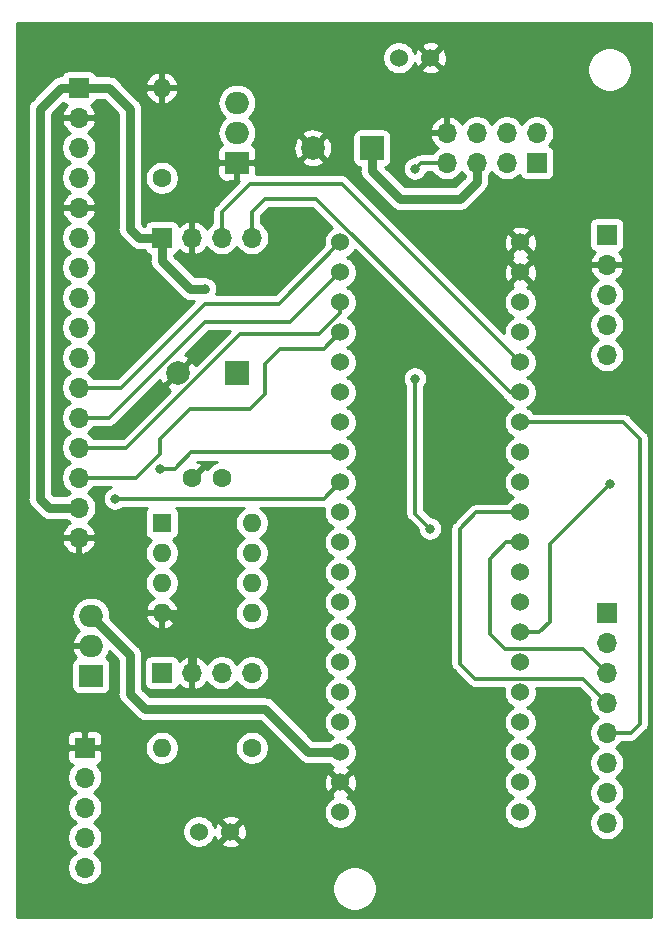
<source format=gbl>
G04 #@! TF.GenerationSoftware,KiCad,Pcbnew,(5.1.6)-1*
G04 #@! TF.CreationDate,2021-07-27T20:37:59+01:00*
G04 #@! TF.ProjectId,master_controller_v1,6d617374-6572-45f6-936f-6e74726f6c6c,1.0*
G04 #@! TF.SameCoordinates,Original*
G04 #@! TF.FileFunction,Copper,L2,Bot*
G04 #@! TF.FilePolarity,Positive*
%FSLAX46Y46*%
G04 Gerber Fmt 4.6, Leading zero omitted, Abs format (unit mm)*
G04 Created by KiCad (PCBNEW (5.1.6)-1) date 2021-07-27 20:37:59*
%MOMM*%
%LPD*%
G01*
G04 APERTURE LIST*
G04 #@! TA.AperFunction,ComponentPad*
%ADD10O,1.700000X1.700000*%
G04 #@! TD*
G04 #@! TA.AperFunction,ComponentPad*
%ADD11R,1.700000X1.700000*%
G04 #@! TD*
G04 #@! TA.AperFunction,ComponentPad*
%ADD12C,1.524000*%
G04 #@! TD*
G04 #@! TA.AperFunction,ComponentPad*
%ADD13R,2.000000X2.000000*%
G04 #@! TD*
G04 #@! TA.AperFunction,ComponentPad*
%ADD14C,2.000000*%
G04 #@! TD*
G04 #@! TA.AperFunction,ComponentPad*
%ADD15O,1.600000X1.600000*%
G04 #@! TD*
G04 #@! TA.AperFunction,ComponentPad*
%ADD16C,1.600000*%
G04 #@! TD*
G04 #@! TA.AperFunction,ComponentPad*
%ADD17O,2.000000X1.905000*%
G04 #@! TD*
G04 #@! TA.AperFunction,ComponentPad*
%ADD18R,2.000000X1.905000*%
G04 #@! TD*
G04 #@! TA.AperFunction,ComponentPad*
%ADD19R,1.600000X1.600000*%
G04 #@! TD*
G04 #@! TA.AperFunction,ViaPad*
%ADD20C,0.800000*%
G04 #@! TD*
G04 #@! TA.AperFunction,Conductor*
%ADD21C,0.800000*%
G04 #@! TD*
G04 #@! TA.AperFunction,Conductor*
%ADD22C,0.300000*%
G04 #@! TD*
G04 #@! TA.AperFunction,Conductor*
%ADD23C,0.254000*%
G04 #@! TD*
G04 APERTURE END LIST*
D10*
X100500000Y-113806000D03*
X97960000Y-113806000D03*
X95420000Y-113806000D03*
D11*
X92880000Y-113806000D03*
D12*
X96012000Y-164084000D03*
X98679000Y-164084000D03*
X112946000Y-98566000D03*
X115613000Y-98566000D03*
X107993000Y-114187000D03*
X107993000Y-116727000D03*
X107993000Y-119267000D03*
X107993000Y-121807000D03*
X107993000Y-124347000D03*
X107993000Y-126887000D03*
X107993000Y-129427000D03*
X107993000Y-131967000D03*
X107993000Y-134507000D03*
X107993000Y-137047000D03*
X107993000Y-139587000D03*
X107993000Y-142127000D03*
X107993000Y-144667000D03*
X107993000Y-147207000D03*
X107993000Y-149747000D03*
X107993000Y-152287000D03*
X107993000Y-154827000D03*
X107993000Y-157367000D03*
X107993000Y-159907000D03*
X107993000Y-162447000D03*
X123233000Y-162447000D03*
X123233000Y-159907000D03*
X123233000Y-157367000D03*
X123233000Y-154827000D03*
X123233000Y-152287000D03*
X123233000Y-149747000D03*
X123233000Y-147207000D03*
X123233000Y-144667000D03*
X123233000Y-142127000D03*
X123233000Y-139587000D03*
X123233000Y-137047000D03*
X123233000Y-134507000D03*
X123233000Y-131967000D03*
X123233000Y-129427000D03*
X123233000Y-126887000D03*
X123233000Y-124347000D03*
X123233000Y-121807000D03*
X123233000Y-119267000D03*
X123233000Y-116727000D03*
X123233000Y-114187000D03*
D13*
X99230000Y-125236000D03*
D14*
X94230000Y-125236000D03*
X105660000Y-106186000D03*
D13*
X110660000Y-106186000D03*
D10*
X85852000Y-139192000D03*
X85852000Y-136652000D03*
X85852000Y-134112000D03*
X85852000Y-131572000D03*
X85852000Y-129032000D03*
X85852000Y-126492000D03*
X85852000Y-123952000D03*
X85852000Y-121412000D03*
X85852000Y-118872000D03*
X85852000Y-116332000D03*
X85852000Y-113792000D03*
X85852000Y-111252000D03*
X85852000Y-108712000D03*
X85852000Y-106172000D03*
X85852000Y-103632000D03*
D11*
X85852000Y-101092000D03*
D10*
X86360000Y-167132000D03*
X86360000Y-164592000D03*
X86360000Y-162052000D03*
X86360000Y-159512000D03*
D11*
X86360000Y-156972000D03*
D10*
X100500000Y-150636000D03*
X97960000Y-150636000D03*
X95420000Y-150636000D03*
D11*
X92880000Y-150636000D03*
X124630000Y-107456000D03*
D10*
X124630000Y-104916000D03*
X122090000Y-107456000D03*
X122090000Y-104916000D03*
X119550000Y-107456000D03*
X119550000Y-104916000D03*
X117010000Y-107456000D03*
X117010000Y-104916000D03*
X130556000Y-163336000D03*
X130556000Y-160796000D03*
X130556000Y-158256000D03*
X130556000Y-155716000D03*
X130556000Y-153176000D03*
X130556000Y-150636000D03*
X130556000Y-148096000D03*
D11*
X130556000Y-145556000D03*
D15*
X92880000Y-101106000D03*
D16*
X92880000Y-108726000D03*
D17*
X99230000Y-102376000D03*
X99230000Y-104916000D03*
D18*
X99230000Y-107456000D03*
X86868000Y-150876000D03*
D17*
X86868000Y-148336000D03*
X86868000Y-145796000D03*
D15*
X100500000Y-137936000D03*
X92880000Y-145556000D03*
X100500000Y-140476000D03*
X92880000Y-143016000D03*
X100500000Y-143016000D03*
X92880000Y-140476000D03*
X100500000Y-145556000D03*
D19*
X92880000Y-137936000D03*
D15*
X92880000Y-156986000D03*
D16*
X100500000Y-156986000D03*
X97960000Y-134126000D03*
X95460000Y-134126000D03*
D11*
X130556000Y-113552000D03*
D10*
X130556000Y-116092000D03*
X130556000Y-118632000D03*
X130556000Y-121172000D03*
X130556000Y-123712000D03*
D20*
X96520000Y-168910000D03*
X104140000Y-168910000D03*
X115570000Y-168910000D03*
X121920000Y-168910000D03*
X91440000Y-97790000D03*
X127000000Y-97790000D03*
X118110000Y-113000000D03*
X104140000Y-137160000D03*
X104726001Y-97790000D03*
X121920000Y-97790000D03*
X114300000Y-152400000D03*
X128270000Y-168910000D03*
X112522000Y-120904000D03*
X118110000Y-124968000D03*
X115316000Y-143002000D03*
X89662000Y-119634000D03*
X89916000Y-155956000D03*
X96520000Y-118110000D03*
X92710000Y-133350000D03*
X88900000Y-135890000D03*
X130810000Y-134620000D03*
X114300000Y-107950000D03*
X114300000Y-125730000D03*
X115570000Y-138430000D03*
D21*
X95420000Y-150636000D02*
X95420000Y-147490000D01*
X93486000Y-145556000D02*
X92880000Y-145556000D01*
X95420000Y-147490000D02*
X93486000Y-145556000D01*
X105297000Y-157367000D02*
X107993000Y-157367000D01*
X90170000Y-149098000D02*
X90170000Y-152400000D01*
X101600000Y-153670000D02*
X105297000Y-157367000D01*
X86868000Y-145796000D02*
X90170000Y-149098000D01*
X90170000Y-152400000D02*
X91440000Y-153670000D01*
X91440000Y-153670000D02*
X101600000Y-153670000D01*
X85852000Y-101092000D02*
X88392000Y-101092000D01*
X88392000Y-101092000D02*
X90170000Y-102870000D01*
X90170000Y-102870000D02*
X90170000Y-113030000D01*
X90946000Y-113806000D02*
X92880000Y-113806000D01*
X90170000Y-113030000D02*
X90946000Y-113806000D01*
X85852000Y-101092000D02*
X84328000Y-101092000D01*
X84328000Y-101092000D02*
X82550000Y-102870000D01*
X82550000Y-102870000D02*
X82550000Y-109220000D01*
X83312000Y-136652000D02*
X85852000Y-136652000D01*
X82550000Y-135890000D02*
X83312000Y-136652000D01*
X92880000Y-113806000D02*
X92880000Y-115740000D01*
X92880000Y-115740000D02*
X95250000Y-118110000D01*
X95250000Y-118110000D02*
X96520000Y-118110000D01*
X82550000Y-109220000D02*
X82550000Y-123190000D01*
X82550000Y-123190000D02*
X82550000Y-135890000D01*
X110660000Y-106186000D02*
X110660000Y-108120000D01*
X110660000Y-108120000D02*
X113030000Y-110490000D01*
X113030000Y-110490000D02*
X118110000Y-110490000D01*
X119550000Y-109050000D02*
X119550000Y-107456000D01*
X118110000Y-110490000D02*
X119550000Y-109050000D01*
D22*
X95363000Y-131967000D02*
X107993000Y-131967000D01*
X92710000Y-133350000D02*
X93980000Y-133350000D01*
X93980000Y-133350000D02*
X95363000Y-131967000D01*
X106610000Y-135890000D02*
X107993000Y-134507000D01*
X88900000Y-135890000D02*
X106610000Y-135890000D01*
X85852000Y-126492000D02*
X89408000Y-126492000D01*
X89408000Y-126492000D02*
X96520000Y-119380000D01*
X102800000Y-119380000D02*
X107993000Y-114187000D01*
X96520000Y-119380000D02*
X102800000Y-119380000D01*
X88435998Y-129032000D02*
X96520000Y-120947998D01*
X85852000Y-129032000D02*
X88435998Y-129032000D01*
X103772002Y-120947998D02*
X107993000Y-116727000D01*
X96520000Y-120947998D02*
X103772002Y-120947998D01*
X89892002Y-131572000D02*
X99544002Y-121920000D01*
X85852000Y-131572000D02*
X89892002Y-131572000D01*
X107993000Y-120161238D02*
X107993000Y-119267000D01*
X106234238Y-121920000D02*
X107993000Y-120161238D01*
X99544002Y-121920000D02*
X106234238Y-121920000D01*
X92710000Y-132080000D02*
X90678000Y-134112000D01*
X92710000Y-130810000D02*
X92710000Y-132080000D01*
X95250000Y-128270000D02*
X92710000Y-130810000D01*
X90678000Y-134112000D02*
X85852000Y-134112000D01*
X100330000Y-128270000D02*
X95250000Y-128270000D01*
X107993000Y-121807000D02*
X106610000Y-123190000D01*
X101600000Y-124460000D02*
X101600000Y-127000000D01*
X102870000Y-123190000D02*
X101600000Y-124460000D01*
X106610000Y-123190000D02*
X102870000Y-123190000D01*
X101600000Y-127000000D02*
X100330000Y-128270000D01*
X124827000Y-147207000D02*
X123233000Y-147207000D01*
X125730000Y-146304000D02*
X124827000Y-147207000D01*
X130810000Y-134620000D02*
X125730000Y-139700000D01*
X125730000Y-139700000D02*
X125730000Y-146304000D01*
X117010000Y-107456000D02*
X114794000Y-107456000D01*
X114794000Y-107456000D02*
X114300000Y-107950000D01*
X114300000Y-137160000D02*
X115570000Y-138430000D01*
X114300000Y-125730000D02*
X114300000Y-137160000D01*
X123233000Y-124347000D02*
X108106000Y-109220000D01*
X108106000Y-109220000D02*
X100330000Y-109220000D01*
X97960000Y-111590000D02*
X97960000Y-113806000D01*
X100330000Y-109220000D02*
X97960000Y-111590000D01*
X100500000Y-113806000D02*
X100500000Y-111590000D01*
X100500000Y-111590000D02*
X101600000Y-110490000D01*
X122338762Y-126887000D02*
X123233000Y-126887000D01*
X105941762Y-110490000D02*
X122338762Y-126887000D01*
X101600000Y-110490000D02*
X105941762Y-110490000D01*
X123233000Y-139587000D02*
X122033000Y-139587000D01*
X122033000Y-139587000D02*
X120650000Y-140970000D01*
X120650000Y-140970000D02*
X120650000Y-147320000D01*
X120650000Y-147320000D02*
X121920000Y-148590000D01*
X128510000Y-148590000D02*
X130556000Y-150636000D01*
X121920000Y-148590000D02*
X128510000Y-148590000D01*
X119493000Y-137047000D02*
X118110000Y-138430000D01*
X128510000Y-151130000D02*
X130556000Y-153176000D01*
X118110000Y-138430000D02*
X118110000Y-149860000D01*
X123233000Y-137047000D02*
X119493000Y-137047000D01*
X118110000Y-149860000D02*
X119380000Y-151130000D01*
X119380000Y-151130000D02*
X128510000Y-151130000D01*
X123233000Y-129427000D02*
X131967000Y-129427000D01*
X131967000Y-129427000D02*
X133350000Y-130810000D01*
X133350000Y-130810000D02*
X133350000Y-154940000D01*
X132574000Y-155716000D02*
X130556000Y-155716000D01*
X133350000Y-154940000D02*
X132574000Y-155716000D01*
D23*
G36*
X134340001Y-171323000D02*
G01*
X80660000Y-171323000D01*
X80660000Y-168724344D01*
X107335000Y-168724344D01*
X107335000Y-169095656D01*
X107407439Y-169459834D01*
X107549534Y-169802882D01*
X107755825Y-170111618D01*
X108018382Y-170374175D01*
X108327118Y-170580466D01*
X108670166Y-170722561D01*
X109034344Y-170795000D01*
X109405656Y-170795000D01*
X109769834Y-170722561D01*
X110112882Y-170580466D01*
X110421618Y-170374175D01*
X110684175Y-170111618D01*
X110890466Y-169802882D01*
X111032561Y-169459834D01*
X111105000Y-169095656D01*
X111105000Y-168724344D01*
X111032561Y-168360166D01*
X110890466Y-168017118D01*
X110684175Y-167708382D01*
X110421618Y-167445825D01*
X110112882Y-167239534D01*
X109769834Y-167097439D01*
X109405656Y-167025000D01*
X109034344Y-167025000D01*
X108670166Y-167097439D01*
X108327118Y-167239534D01*
X108018382Y-167445825D01*
X107755825Y-167708382D01*
X107549534Y-168017118D01*
X107407439Y-168360166D01*
X107335000Y-168724344D01*
X80660000Y-168724344D01*
X80660000Y-157822000D01*
X84871928Y-157822000D01*
X84884188Y-157946482D01*
X84920498Y-158066180D01*
X84979463Y-158176494D01*
X85058815Y-158273185D01*
X85155506Y-158352537D01*
X85265820Y-158411502D01*
X85338380Y-158433513D01*
X85206525Y-158565368D01*
X85044010Y-158808589D01*
X84932068Y-159078842D01*
X84875000Y-159365740D01*
X84875000Y-159658260D01*
X84932068Y-159945158D01*
X85044010Y-160215411D01*
X85206525Y-160458632D01*
X85413368Y-160665475D01*
X85587760Y-160782000D01*
X85413368Y-160898525D01*
X85206525Y-161105368D01*
X85044010Y-161348589D01*
X84932068Y-161618842D01*
X84875000Y-161905740D01*
X84875000Y-162198260D01*
X84932068Y-162485158D01*
X85044010Y-162755411D01*
X85206525Y-162998632D01*
X85413368Y-163205475D01*
X85587760Y-163322000D01*
X85413368Y-163438525D01*
X85206525Y-163645368D01*
X85044010Y-163888589D01*
X84932068Y-164158842D01*
X84875000Y-164445740D01*
X84875000Y-164738260D01*
X84932068Y-165025158D01*
X85044010Y-165295411D01*
X85206525Y-165538632D01*
X85413368Y-165745475D01*
X85587760Y-165862000D01*
X85413368Y-165978525D01*
X85206525Y-166185368D01*
X85044010Y-166428589D01*
X84932068Y-166698842D01*
X84875000Y-166985740D01*
X84875000Y-167278260D01*
X84932068Y-167565158D01*
X85044010Y-167835411D01*
X85206525Y-168078632D01*
X85413368Y-168285475D01*
X85656589Y-168447990D01*
X85926842Y-168559932D01*
X86213740Y-168617000D01*
X86506260Y-168617000D01*
X86793158Y-168559932D01*
X87063411Y-168447990D01*
X87306632Y-168285475D01*
X87513475Y-168078632D01*
X87675990Y-167835411D01*
X87787932Y-167565158D01*
X87845000Y-167278260D01*
X87845000Y-166985740D01*
X87787932Y-166698842D01*
X87675990Y-166428589D01*
X87513475Y-166185368D01*
X87306632Y-165978525D01*
X87132240Y-165862000D01*
X87306632Y-165745475D01*
X87513475Y-165538632D01*
X87675990Y-165295411D01*
X87787932Y-165025158D01*
X87845000Y-164738260D01*
X87845000Y-164445740D01*
X87787932Y-164158842D01*
X87699940Y-163946408D01*
X94615000Y-163946408D01*
X94615000Y-164221592D01*
X94668686Y-164491490D01*
X94773995Y-164745727D01*
X94926880Y-164974535D01*
X95121465Y-165169120D01*
X95350273Y-165322005D01*
X95604510Y-165427314D01*
X95874408Y-165481000D01*
X96149592Y-165481000D01*
X96419490Y-165427314D01*
X96673727Y-165322005D01*
X96902535Y-165169120D01*
X97022090Y-165049565D01*
X97893040Y-165049565D01*
X97960020Y-165289656D01*
X98209048Y-165406756D01*
X98476135Y-165473023D01*
X98751017Y-165485910D01*
X99023133Y-165444922D01*
X99282023Y-165351636D01*
X99397980Y-165289656D01*
X99464960Y-165049565D01*
X98679000Y-164263605D01*
X97893040Y-165049565D01*
X97022090Y-165049565D01*
X97097120Y-164974535D01*
X97250005Y-164745727D01*
X97347610Y-164510090D01*
X97411364Y-164687023D01*
X97473344Y-164802980D01*
X97713435Y-164869960D01*
X98499395Y-164084000D01*
X98858605Y-164084000D01*
X99644565Y-164869960D01*
X99884656Y-164802980D01*
X100001756Y-164553952D01*
X100068023Y-164286865D01*
X100080910Y-164011983D01*
X100039922Y-163739867D01*
X99946636Y-163480977D01*
X99884656Y-163365020D01*
X99644565Y-163298040D01*
X98858605Y-164084000D01*
X98499395Y-164084000D01*
X97713435Y-163298040D01*
X97473344Y-163365020D01*
X97356244Y-163614048D01*
X97346204Y-163654516D01*
X97250005Y-163422273D01*
X97097120Y-163193465D01*
X97022090Y-163118435D01*
X97893040Y-163118435D01*
X98679000Y-163904395D01*
X99464960Y-163118435D01*
X99397980Y-162878344D01*
X99148952Y-162761244D01*
X98881865Y-162694977D01*
X98606983Y-162682090D01*
X98334867Y-162723078D01*
X98075977Y-162816364D01*
X97960020Y-162878344D01*
X97893040Y-163118435D01*
X97022090Y-163118435D01*
X96902535Y-162998880D01*
X96673727Y-162845995D01*
X96419490Y-162740686D01*
X96149592Y-162687000D01*
X95874408Y-162687000D01*
X95604510Y-162740686D01*
X95350273Y-162845995D01*
X95121465Y-162998880D01*
X94926880Y-163193465D01*
X94773995Y-163422273D01*
X94668686Y-163676510D01*
X94615000Y-163946408D01*
X87699940Y-163946408D01*
X87675990Y-163888589D01*
X87513475Y-163645368D01*
X87306632Y-163438525D01*
X87132240Y-163322000D01*
X87306632Y-163205475D01*
X87513475Y-162998632D01*
X87675990Y-162755411D01*
X87787932Y-162485158D01*
X87822891Y-162309408D01*
X106596000Y-162309408D01*
X106596000Y-162584592D01*
X106649686Y-162854490D01*
X106754995Y-163108727D01*
X106907880Y-163337535D01*
X107102465Y-163532120D01*
X107331273Y-163685005D01*
X107585510Y-163790314D01*
X107855408Y-163844000D01*
X108130592Y-163844000D01*
X108400490Y-163790314D01*
X108654727Y-163685005D01*
X108883535Y-163532120D01*
X109078120Y-163337535D01*
X109231005Y-163108727D01*
X109336314Y-162854490D01*
X109390000Y-162584592D01*
X109390000Y-162309408D01*
X109336314Y-162039510D01*
X109231005Y-161785273D01*
X109078120Y-161556465D01*
X108883535Y-161361880D01*
X108654727Y-161208995D01*
X108583057Y-161179308D01*
X108596023Y-161174636D01*
X108711980Y-161112656D01*
X108778960Y-160872565D01*
X107993000Y-160086605D01*
X107207040Y-160872565D01*
X107274020Y-161112656D01*
X107409760Y-161176485D01*
X107331273Y-161208995D01*
X107102465Y-161361880D01*
X106907880Y-161556465D01*
X106754995Y-161785273D01*
X106649686Y-162039510D01*
X106596000Y-162309408D01*
X87822891Y-162309408D01*
X87845000Y-162198260D01*
X87845000Y-161905740D01*
X87787932Y-161618842D01*
X87675990Y-161348589D01*
X87513475Y-161105368D01*
X87306632Y-160898525D01*
X87132240Y-160782000D01*
X87306632Y-160665475D01*
X87513475Y-160458632D01*
X87675990Y-160215411D01*
X87773907Y-159979017D01*
X106591090Y-159979017D01*
X106632078Y-160251133D01*
X106725364Y-160510023D01*
X106787344Y-160625980D01*
X107027435Y-160692960D01*
X107813395Y-159907000D01*
X108172605Y-159907000D01*
X108958565Y-160692960D01*
X109198656Y-160625980D01*
X109315756Y-160376952D01*
X109382023Y-160109865D01*
X109394910Y-159834983D01*
X109353922Y-159562867D01*
X109260636Y-159303977D01*
X109198656Y-159188020D01*
X108958565Y-159121040D01*
X108172605Y-159907000D01*
X107813395Y-159907000D01*
X107027435Y-159121040D01*
X106787344Y-159188020D01*
X106670244Y-159437048D01*
X106603977Y-159704135D01*
X106591090Y-159979017D01*
X87773907Y-159979017D01*
X87787932Y-159945158D01*
X87845000Y-159658260D01*
X87845000Y-159365740D01*
X87787932Y-159078842D01*
X87675990Y-158808589D01*
X87513475Y-158565368D01*
X87381620Y-158433513D01*
X87454180Y-158411502D01*
X87564494Y-158352537D01*
X87661185Y-158273185D01*
X87740537Y-158176494D01*
X87799502Y-158066180D01*
X87835812Y-157946482D01*
X87848072Y-157822000D01*
X87845000Y-157257750D01*
X87686250Y-157099000D01*
X86487000Y-157099000D01*
X86487000Y-157119000D01*
X86233000Y-157119000D01*
X86233000Y-157099000D01*
X85033750Y-157099000D01*
X84875000Y-157257750D01*
X84871928Y-157822000D01*
X80660000Y-157822000D01*
X80660000Y-156122000D01*
X84871928Y-156122000D01*
X84875000Y-156686250D01*
X85033750Y-156845000D01*
X86233000Y-156845000D01*
X86233000Y-155645750D01*
X86487000Y-155645750D01*
X86487000Y-156845000D01*
X87686250Y-156845000D01*
X87686585Y-156844665D01*
X91445000Y-156844665D01*
X91445000Y-157127335D01*
X91500147Y-157404574D01*
X91608320Y-157665727D01*
X91765363Y-157900759D01*
X91965241Y-158100637D01*
X92200273Y-158257680D01*
X92461426Y-158365853D01*
X92738665Y-158421000D01*
X93021335Y-158421000D01*
X93298574Y-158365853D01*
X93559727Y-158257680D01*
X93794759Y-158100637D01*
X93994637Y-157900759D01*
X94151680Y-157665727D01*
X94259853Y-157404574D01*
X94315000Y-157127335D01*
X94315000Y-156844665D01*
X99065000Y-156844665D01*
X99065000Y-157127335D01*
X99120147Y-157404574D01*
X99228320Y-157665727D01*
X99385363Y-157900759D01*
X99585241Y-158100637D01*
X99820273Y-158257680D01*
X100081426Y-158365853D01*
X100358665Y-158421000D01*
X100641335Y-158421000D01*
X100918574Y-158365853D01*
X101179727Y-158257680D01*
X101414759Y-158100637D01*
X101614637Y-157900759D01*
X101771680Y-157665727D01*
X101879853Y-157404574D01*
X101935000Y-157127335D01*
X101935000Y-156844665D01*
X101879853Y-156567426D01*
X101771680Y-156306273D01*
X101614637Y-156071241D01*
X101414759Y-155871363D01*
X101179727Y-155714320D01*
X100918574Y-155606147D01*
X100641335Y-155551000D01*
X100358665Y-155551000D01*
X100081426Y-155606147D01*
X99820273Y-155714320D01*
X99585241Y-155871363D01*
X99385363Y-156071241D01*
X99228320Y-156306273D01*
X99120147Y-156567426D01*
X99065000Y-156844665D01*
X94315000Y-156844665D01*
X94259853Y-156567426D01*
X94151680Y-156306273D01*
X93994637Y-156071241D01*
X93794759Y-155871363D01*
X93559727Y-155714320D01*
X93298574Y-155606147D01*
X93021335Y-155551000D01*
X92738665Y-155551000D01*
X92461426Y-155606147D01*
X92200273Y-155714320D01*
X91965241Y-155871363D01*
X91765363Y-156071241D01*
X91608320Y-156306273D01*
X91500147Y-156567426D01*
X91445000Y-156844665D01*
X87686585Y-156844665D01*
X87845000Y-156686250D01*
X87848072Y-156122000D01*
X87835812Y-155997518D01*
X87799502Y-155877820D01*
X87740537Y-155767506D01*
X87661185Y-155670815D01*
X87564494Y-155591463D01*
X87454180Y-155532498D01*
X87334482Y-155496188D01*
X87210000Y-155483928D01*
X86645750Y-155487000D01*
X86487000Y-155645750D01*
X86233000Y-155645750D01*
X86074250Y-155487000D01*
X85510000Y-155483928D01*
X85385518Y-155496188D01*
X85265820Y-155532498D01*
X85155506Y-155591463D01*
X85058815Y-155670815D01*
X84979463Y-155767506D01*
X84920498Y-155877820D01*
X84884188Y-155997518D01*
X84871928Y-156122000D01*
X80660000Y-156122000D01*
X80660000Y-139548890D01*
X84410524Y-139548890D01*
X84455175Y-139696099D01*
X84580359Y-139958920D01*
X84754412Y-140192269D01*
X84970645Y-140387178D01*
X85220748Y-140536157D01*
X85495109Y-140633481D01*
X85725000Y-140512814D01*
X85725000Y-139319000D01*
X85979000Y-139319000D01*
X85979000Y-140512814D01*
X86208891Y-140633481D01*
X86483252Y-140536157D01*
X86733355Y-140387178D01*
X86949588Y-140192269D01*
X87123641Y-139958920D01*
X87248825Y-139696099D01*
X87293476Y-139548890D01*
X87172155Y-139319000D01*
X85979000Y-139319000D01*
X85725000Y-139319000D01*
X84531845Y-139319000D01*
X84410524Y-139548890D01*
X80660000Y-139548890D01*
X80660000Y-102870000D01*
X81509994Y-102870000D01*
X81515000Y-102920828D01*
X81515001Y-109169153D01*
X81515000Y-109169163D01*
X81515001Y-123139153D01*
X81515000Y-123139163D01*
X81515001Y-135839162D01*
X81509994Y-135890000D01*
X81529977Y-136092895D01*
X81589160Y-136287993D01*
X81685266Y-136467797D01*
X81775425Y-136577655D01*
X81814605Y-136625396D01*
X81854092Y-136657802D01*
X82544197Y-137347908D01*
X82576604Y-137387396D01*
X82616092Y-137419803D01*
X82734202Y-137516734D01*
X82830309Y-137568104D01*
X82914007Y-137612841D01*
X83109105Y-137672024D01*
X83261162Y-137687000D01*
X83261165Y-137687000D01*
X83312000Y-137692007D01*
X83362835Y-137687000D01*
X84786893Y-137687000D01*
X84905368Y-137805475D01*
X85087534Y-137927195D01*
X84970645Y-137996822D01*
X84754412Y-138191731D01*
X84580359Y-138425080D01*
X84455175Y-138687901D01*
X84410524Y-138835110D01*
X84531845Y-139065000D01*
X85725000Y-139065000D01*
X85725000Y-139045000D01*
X85979000Y-139045000D01*
X85979000Y-139065000D01*
X87172155Y-139065000D01*
X87293476Y-138835110D01*
X87248825Y-138687901D01*
X87123641Y-138425080D01*
X86949588Y-138191731D01*
X86733355Y-137996822D01*
X86616466Y-137927195D01*
X86798632Y-137805475D01*
X87005475Y-137598632D01*
X87167990Y-137355411D01*
X87279932Y-137085158D01*
X87337000Y-136798260D01*
X87337000Y-136505740D01*
X87279932Y-136218842D01*
X87167990Y-135948589D01*
X87005475Y-135705368D01*
X86798632Y-135498525D01*
X86624240Y-135382000D01*
X86798632Y-135265475D01*
X87005475Y-135058632D01*
X87113474Y-134897000D01*
X88592728Y-134897000D01*
X88409744Y-134972795D01*
X88240226Y-135086063D01*
X88096063Y-135230226D01*
X87982795Y-135399744D01*
X87904774Y-135588102D01*
X87865000Y-135788061D01*
X87865000Y-135991939D01*
X87904774Y-136191898D01*
X87982795Y-136380256D01*
X88096063Y-136549774D01*
X88240226Y-136693937D01*
X88409744Y-136807205D01*
X88598102Y-136885226D01*
X88798061Y-136925000D01*
X89001939Y-136925000D01*
X89201898Y-136885226D01*
X89390256Y-136807205D01*
X89559774Y-136693937D01*
X89578711Y-136675000D01*
X91640775Y-136675000D01*
X91628815Y-136684815D01*
X91549463Y-136781506D01*
X91490498Y-136891820D01*
X91454188Y-137011518D01*
X91441928Y-137136000D01*
X91441928Y-138736000D01*
X91454188Y-138860482D01*
X91490498Y-138980180D01*
X91549463Y-139090494D01*
X91628815Y-139187185D01*
X91725506Y-139266537D01*
X91835820Y-139325502D01*
X91955518Y-139361812D01*
X91963961Y-139362643D01*
X91765363Y-139561241D01*
X91608320Y-139796273D01*
X91500147Y-140057426D01*
X91445000Y-140334665D01*
X91445000Y-140617335D01*
X91500147Y-140894574D01*
X91608320Y-141155727D01*
X91765363Y-141390759D01*
X91965241Y-141590637D01*
X92197759Y-141746000D01*
X91965241Y-141901363D01*
X91765363Y-142101241D01*
X91608320Y-142336273D01*
X91500147Y-142597426D01*
X91445000Y-142874665D01*
X91445000Y-143157335D01*
X91500147Y-143434574D01*
X91608320Y-143695727D01*
X91765363Y-143930759D01*
X91965241Y-144130637D01*
X92200273Y-144287680D01*
X92210865Y-144292067D01*
X92024869Y-144403615D01*
X91816481Y-144592586D01*
X91648963Y-144818580D01*
X91528754Y-145072913D01*
X91488096Y-145206961D01*
X91610085Y-145429000D01*
X92753000Y-145429000D01*
X92753000Y-145409000D01*
X93007000Y-145409000D01*
X93007000Y-145429000D01*
X94149915Y-145429000D01*
X94271904Y-145206961D01*
X94231246Y-145072913D01*
X94111037Y-144818580D01*
X93943519Y-144592586D01*
X93735131Y-144403615D01*
X93549135Y-144292067D01*
X93559727Y-144287680D01*
X93794759Y-144130637D01*
X93994637Y-143930759D01*
X94151680Y-143695727D01*
X94259853Y-143434574D01*
X94315000Y-143157335D01*
X94315000Y-142874665D01*
X94259853Y-142597426D01*
X94151680Y-142336273D01*
X93994637Y-142101241D01*
X93794759Y-141901363D01*
X93562241Y-141746000D01*
X93794759Y-141590637D01*
X93994637Y-141390759D01*
X94151680Y-141155727D01*
X94259853Y-140894574D01*
X94315000Y-140617335D01*
X94315000Y-140334665D01*
X94259853Y-140057426D01*
X94151680Y-139796273D01*
X93994637Y-139561241D01*
X93796039Y-139362643D01*
X93804482Y-139361812D01*
X93924180Y-139325502D01*
X94034494Y-139266537D01*
X94131185Y-139187185D01*
X94210537Y-139090494D01*
X94269502Y-138980180D01*
X94305812Y-138860482D01*
X94318072Y-138736000D01*
X94318072Y-137136000D01*
X94305812Y-137011518D01*
X94269502Y-136891820D01*
X94210537Y-136781506D01*
X94131185Y-136684815D01*
X94119225Y-136675000D01*
X99804289Y-136675000D01*
X99585241Y-136821363D01*
X99385363Y-137021241D01*
X99228320Y-137256273D01*
X99120147Y-137517426D01*
X99065000Y-137794665D01*
X99065000Y-138077335D01*
X99120147Y-138354574D01*
X99228320Y-138615727D01*
X99385363Y-138850759D01*
X99585241Y-139050637D01*
X99817759Y-139206000D01*
X99585241Y-139361363D01*
X99385363Y-139561241D01*
X99228320Y-139796273D01*
X99120147Y-140057426D01*
X99065000Y-140334665D01*
X99065000Y-140617335D01*
X99120147Y-140894574D01*
X99228320Y-141155727D01*
X99385363Y-141390759D01*
X99585241Y-141590637D01*
X99817759Y-141746000D01*
X99585241Y-141901363D01*
X99385363Y-142101241D01*
X99228320Y-142336273D01*
X99120147Y-142597426D01*
X99065000Y-142874665D01*
X99065000Y-143157335D01*
X99120147Y-143434574D01*
X99228320Y-143695727D01*
X99385363Y-143930759D01*
X99585241Y-144130637D01*
X99817759Y-144286000D01*
X99585241Y-144441363D01*
X99385363Y-144641241D01*
X99228320Y-144876273D01*
X99120147Y-145137426D01*
X99065000Y-145414665D01*
X99065000Y-145697335D01*
X99120147Y-145974574D01*
X99228320Y-146235727D01*
X99385363Y-146470759D01*
X99585241Y-146670637D01*
X99820273Y-146827680D01*
X100081426Y-146935853D01*
X100358665Y-146991000D01*
X100641335Y-146991000D01*
X100918574Y-146935853D01*
X101179727Y-146827680D01*
X101414759Y-146670637D01*
X101614637Y-146470759D01*
X101771680Y-146235727D01*
X101879853Y-145974574D01*
X101935000Y-145697335D01*
X101935000Y-145414665D01*
X101879853Y-145137426D01*
X101771680Y-144876273D01*
X101614637Y-144641241D01*
X101414759Y-144441363D01*
X101182241Y-144286000D01*
X101414759Y-144130637D01*
X101614637Y-143930759D01*
X101771680Y-143695727D01*
X101879853Y-143434574D01*
X101935000Y-143157335D01*
X101935000Y-142874665D01*
X101879853Y-142597426D01*
X101771680Y-142336273D01*
X101614637Y-142101241D01*
X101414759Y-141901363D01*
X101182241Y-141746000D01*
X101414759Y-141590637D01*
X101614637Y-141390759D01*
X101771680Y-141155727D01*
X101879853Y-140894574D01*
X101935000Y-140617335D01*
X101935000Y-140334665D01*
X101879853Y-140057426D01*
X101771680Y-139796273D01*
X101614637Y-139561241D01*
X101414759Y-139361363D01*
X101182241Y-139206000D01*
X101414759Y-139050637D01*
X101614637Y-138850759D01*
X101771680Y-138615727D01*
X101879853Y-138354574D01*
X101935000Y-138077335D01*
X101935000Y-137794665D01*
X101879853Y-137517426D01*
X101771680Y-137256273D01*
X101614637Y-137021241D01*
X101414759Y-136821363D01*
X101195711Y-136675000D01*
X106571447Y-136675000D01*
X106610000Y-136678797D01*
X106642508Y-136675595D01*
X106596000Y-136909408D01*
X106596000Y-137184592D01*
X106649686Y-137454490D01*
X106754995Y-137708727D01*
X106907880Y-137937535D01*
X107102465Y-138132120D01*
X107331273Y-138285005D01*
X107408515Y-138317000D01*
X107331273Y-138348995D01*
X107102465Y-138501880D01*
X106907880Y-138696465D01*
X106754995Y-138925273D01*
X106649686Y-139179510D01*
X106596000Y-139449408D01*
X106596000Y-139724592D01*
X106649686Y-139994490D01*
X106754995Y-140248727D01*
X106907880Y-140477535D01*
X107102465Y-140672120D01*
X107331273Y-140825005D01*
X107408515Y-140857000D01*
X107331273Y-140888995D01*
X107102465Y-141041880D01*
X106907880Y-141236465D01*
X106754995Y-141465273D01*
X106649686Y-141719510D01*
X106596000Y-141989408D01*
X106596000Y-142264592D01*
X106649686Y-142534490D01*
X106754995Y-142788727D01*
X106907880Y-143017535D01*
X107102465Y-143212120D01*
X107331273Y-143365005D01*
X107408515Y-143397000D01*
X107331273Y-143428995D01*
X107102465Y-143581880D01*
X106907880Y-143776465D01*
X106754995Y-144005273D01*
X106649686Y-144259510D01*
X106596000Y-144529408D01*
X106596000Y-144804592D01*
X106649686Y-145074490D01*
X106754995Y-145328727D01*
X106907880Y-145557535D01*
X107102465Y-145752120D01*
X107331273Y-145905005D01*
X107408515Y-145937000D01*
X107331273Y-145968995D01*
X107102465Y-146121880D01*
X106907880Y-146316465D01*
X106754995Y-146545273D01*
X106649686Y-146799510D01*
X106596000Y-147069408D01*
X106596000Y-147344592D01*
X106649686Y-147614490D01*
X106754995Y-147868727D01*
X106907880Y-148097535D01*
X107102465Y-148292120D01*
X107331273Y-148445005D01*
X107408515Y-148477000D01*
X107331273Y-148508995D01*
X107102465Y-148661880D01*
X106907880Y-148856465D01*
X106754995Y-149085273D01*
X106649686Y-149339510D01*
X106596000Y-149609408D01*
X106596000Y-149884592D01*
X106649686Y-150154490D01*
X106754995Y-150408727D01*
X106907880Y-150637535D01*
X107102465Y-150832120D01*
X107331273Y-150985005D01*
X107408515Y-151017000D01*
X107331273Y-151048995D01*
X107102465Y-151201880D01*
X106907880Y-151396465D01*
X106754995Y-151625273D01*
X106649686Y-151879510D01*
X106596000Y-152149408D01*
X106596000Y-152424592D01*
X106649686Y-152694490D01*
X106754995Y-152948727D01*
X106907880Y-153177535D01*
X107102465Y-153372120D01*
X107331273Y-153525005D01*
X107408515Y-153557000D01*
X107331273Y-153588995D01*
X107102465Y-153741880D01*
X106907880Y-153936465D01*
X106754995Y-154165273D01*
X106649686Y-154419510D01*
X106596000Y-154689408D01*
X106596000Y-154964592D01*
X106649686Y-155234490D01*
X106754995Y-155488727D01*
X106907880Y-155717535D01*
X107102465Y-155912120D01*
X107331273Y-156065005D01*
X107408515Y-156097000D01*
X107331273Y-156128995D01*
X107102465Y-156281880D01*
X107052345Y-156332000D01*
X105725711Y-156332000D01*
X102367807Y-152974097D01*
X102335396Y-152934604D01*
X102177797Y-152805266D01*
X101997993Y-152709159D01*
X101802895Y-152649976D01*
X101650838Y-152635000D01*
X101650828Y-152635000D01*
X101600000Y-152629994D01*
X101549172Y-152635000D01*
X91868711Y-152635000D01*
X91205000Y-151971290D01*
X91205000Y-149786000D01*
X91391928Y-149786000D01*
X91391928Y-151486000D01*
X91404188Y-151610482D01*
X91440498Y-151730180D01*
X91499463Y-151840494D01*
X91578815Y-151937185D01*
X91675506Y-152016537D01*
X91785820Y-152075502D01*
X91905518Y-152111812D01*
X92030000Y-152124072D01*
X93730000Y-152124072D01*
X93854482Y-152111812D01*
X93974180Y-152075502D01*
X94084494Y-152016537D01*
X94181185Y-151937185D01*
X94260537Y-151840494D01*
X94319502Y-151730180D01*
X94343966Y-151649534D01*
X94419731Y-151733588D01*
X94653080Y-151907641D01*
X94915901Y-152032825D01*
X95063110Y-152077476D01*
X95293000Y-151956155D01*
X95293000Y-150763000D01*
X95273000Y-150763000D01*
X95273000Y-150509000D01*
X95293000Y-150509000D01*
X95293000Y-149315845D01*
X95547000Y-149315845D01*
X95547000Y-150509000D01*
X95567000Y-150509000D01*
X95567000Y-150763000D01*
X95547000Y-150763000D01*
X95547000Y-151956155D01*
X95776890Y-152077476D01*
X95924099Y-152032825D01*
X96186920Y-151907641D01*
X96420269Y-151733588D01*
X96615178Y-151517355D01*
X96684805Y-151400466D01*
X96806525Y-151582632D01*
X97013368Y-151789475D01*
X97256589Y-151951990D01*
X97526842Y-152063932D01*
X97813740Y-152121000D01*
X98106260Y-152121000D01*
X98393158Y-152063932D01*
X98663411Y-151951990D01*
X98906632Y-151789475D01*
X99113475Y-151582632D01*
X99230000Y-151408240D01*
X99346525Y-151582632D01*
X99553368Y-151789475D01*
X99796589Y-151951990D01*
X100066842Y-152063932D01*
X100353740Y-152121000D01*
X100646260Y-152121000D01*
X100933158Y-152063932D01*
X101203411Y-151951990D01*
X101446632Y-151789475D01*
X101653475Y-151582632D01*
X101815990Y-151339411D01*
X101927932Y-151069158D01*
X101985000Y-150782260D01*
X101985000Y-150489740D01*
X101927932Y-150202842D01*
X101815990Y-149932589D01*
X101653475Y-149689368D01*
X101446632Y-149482525D01*
X101203411Y-149320010D01*
X100933158Y-149208068D01*
X100646260Y-149151000D01*
X100353740Y-149151000D01*
X100066842Y-149208068D01*
X99796589Y-149320010D01*
X99553368Y-149482525D01*
X99346525Y-149689368D01*
X99230000Y-149863760D01*
X99113475Y-149689368D01*
X98906632Y-149482525D01*
X98663411Y-149320010D01*
X98393158Y-149208068D01*
X98106260Y-149151000D01*
X97813740Y-149151000D01*
X97526842Y-149208068D01*
X97256589Y-149320010D01*
X97013368Y-149482525D01*
X96806525Y-149689368D01*
X96684805Y-149871534D01*
X96615178Y-149754645D01*
X96420269Y-149538412D01*
X96186920Y-149364359D01*
X95924099Y-149239175D01*
X95776890Y-149194524D01*
X95547000Y-149315845D01*
X95293000Y-149315845D01*
X95063110Y-149194524D01*
X94915901Y-149239175D01*
X94653080Y-149364359D01*
X94419731Y-149538412D01*
X94343966Y-149622466D01*
X94319502Y-149541820D01*
X94260537Y-149431506D01*
X94181185Y-149334815D01*
X94084494Y-149255463D01*
X93974180Y-149196498D01*
X93854482Y-149160188D01*
X93730000Y-149147928D01*
X92030000Y-149147928D01*
X91905518Y-149160188D01*
X91785820Y-149196498D01*
X91675506Y-149255463D01*
X91578815Y-149334815D01*
X91499463Y-149431506D01*
X91440498Y-149541820D01*
X91404188Y-149661518D01*
X91391928Y-149786000D01*
X91205000Y-149786000D01*
X91205000Y-149148827D01*
X91210006Y-149097999D01*
X91205000Y-149047171D01*
X91205000Y-149047162D01*
X91190024Y-148895105D01*
X91130841Y-148700007D01*
X91039521Y-148529158D01*
X91034734Y-148520202D01*
X90937803Y-148402092D01*
X90905396Y-148362604D01*
X90865908Y-148330197D01*
X88494634Y-145958924D01*
X88499941Y-145905039D01*
X91488096Y-145905039D01*
X91528754Y-146039087D01*
X91648963Y-146293420D01*
X91816481Y-146519414D01*
X92024869Y-146708385D01*
X92266119Y-146853070D01*
X92530960Y-146947909D01*
X92753000Y-146826624D01*
X92753000Y-145683000D01*
X93007000Y-145683000D01*
X93007000Y-146826624D01*
X93229040Y-146947909D01*
X93493881Y-146853070D01*
X93735131Y-146708385D01*
X93943519Y-146519414D01*
X94111037Y-146293420D01*
X94231246Y-146039087D01*
X94271904Y-145905039D01*
X94149915Y-145683000D01*
X93007000Y-145683000D01*
X92753000Y-145683000D01*
X91610085Y-145683000D01*
X91488096Y-145905039D01*
X88499941Y-145905039D01*
X88510681Y-145796000D01*
X88480030Y-145484796D01*
X88389255Y-145185551D01*
X88241845Y-144909765D01*
X88043463Y-144668037D01*
X87801735Y-144469655D01*
X87525949Y-144322245D01*
X87226704Y-144231470D01*
X86993486Y-144208500D01*
X86742514Y-144208500D01*
X86509296Y-144231470D01*
X86210051Y-144322245D01*
X85934265Y-144469655D01*
X85692537Y-144668037D01*
X85494155Y-144909765D01*
X85346745Y-145185551D01*
X85255970Y-145484796D01*
X85225319Y-145796000D01*
X85255970Y-146107204D01*
X85346745Y-146406449D01*
X85494155Y-146682235D01*
X85692537Y-146923963D01*
X85871899Y-147071163D01*
X85686685Y-147226563D01*
X85492031Y-147469077D01*
X85348429Y-147744906D01*
X85277437Y-147963020D01*
X85397406Y-148209000D01*
X86741000Y-148209000D01*
X86741000Y-148189000D01*
X86995000Y-148189000D01*
X86995000Y-148209000D01*
X87015000Y-148209000D01*
X87015000Y-148463000D01*
X86995000Y-148463000D01*
X86995000Y-148483000D01*
X86741000Y-148483000D01*
X86741000Y-148463000D01*
X85397406Y-148463000D01*
X85277437Y-148708980D01*
X85348429Y-148927094D01*
X85492031Y-149202923D01*
X85605219Y-149343941D01*
X85513506Y-149392963D01*
X85416815Y-149472315D01*
X85337463Y-149569006D01*
X85278498Y-149679320D01*
X85242188Y-149799018D01*
X85229928Y-149923500D01*
X85229928Y-151828500D01*
X85242188Y-151952982D01*
X85278498Y-152072680D01*
X85337463Y-152182994D01*
X85416815Y-152279685D01*
X85513506Y-152359037D01*
X85623820Y-152418002D01*
X85743518Y-152454312D01*
X85868000Y-152466572D01*
X87868000Y-152466572D01*
X87992482Y-152454312D01*
X88112180Y-152418002D01*
X88222494Y-152359037D01*
X88319185Y-152279685D01*
X88398537Y-152182994D01*
X88457502Y-152072680D01*
X88493812Y-151952982D01*
X88506072Y-151828500D01*
X88506072Y-149923500D01*
X88493812Y-149799018D01*
X88457502Y-149679320D01*
X88398537Y-149569006D01*
X88319185Y-149472315D01*
X88222494Y-149392963D01*
X88130781Y-149343941D01*
X88243969Y-149202923D01*
X88387571Y-148927094D01*
X88423867Y-148815578D01*
X89135000Y-149526711D01*
X89135001Y-152349162D01*
X89129994Y-152400000D01*
X89149977Y-152602895D01*
X89209160Y-152797993D01*
X89305266Y-152977797D01*
X89399157Y-153092203D01*
X89434605Y-153135396D01*
X89474092Y-153167802D01*
X90672196Y-154365907D01*
X90704604Y-154405396D01*
X90744092Y-154437803D01*
X90862202Y-154534734D01*
X90914196Y-154562525D01*
X91042007Y-154630841D01*
X91237105Y-154690024D01*
X91389162Y-154705000D01*
X91389171Y-154705000D01*
X91439999Y-154710006D01*
X91490827Y-154705000D01*
X101171290Y-154705000D01*
X104529197Y-158062908D01*
X104561604Y-158102396D01*
X104601092Y-158134803D01*
X104719202Y-158231734D01*
X104899006Y-158327841D01*
X104944415Y-158341615D01*
X105094105Y-158387024D01*
X105246162Y-158402000D01*
X105246165Y-158402000D01*
X105297000Y-158407007D01*
X105347835Y-158402000D01*
X107052345Y-158402000D01*
X107102465Y-158452120D01*
X107331273Y-158605005D01*
X107402943Y-158634692D01*
X107389977Y-158639364D01*
X107274020Y-158701344D01*
X107207040Y-158941435D01*
X107993000Y-159727395D01*
X108778960Y-158941435D01*
X108711980Y-158701344D01*
X108576240Y-158637515D01*
X108654727Y-158605005D01*
X108883535Y-158452120D01*
X109078120Y-158257535D01*
X109231005Y-158028727D01*
X109336314Y-157774490D01*
X109390000Y-157504592D01*
X109390000Y-157229408D01*
X109336314Y-156959510D01*
X109231005Y-156705273D01*
X109078120Y-156476465D01*
X108883535Y-156281880D01*
X108654727Y-156128995D01*
X108577485Y-156097000D01*
X108654727Y-156065005D01*
X108883535Y-155912120D01*
X109078120Y-155717535D01*
X109231005Y-155488727D01*
X109336314Y-155234490D01*
X109390000Y-154964592D01*
X109390000Y-154689408D01*
X109336314Y-154419510D01*
X109231005Y-154165273D01*
X109078120Y-153936465D01*
X108883535Y-153741880D01*
X108654727Y-153588995D01*
X108577485Y-153557000D01*
X108654727Y-153525005D01*
X108883535Y-153372120D01*
X109078120Y-153177535D01*
X109231005Y-152948727D01*
X109336314Y-152694490D01*
X109390000Y-152424592D01*
X109390000Y-152149408D01*
X109336314Y-151879510D01*
X109231005Y-151625273D01*
X109078120Y-151396465D01*
X108883535Y-151201880D01*
X108654727Y-151048995D01*
X108577485Y-151017000D01*
X108654727Y-150985005D01*
X108883535Y-150832120D01*
X109078120Y-150637535D01*
X109231005Y-150408727D01*
X109336314Y-150154490D01*
X109390000Y-149884592D01*
X109390000Y-149609408D01*
X109336314Y-149339510D01*
X109231005Y-149085273D01*
X109078120Y-148856465D01*
X108883535Y-148661880D01*
X108654727Y-148508995D01*
X108577485Y-148477000D01*
X108654727Y-148445005D01*
X108883535Y-148292120D01*
X109078120Y-148097535D01*
X109231005Y-147868727D01*
X109336314Y-147614490D01*
X109390000Y-147344592D01*
X109390000Y-147069408D01*
X109336314Y-146799510D01*
X109231005Y-146545273D01*
X109078120Y-146316465D01*
X108883535Y-146121880D01*
X108654727Y-145968995D01*
X108577485Y-145937000D01*
X108654727Y-145905005D01*
X108883535Y-145752120D01*
X109078120Y-145557535D01*
X109231005Y-145328727D01*
X109336314Y-145074490D01*
X109390000Y-144804592D01*
X109390000Y-144529408D01*
X109336314Y-144259510D01*
X109231005Y-144005273D01*
X109078120Y-143776465D01*
X108883535Y-143581880D01*
X108654727Y-143428995D01*
X108577485Y-143397000D01*
X108654727Y-143365005D01*
X108883535Y-143212120D01*
X109078120Y-143017535D01*
X109231005Y-142788727D01*
X109336314Y-142534490D01*
X109390000Y-142264592D01*
X109390000Y-141989408D01*
X109336314Y-141719510D01*
X109231005Y-141465273D01*
X109078120Y-141236465D01*
X108883535Y-141041880D01*
X108654727Y-140888995D01*
X108577485Y-140857000D01*
X108654727Y-140825005D01*
X108883535Y-140672120D01*
X109078120Y-140477535D01*
X109231005Y-140248727D01*
X109336314Y-139994490D01*
X109390000Y-139724592D01*
X109390000Y-139449408D01*
X109336314Y-139179510D01*
X109231005Y-138925273D01*
X109078120Y-138696465D01*
X108883535Y-138501880D01*
X108654727Y-138348995D01*
X108577485Y-138317000D01*
X108654727Y-138285005D01*
X108883535Y-138132120D01*
X109078120Y-137937535D01*
X109231005Y-137708727D01*
X109336314Y-137454490D01*
X109390000Y-137184592D01*
X109390000Y-136909408D01*
X109336314Y-136639510D01*
X109231005Y-136385273D01*
X109078120Y-136156465D01*
X108883535Y-135961880D01*
X108654727Y-135808995D01*
X108577485Y-135777000D01*
X108654727Y-135745005D01*
X108883535Y-135592120D01*
X109078120Y-135397535D01*
X109231005Y-135168727D01*
X109336314Y-134914490D01*
X109390000Y-134644592D01*
X109390000Y-134369408D01*
X109336314Y-134099510D01*
X109231005Y-133845273D01*
X109078120Y-133616465D01*
X108883535Y-133421880D01*
X108654727Y-133268995D01*
X108577485Y-133237000D01*
X108654727Y-133205005D01*
X108883535Y-133052120D01*
X109078120Y-132857535D01*
X109231005Y-132628727D01*
X109336314Y-132374490D01*
X109390000Y-132104592D01*
X109390000Y-131829408D01*
X109336314Y-131559510D01*
X109231005Y-131305273D01*
X109078120Y-131076465D01*
X108883535Y-130881880D01*
X108654727Y-130728995D01*
X108577485Y-130697000D01*
X108654727Y-130665005D01*
X108883535Y-130512120D01*
X109078120Y-130317535D01*
X109231005Y-130088727D01*
X109336314Y-129834490D01*
X109390000Y-129564592D01*
X109390000Y-129289408D01*
X109336314Y-129019510D01*
X109231005Y-128765273D01*
X109078120Y-128536465D01*
X108883535Y-128341880D01*
X108654727Y-128188995D01*
X108577485Y-128157000D01*
X108654727Y-128125005D01*
X108883535Y-127972120D01*
X109078120Y-127777535D01*
X109231005Y-127548727D01*
X109336314Y-127294490D01*
X109390000Y-127024592D01*
X109390000Y-126749408D01*
X109336314Y-126479510D01*
X109231005Y-126225273D01*
X109078120Y-125996465D01*
X108883535Y-125801880D01*
X108654727Y-125648995D01*
X108604189Y-125628061D01*
X113265000Y-125628061D01*
X113265000Y-125831939D01*
X113304774Y-126031898D01*
X113382795Y-126220256D01*
X113496063Y-126389774D01*
X113515000Y-126408711D01*
X113515001Y-137121437D01*
X113511203Y-137160000D01*
X113526359Y-137313886D01*
X113571246Y-137461859D01*
X113571247Y-137461860D01*
X113644139Y-137598233D01*
X113656127Y-137612840D01*
X113717655Y-137687812D01*
X113717659Y-137687816D01*
X113742237Y-137717764D01*
X113772185Y-137742342D01*
X114535000Y-138505158D01*
X114535000Y-138531939D01*
X114574774Y-138731898D01*
X114652795Y-138920256D01*
X114766063Y-139089774D01*
X114910226Y-139233937D01*
X115079744Y-139347205D01*
X115268102Y-139425226D01*
X115468061Y-139465000D01*
X115671939Y-139465000D01*
X115871898Y-139425226D01*
X116060256Y-139347205D01*
X116229774Y-139233937D01*
X116373937Y-139089774D01*
X116487205Y-138920256D01*
X116565226Y-138731898D01*
X116605000Y-138531939D01*
X116605000Y-138328061D01*
X116565226Y-138128102D01*
X116487205Y-137939744D01*
X116373937Y-137770226D01*
X116229774Y-137626063D01*
X116060256Y-137512795D01*
X115871898Y-137434774D01*
X115671939Y-137395000D01*
X115645158Y-137395000D01*
X115085000Y-136834843D01*
X115085000Y-126408711D01*
X115103937Y-126389774D01*
X115217205Y-126220256D01*
X115295226Y-126031898D01*
X115335000Y-125831939D01*
X115335000Y-125628061D01*
X115295226Y-125428102D01*
X115217205Y-125239744D01*
X115103937Y-125070226D01*
X114959774Y-124926063D01*
X114790256Y-124812795D01*
X114601898Y-124734774D01*
X114401939Y-124695000D01*
X114198061Y-124695000D01*
X113998102Y-124734774D01*
X113809744Y-124812795D01*
X113640226Y-124926063D01*
X113496063Y-125070226D01*
X113382795Y-125239744D01*
X113304774Y-125428102D01*
X113265000Y-125628061D01*
X108604189Y-125628061D01*
X108577485Y-125617000D01*
X108654727Y-125585005D01*
X108883535Y-125432120D01*
X109078120Y-125237535D01*
X109231005Y-125008727D01*
X109336314Y-124754490D01*
X109390000Y-124484592D01*
X109390000Y-124209408D01*
X109336314Y-123939510D01*
X109231005Y-123685273D01*
X109078120Y-123456465D01*
X108883535Y-123261880D01*
X108654727Y-123108995D01*
X108577485Y-123077000D01*
X108654727Y-123045005D01*
X108883535Y-122892120D01*
X109078120Y-122697535D01*
X109231005Y-122468727D01*
X109336314Y-122214490D01*
X109390000Y-121944592D01*
X109390000Y-121669408D01*
X109336314Y-121399510D01*
X109231005Y-121145273D01*
X109078120Y-120916465D01*
X108883535Y-120721880D01*
X108662408Y-120574127D01*
X108721754Y-120463098D01*
X108722849Y-120459487D01*
X108883535Y-120352120D01*
X109078120Y-120157535D01*
X109231005Y-119928727D01*
X109336314Y-119674490D01*
X109390000Y-119404592D01*
X109390000Y-119129408D01*
X109336314Y-118859510D01*
X109231005Y-118605273D01*
X109078120Y-118376465D01*
X108883535Y-118181880D01*
X108654727Y-118028995D01*
X108577485Y-117997000D01*
X108654727Y-117965005D01*
X108883535Y-117812120D01*
X109078120Y-117617535D01*
X109231005Y-117388727D01*
X109336314Y-117134490D01*
X109390000Y-116864592D01*
X109390000Y-116589408D01*
X109336314Y-116319510D01*
X109231005Y-116065273D01*
X109078120Y-115836465D01*
X108883535Y-115641880D01*
X108654727Y-115488995D01*
X108577485Y-115457000D01*
X108654727Y-115425005D01*
X108883535Y-115272120D01*
X109078120Y-115077535D01*
X109214714Y-114873109D01*
X121756415Y-127414810D01*
X121780998Y-127444764D01*
X121900529Y-127542862D01*
X122015039Y-127604068D01*
X122036902Y-127615754D01*
X122040513Y-127616849D01*
X122147880Y-127777535D01*
X122342465Y-127972120D01*
X122571273Y-128125005D01*
X122648515Y-128157000D01*
X122571273Y-128188995D01*
X122342465Y-128341880D01*
X122147880Y-128536465D01*
X121994995Y-128765273D01*
X121889686Y-129019510D01*
X121836000Y-129289408D01*
X121836000Y-129564592D01*
X121889686Y-129834490D01*
X121994995Y-130088727D01*
X122147880Y-130317535D01*
X122342465Y-130512120D01*
X122571273Y-130665005D01*
X122648515Y-130697000D01*
X122571273Y-130728995D01*
X122342465Y-130881880D01*
X122147880Y-131076465D01*
X121994995Y-131305273D01*
X121889686Y-131559510D01*
X121836000Y-131829408D01*
X121836000Y-132104592D01*
X121889686Y-132374490D01*
X121994995Y-132628727D01*
X122147880Y-132857535D01*
X122342465Y-133052120D01*
X122571273Y-133205005D01*
X122648515Y-133237000D01*
X122571273Y-133268995D01*
X122342465Y-133421880D01*
X122147880Y-133616465D01*
X121994995Y-133845273D01*
X121889686Y-134099510D01*
X121836000Y-134369408D01*
X121836000Y-134644592D01*
X121889686Y-134914490D01*
X121994995Y-135168727D01*
X122147880Y-135397535D01*
X122342465Y-135592120D01*
X122571273Y-135745005D01*
X122648515Y-135777000D01*
X122571273Y-135808995D01*
X122342465Y-135961880D01*
X122147880Y-136156465D01*
X122077364Y-136262000D01*
X119531552Y-136262000D01*
X119492999Y-136258203D01*
X119454446Y-136262000D01*
X119454439Y-136262000D01*
X119353490Y-136271943D01*
X119339112Y-136273359D01*
X119304672Y-136283806D01*
X119191140Y-136318246D01*
X119054767Y-136391138D01*
X119005896Y-136431246D01*
X118965187Y-136464655D01*
X118965184Y-136464658D01*
X118935236Y-136489236D01*
X118910658Y-136519184D01*
X117582190Y-137847653D01*
X117552236Y-137872236D01*
X117454138Y-137991768D01*
X117381246Y-138128141D01*
X117336359Y-138276114D01*
X117325000Y-138391440D01*
X117325000Y-138391447D01*
X117321203Y-138430000D01*
X117325000Y-138468553D01*
X117325001Y-149821437D01*
X117321203Y-149860000D01*
X117336359Y-150013886D01*
X117381246Y-150161859D01*
X117381247Y-150161860D01*
X117454139Y-150298233D01*
X117483608Y-150334140D01*
X117527655Y-150387812D01*
X117527659Y-150387816D01*
X117552237Y-150417764D01*
X117582185Y-150442342D01*
X118797658Y-151657815D01*
X118822236Y-151687764D01*
X118852184Y-151712342D01*
X118852187Y-151712345D01*
X118873919Y-151730180D01*
X118941767Y-151785862D01*
X119078140Y-151858754D01*
X119191672Y-151893194D01*
X119226112Y-151903641D01*
X119240490Y-151905057D01*
X119341439Y-151915000D01*
X119341446Y-151915000D01*
X119379999Y-151918797D01*
X119418552Y-151915000D01*
X121882627Y-151915000D01*
X121836000Y-152149408D01*
X121836000Y-152424592D01*
X121889686Y-152694490D01*
X121994995Y-152948727D01*
X122147880Y-153177535D01*
X122342465Y-153372120D01*
X122571273Y-153525005D01*
X122648515Y-153557000D01*
X122571273Y-153588995D01*
X122342465Y-153741880D01*
X122147880Y-153936465D01*
X121994995Y-154165273D01*
X121889686Y-154419510D01*
X121836000Y-154689408D01*
X121836000Y-154964592D01*
X121889686Y-155234490D01*
X121994995Y-155488727D01*
X122147880Y-155717535D01*
X122342465Y-155912120D01*
X122571273Y-156065005D01*
X122648515Y-156097000D01*
X122571273Y-156128995D01*
X122342465Y-156281880D01*
X122147880Y-156476465D01*
X121994995Y-156705273D01*
X121889686Y-156959510D01*
X121836000Y-157229408D01*
X121836000Y-157504592D01*
X121889686Y-157774490D01*
X121994995Y-158028727D01*
X122147880Y-158257535D01*
X122342465Y-158452120D01*
X122571273Y-158605005D01*
X122648515Y-158637000D01*
X122571273Y-158668995D01*
X122342465Y-158821880D01*
X122147880Y-159016465D01*
X121994995Y-159245273D01*
X121889686Y-159499510D01*
X121836000Y-159769408D01*
X121836000Y-160044592D01*
X121889686Y-160314490D01*
X121994995Y-160568727D01*
X122147880Y-160797535D01*
X122342465Y-160992120D01*
X122571273Y-161145005D01*
X122648515Y-161177000D01*
X122571273Y-161208995D01*
X122342465Y-161361880D01*
X122147880Y-161556465D01*
X121994995Y-161785273D01*
X121889686Y-162039510D01*
X121836000Y-162309408D01*
X121836000Y-162584592D01*
X121889686Y-162854490D01*
X121994995Y-163108727D01*
X122147880Y-163337535D01*
X122342465Y-163532120D01*
X122571273Y-163685005D01*
X122825510Y-163790314D01*
X123095408Y-163844000D01*
X123370592Y-163844000D01*
X123640490Y-163790314D01*
X123894727Y-163685005D01*
X124123535Y-163532120D01*
X124318120Y-163337535D01*
X124471005Y-163108727D01*
X124576314Y-162854490D01*
X124630000Y-162584592D01*
X124630000Y-162309408D01*
X124576314Y-162039510D01*
X124471005Y-161785273D01*
X124318120Y-161556465D01*
X124123535Y-161361880D01*
X123894727Y-161208995D01*
X123817485Y-161177000D01*
X123894727Y-161145005D01*
X124123535Y-160992120D01*
X124318120Y-160797535D01*
X124471005Y-160568727D01*
X124576314Y-160314490D01*
X124630000Y-160044592D01*
X124630000Y-159769408D01*
X124576314Y-159499510D01*
X124471005Y-159245273D01*
X124318120Y-159016465D01*
X124123535Y-158821880D01*
X123894727Y-158668995D01*
X123817485Y-158637000D01*
X123894727Y-158605005D01*
X124123535Y-158452120D01*
X124318120Y-158257535D01*
X124471005Y-158028727D01*
X124576314Y-157774490D01*
X124630000Y-157504592D01*
X124630000Y-157229408D01*
X124576314Y-156959510D01*
X124471005Y-156705273D01*
X124318120Y-156476465D01*
X124123535Y-156281880D01*
X123894727Y-156128995D01*
X123817485Y-156097000D01*
X123894727Y-156065005D01*
X124123535Y-155912120D01*
X124318120Y-155717535D01*
X124471005Y-155488727D01*
X124576314Y-155234490D01*
X124630000Y-154964592D01*
X124630000Y-154689408D01*
X124576314Y-154419510D01*
X124471005Y-154165273D01*
X124318120Y-153936465D01*
X124123535Y-153741880D01*
X123894727Y-153588995D01*
X123817485Y-153557000D01*
X123894727Y-153525005D01*
X124123535Y-153372120D01*
X124318120Y-153177535D01*
X124471005Y-152948727D01*
X124576314Y-152694490D01*
X124630000Y-152424592D01*
X124630000Y-152149408D01*
X124583373Y-151915000D01*
X128184843Y-151915000D01*
X129108925Y-152839082D01*
X129071000Y-153029740D01*
X129071000Y-153322260D01*
X129128068Y-153609158D01*
X129240010Y-153879411D01*
X129402525Y-154122632D01*
X129609368Y-154329475D01*
X129783760Y-154446000D01*
X129609368Y-154562525D01*
X129402525Y-154769368D01*
X129240010Y-155012589D01*
X129128068Y-155282842D01*
X129071000Y-155569740D01*
X129071000Y-155862260D01*
X129128068Y-156149158D01*
X129240010Y-156419411D01*
X129402525Y-156662632D01*
X129609368Y-156869475D01*
X129783760Y-156986000D01*
X129609368Y-157102525D01*
X129402525Y-157309368D01*
X129240010Y-157552589D01*
X129128068Y-157822842D01*
X129071000Y-158109740D01*
X129071000Y-158402260D01*
X129128068Y-158689158D01*
X129240010Y-158959411D01*
X129402525Y-159202632D01*
X129609368Y-159409475D01*
X129783760Y-159526000D01*
X129609368Y-159642525D01*
X129402525Y-159849368D01*
X129240010Y-160092589D01*
X129128068Y-160362842D01*
X129071000Y-160649740D01*
X129071000Y-160942260D01*
X129128068Y-161229158D01*
X129240010Y-161499411D01*
X129402525Y-161742632D01*
X129609368Y-161949475D01*
X129783760Y-162066000D01*
X129609368Y-162182525D01*
X129402525Y-162389368D01*
X129240010Y-162632589D01*
X129128068Y-162902842D01*
X129071000Y-163189740D01*
X129071000Y-163482260D01*
X129128068Y-163769158D01*
X129240010Y-164039411D01*
X129402525Y-164282632D01*
X129609368Y-164489475D01*
X129852589Y-164651990D01*
X130122842Y-164763932D01*
X130409740Y-164821000D01*
X130702260Y-164821000D01*
X130989158Y-164763932D01*
X131259411Y-164651990D01*
X131502632Y-164489475D01*
X131709475Y-164282632D01*
X131871990Y-164039411D01*
X131983932Y-163769158D01*
X132041000Y-163482260D01*
X132041000Y-163189740D01*
X131983932Y-162902842D01*
X131871990Y-162632589D01*
X131709475Y-162389368D01*
X131502632Y-162182525D01*
X131328240Y-162066000D01*
X131502632Y-161949475D01*
X131709475Y-161742632D01*
X131871990Y-161499411D01*
X131983932Y-161229158D01*
X132041000Y-160942260D01*
X132041000Y-160649740D01*
X131983932Y-160362842D01*
X131871990Y-160092589D01*
X131709475Y-159849368D01*
X131502632Y-159642525D01*
X131328240Y-159526000D01*
X131502632Y-159409475D01*
X131709475Y-159202632D01*
X131871990Y-158959411D01*
X131983932Y-158689158D01*
X132041000Y-158402260D01*
X132041000Y-158109740D01*
X131983932Y-157822842D01*
X131871990Y-157552589D01*
X131709475Y-157309368D01*
X131502632Y-157102525D01*
X131328240Y-156986000D01*
X131502632Y-156869475D01*
X131709475Y-156662632D01*
X131817474Y-156501000D01*
X132535447Y-156501000D01*
X132574000Y-156504797D01*
X132612553Y-156501000D01*
X132612561Y-156501000D01*
X132727887Y-156489641D01*
X132875860Y-156444754D01*
X133012233Y-156371862D01*
X133131764Y-156273764D01*
X133156347Y-156243810D01*
X133877810Y-155522347D01*
X133907764Y-155497764D01*
X134005862Y-155378233D01*
X134078754Y-155241860D01*
X134080990Y-155234490D01*
X134123642Y-155093887D01*
X134131648Y-155012589D01*
X134135000Y-154978561D01*
X134135000Y-154978556D01*
X134138797Y-154940000D01*
X134135000Y-154901444D01*
X134135000Y-130848552D01*
X134138797Y-130809999D01*
X134135000Y-130771446D01*
X134135000Y-130771439D01*
X134123641Y-130656113D01*
X134078754Y-130508140D01*
X134005862Y-130371767D01*
X133956450Y-130311559D01*
X133932345Y-130282187D01*
X133932342Y-130282184D01*
X133907764Y-130252236D01*
X133877817Y-130227659D01*
X132549347Y-128899190D01*
X132524764Y-128869236D01*
X132405233Y-128771138D01*
X132268860Y-128698246D01*
X132120887Y-128653359D01*
X132005561Y-128642000D01*
X132005553Y-128642000D01*
X131967000Y-128638203D01*
X131928447Y-128642000D01*
X124388636Y-128642000D01*
X124318120Y-128536465D01*
X124123535Y-128341880D01*
X123894727Y-128188995D01*
X123817485Y-128157000D01*
X123894727Y-128125005D01*
X124123535Y-127972120D01*
X124318120Y-127777535D01*
X124471005Y-127548727D01*
X124576314Y-127294490D01*
X124630000Y-127024592D01*
X124630000Y-126749408D01*
X124576314Y-126479510D01*
X124471005Y-126225273D01*
X124318120Y-125996465D01*
X124123535Y-125801880D01*
X123894727Y-125648995D01*
X123817485Y-125617000D01*
X123894727Y-125585005D01*
X124123535Y-125432120D01*
X124318120Y-125237535D01*
X124471005Y-125008727D01*
X124576314Y-124754490D01*
X124630000Y-124484592D01*
X124630000Y-124209408D01*
X124576314Y-123939510D01*
X124471005Y-123685273D01*
X124318120Y-123456465D01*
X124123535Y-123261880D01*
X123894727Y-123108995D01*
X123817485Y-123077000D01*
X123894727Y-123045005D01*
X124123535Y-122892120D01*
X124318120Y-122697535D01*
X124471005Y-122468727D01*
X124576314Y-122214490D01*
X124630000Y-121944592D01*
X124630000Y-121669408D01*
X124576314Y-121399510D01*
X124471005Y-121145273D01*
X124318120Y-120916465D01*
X124123535Y-120721880D01*
X123894727Y-120568995D01*
X123817485Y-120537000D01*
X123894727Y-120505005D01*
X124123535Y-120352120D01*
X124318120Y-120157535D01*
X124471005Y-119928727D01*
X124576314Y-119674490D01*
X124630000Y-119404592D01*
X124630000Y-119129408D01*
X124576314Y-118859510D01*
X124471005Y-118605273D01*
X124391136Y-118485740D01*
X129071000Y-118485740D01*
X129071000Y-118778260D01*
X129128068Y-119065158D01*
X129240010Y-119335411D01*
X129402525Y-119578632D01*
X129609368Y-119785475D01*
X129783760Y-119902000D01*
X129609368Y-120018525D01*
X129402525Y-120225368D01*
X129240010Y-120468589D01*
X129128068Y-120738842D01*
X129071000Y-121025740D01*
X129071000Y-121318260D01*
X129128068Y-121605158D01*
X129240010Y-121875411D01*
X129402525Y-122118632D01*
X129609368Y-122325475D01*
X129783760Y-122442000D01*
X129609368Y-122558525D01*
X129402525Y-122765368D01*
X129240010Y-123008589D01*
X129128068Y-123278842D01*
X129071000Y-123565740D01*
X129071000Y-123858260D01*
X129128068Y-124145158D01*
X129240010Y-124415411D01*
X129402525Y-124658632D01*
X129609368Y-124865475D01*
X129852589Y-125027990D01*
X130122842Y-125139932D01*
X130409740Y-125197000D01*
X130702260Y-125197000D01*
X130989158Y-125139932D01*
X131259411Y-125027990D01*
X131502632Y-124865475D01*
X131709475Y-124658632D01*
X131871990Y-124415411D01*
X131983932Y-124145158D01*
X132041000Y-123858260D01*
X132041000Y-123565740D01*
X131983932Y-123278842D01*
X131871990Y-123008589D01*
X131709475Y-122765368D01*
X131502632Y-122558525D01*
X131328240Y-122442000D01*
X131502632Y-122325475D01*
X131709475Y-122118632D01*
X131871990Y-121875411D01*
X131983932Y-121605158D01*
X132041000Y-121318260D01*
X132041000Y-121025740D01*
X131983932Y-120738842D01*
X131871990Y-120468589D01*
X131709475Y-120225368D01*
X131502632Y-120018525D01*
X131328240Y-119902000D01*
X131502632Y-119785475D01*
X131709475Y-119578632D01*
X131871990Y-119335411D01*
X131983932Y-119065158D01*
X132041000Y-118778260D01*
X132041000Y-118485740D01*
X131983932Y-118198842D01*
X131871990Y-117928589D01*
X131709475Y-117685368D01*
X131502632Y-117478525D01*
X131320466Y-117356805D01*
X131437355Y-117287178D01*
X131653588Y-117092269D01*
X131827641Y-116858920D01*
X131952825Y-116596099D01*
X131997476Y-116448890D01*
X131876155Y-116219000D01*
X130683000Y-116219000D01*
X130683000Y-116239000D01*
X130429000Y-116239000D01*
X130429000Y-116219000D01*
X129235845Y-116219000D01*
X129114524Y-116448890D01*
X129159175Y-116596099D01*
X129284359Y-116858920D01*
X129458412Y-117092269D01*
X129674645Y-117287178D01*
X129791534Y-117356805D01*
X129609368Y-117478525D01*
X129402525Y-117685368D01*
X129240010Y-117928589D01*
X129128068Y-118198842D01*
X129071000Y-118485740D01*
X124391136Y-118485740D01*
X124318120Y-118376465D01*
X124123535Y-118181880D01*
X123894727Y-118028995D01*
X123823057Y-117999308D01*
X123836023Y-117994636D01*
X123951980Y-117932656D01*
X124018960Y-117692565D01*
X123233000Y-116906605D01*
X122447040Y-117692565D01*
X122514020Y-117932656D01*
X122649760Y-117996485D01*
X122571273Y-118028995D01*
X122342465Y-118181880D01*
X122147880Y-118376465D01*
X121994995Y-118605273D01*
X121889686Y-118859510D01*
X121836000Y-119129408D01*
X121836000Y-119404592D01*
X121889686Y-119674490D01*
X121994995Y-119928727D01*
X122147880Y-120157535D01*
X122342465Y-120352120D01*
X122571273Y-120505005D01*
X122648515Y-120537000D01*
X122571273Y-120568995D01*
X122342465Y-120721880D01*
X122147880Y-120916465D01*
X121994995Y-121145273D01*
X121889686Y-121399510D01*
X121836000Y-121669408D01*
X121836000Y-121839843D01*
X116795174Y-116799017D01*
X121831090Y-116799017D01*
X121872078Y-117071133D01*
X121965364Y-117330023D01*
X122027344Y-117445980D01*
X122267435Y-117512960D01*
X123053395Y-116727000D01*
X123412605Y-116727000D01*
X124198565Y-117512960D01*
X124438656Y-117445980D01*
X124555756Y-117196952D01*
X124622023Y-116929865D01*
X124634910Y-116654983D01*
X124593922Y-116382867D01*
X124500636Y-116123977D01*
X124438656Y-116008020D01*
X124198565Y-115941040D01*
X123412605Y-116727000D01*
X123053395Y-116727000D01*
X122267435Y-115941040D01*
X122027344Y-116008020D01*
X121910244Y-116257048D01*
X121843977Y-116524135D01*
X121831090Y-116799017D01*
X116795174Y-116799017D01*
X115148722Y-115152565D01*
X122447040Y-115152565D01*
X122514020Y-115392656D01*
X122644644Y-115454079D01*
X122629977Y-115459364D01*
X122514020Y-115521344D01*
X122447040Y-115761435D01*
X123233000Y-116547395D01*
X124018960Y-115761435D01*
X123951980Y-115521344D01*
X123821356Y-115459921D01*
X123836023Y-115454636D01*
X123951980Y-115392656D01*
X124018960Y-115152565D01*
X123233000Y-114366605D01*
X122447040Y-115152565D01*
X115148722Y-115152565D01*
X114255174Y-114259017D01*
X121831090Y-114259017D01*
X121872078Y-114531133D01*
X121965364Y-114790023D01*
X122027344Y-114905980D01*
X122267435Y-114972960D01*
X123053395Y-114187000D01*
X123412605Y-114187000D01*
X124198565Y-114972960D01*
X124438656Y-114905980D01*
X124555756Y-114656952D01*
X124622023Y-114389865D01*
X124634910Y-114114983D01*
X124593922Y-113842867D01*
X124500636Y-113583977D01*
X124438656Y-113468020D01*
X124198565Y-113401040D01*
X123412605Y-114187000D01*
X123053395Y-114187000D01*
X122267435Y-113401040D01*
X122027344Y-113468020D01*
X121910244Y-113717048D01*
X121843977Y-113984135D01*
X121831090Y-114259017D01*
X114255174Y-114259017D01*
X113217592Y-113221435D01*
X122447040Y-113221435D01*
X123233000Y-114007395D01*
X124018960Y-113221435D01*
X123951980Y-112981344D01*
X123702952Y-112864244D01*
X123435865Y-112797977D01*
X123160983Y-112785090D01*
X122888867Y-112826078D01*
X122629977Y-112919364D01*
X122514020Y-112981344D01*
X122447040Y-113221435D01*
X113217592Y-113221435D01*
X112698157Y-112702000D01*
X129067928Y-112702000D01*
X129067928Y-114402000D01*
X129080188Y-114526482D01*
X129116498Y-114646180D01*
X129175463Y-114756494D01*
X129254815Y-114853185D01*
X129351506Y-114932537D01*
X129461820Y-114991502D01*
X129542466Y-115015966D01*
X129458412Y-115091731D01*
X129284359Y-115325080D01*
X129159175Y-115587901D01*
X129114524Y-115735110D01*
X129235845Y-115965000D01*
X130429000Y-115965000D01*
X130429000Y-115945000D01*
X130683000Y-115945000D01*
X130683000Y-115965000D01*
X131876155Y-115965000D01*
X131997476Y-115735110D01*
X131952825Y-115587901D01*
X131827641Y-115325080D01*
X131653588Y-115091731D01*
X131569534Y-115015966D01*
X131650180Y-114991502D01*
X131760494Y-114932537D01*
X131857185Y-114853185D01*
X131936537Y-114756494D01*
X131995502Y-114646180D01*
X132031812Y-114526482D01*
X132044072Y-114402000D01*
X132044072Y-112702000D01*
X132031812Y-112577518D01*
X131995502Y-112457820D01*
X131936537Y-112347506D01*
X131857185Y-112250815D01*
X131760494Y-112171463D01*
X131650180Y-112112498D01*
X131530482Y-112076188D01*
X131406000Y-112063928D01*
X129706000Y-112063928D01*
X129581518Y-112076188D01*
X129461820Y-112112498D01*
X129351506Y-112171463D01*
X129254815Y-112250815D01*
X129175463Y-112347506D01*
X129116498Y-112457820D01*
X129080188Y-112577518D01*
X129067928Y-112702000D01*
X112698157Y-112702000D01*
X108688347Y-108692190D01*
X108663764Y-108662236D01*
X108544233Y-108564138D01*
X108407860Y-108491246D01*
X108259887Y-108446359D01*
X108144561Y-108435000D01*
X108144553Y-108435000D01*
X108106000Y-108431203D01*
X108067447Y-108435000D01*
X100865462Y-108435000D01*
X100868072Y-108408500D01*
X100865000Y-107741750D01*
X100706250Y-107583000D01*
X99357000Y-107583000D01*
X99357000Y-108884750D01*
X99456046Y-108983796D01*
X97432190Y-111007653D01*
X97402236Y-111032236D01*
X97304138Y-111151768D01*
X97231246Y-111288141D01*
X97186359Y-111436114D01*
X97175000Y-111551440D01*
X97175000Y-111551447D01*
X97171203Y-111590000D01*
X97175000Y-111628553D01*
X97175000Y-112544526D01*
X97013368Y-112652525D01*
X96806525Y-112859368D01*
X96684805Y-113041534D01*
X96615178Y-112924645D01*
X96420269Y-112708412D01*
X96186920Y-112534359D01*
X95924099Y-112409175D01*
X95776890Y-112364524D01*
X95547000Y-112485845D01*
X95547000Y-113679000D01*
X95567000Y-113679000D01*
X95567000Y-113933000D01*
X95547000Y-113933000D01*
X95547000Y-115126155D01*
X95776890Y-115247476D01*
X95924099Y-115202825D01*
X96186920Y-115077641D01*
X96420269Y-114903588D01*
X96615178Y-114687355D01*
X96684805Y-114570466D01*
X96806525Y-114752632D01*
X97013368Y-114959475D01*
X97256589Y-115121990D01*
X97526842Y-115233932D01*
X97813740Y-115291000D01*
X98106260Y-115291000D01*
X98393158Y-115233932D01*
X98663411Y-115121990D01*
X98906632Y-114959475D01*
X99113475Y-114752632D01*
X99230000Y-114578240D01*
X99346525Y-114752632D01*
X99553368Y-114959475D01*
X99796589Y-115121990D01*
X100066842Y-115233932D01*
X100353740Y-115291000D01*
X100646260Y-115291000D01*
X100933158Y-115233932D01*
X101203411Y-115121990D01*
X101446632Y-114959475D01*
X101653475Y-114752632D01*
X101815990Y-114509411D01*
X101927932Y-114239158D01*
X101985000Y-113952260D01*
X101985000Y-113659740D01*
X101927932Y-113372842D01*
X101815990Y-113102589D01*
X101653475Y-112859368D01*
X101446632Y-112652525D01*
X101285000Y-112544526D01*
X101285000Y-111915157D01*
X101925158Y-111275000D01*
X105616605Y-111275000D01*
X107306891Y-112965286D01*
X107102465Y-113101880D01*
X106907880Y-113296465D01*
X106754995Y-113525273D01*
X106649686Y-113779510D01*
X106596000Y-114049408D01*
X106596000Y-114324592D01*
X106620762Y-114449080D01*
X102474843Y-118595000D01*
X97439382Y-118595000D01*
X97456762Y-118553042D01*
X97480841Y-118507993D01*
X97495669Y-118459113D01*
X97515226Y-118411898D01*
X97525196Y-118361777D01*
X97540024Y-118312895D01*
X97545031Y-118262057D01*
X97555000Y-118211939D01*
X97555000Y-118160838D01*
X97560007Y-118110000D01*
X97555000Y-118059162D01*
X97555000Y-118008061D01*
X97545031Y-117957943D01*
X97540024Y-117907105D01*
X97525196Y-117858223D01*
X97515226Y-117808102D01*
X97495669Y-117760887D01*
X97480841Y-117712007D01*
X97456762Y-117666958D01*
X97437205Y-117619744D01*
X97408814Y-117577254D01*
X97384734Y-117532203D01*
X97352328Y-117492716D01*
X97323937Y-117450226D01*
X97287803Y-117414092D01*
X97255396Y-117374604D01*
X97215908Y-117342197D01*
X97179774Y-117306063D01*
X97137284Y-117277672D01*
X97097797Y-117245266D01*
X97052746Y-117221186D01*
X97010256Y-117192795D01*
X96963042Y-117173238D01*
X96917993Y-117149159D01*
X96869113Y-117134331D01*
X96821898Y-117114774D01*
X96771777Y-117104804D01*
X96722895Y-117089976D01*
X96672057Y-117084969D01*
X96621939Y-117075000D01*
X95678711Y-117075000D01*
X93915000Y-115311290D01*
X93915000Y-115263454D01*
X93974180Y-115245502D01*
X94084494Y-115186537D01*
X94181185Y-115107185D01*
X94260537Y-115010494D01*
X94319502Y-114900180D01*
X94343966Y-114819534D01*
X94419731Y-114903588D01*
X94653080Y-115077641D01*
X94915901Y-115202825D01*
X95063110Y-115247476D01*
X95293000Y-115126155D01*
X95293000Y-113933000D01*
X95273000Y-113933000D01*
X95273000Y-113679000D01*
X95293000Y-113679000D01*
X95293000Y-112485845D01*
X95063110Y-112364524D01*
X94915901Y-112409175D01*
X94653080Y-112534359D01*
X94419731Y-112708412D01*
X94343966Y-112792466D01*
X94319502Y-112711820D01*
X94260537Y-112601506D01*
X94181185Y-112504815D01*
X94084494Y-112425463D01*
X93974180Y-112366498D01*
X93854482Y-112330188D01*
X93730000Y-112317928D01*
X92030000Y-112317928D01*
X91905518Y-112330188D01*
X91785820Y-112366498D01*
X91675506Y-112425463D01*
X91578815Y-112504815D01*
X91499463Y-112601506D01*
X91440498Y-112711820D01*
X91422546Y-112771000D01*
X91374711Y-112771000D01*
X91205000Y-112601290D01*
X91205000Y-108584665D01*
X91445000Y-108584665D01*
X91445000Y-108867335D01*
X91500147Y-109144574D01*
X91608320Y-109405727D01*
X91765363Y-109640759D01*
X91965241Y-109840637D01*
X92200273Y-109997680D01*
X92461426Y-110105853D01*
X92738665Y-110161000D01*
X93021335Y-110161000D01*
X93298574Y-110105853D01*
X93559727Y-109997680D01*
X93794759Y-109840637D01*
X93994637Y-109640759D01*
X94151680Y-109405727D01*
X94259853Y-109144574D01*
X94315000Y-108867335D01*
X94315000Y-108584665D01*
X94279959Y-108408500D01*
X97591928Y-108408500D01*
X97604188Y-108532982D01*
X97640498Y-108652680D01*
X97699463Y-108762994D01*
X97778815Y-108859685D01*
X97875506Y-108939037D01*
X97985820Y-108998002D01*
X98105518Y-109034312D01*
X98230000Y-109046572D01*
X98944250Y-109043500D01*
X99103000Y-108884750D01*
X99103000Y-107583000D01*
X97753750Y-107583000D01*
X97595000Y-107741750D01*
X97591928Y-108408500D01*
X94279959Y-108408500D01*
X94259853Y-108307426D01*
X94151680Y-108046273D01*
X93994637Y-107811241D01*
X93794759Y-107611363D01*
X93559727Y-107454320D01*
X93298574Y-107346147D01*
X93021335Y-107291000D01*
X92738665Y-107291000D01*
X92461426Y-107346147D01*
X92200273Y-107454320D01*
X91965241Y-107611363D01*
X91765363Y-107811241D01*
X91608320Y-108046273D01*
X91500147Y-108307426D01*
X91445000Y-108584665D01*
X91205000Y-108584665D01*
X91205000Y-102920835D01*
X91210007Y-102870000D01*
X91205000Y-102819162D01*
X91190024Y-102667105D01*
X91130841Y-102472007D01*
X91037028Y-102296494D01*
X91034734Y-102292202D01*
X90937803Y-102174092D01*
X90905396Y-102134604D01*
X90865908Y-102102197D01*
X90218751Y-101455040D01*
X91488091Y-101455040D01*
X91582930Y-101719881D01*
X91727615Y-101961131D01*
X91916586Y-102169519D01*
X92142580Y-102337037D01*
X92396913Y-102457246D01*
X92530961Y-102497904D01*
X92753000Y-102375915D01*
X92753000Y-101233000D01*
X93007000Y-101233000D01*
X93007000Y-102375915D01*
X93229039Y-102497904D01*
X93363087Y-102457246D01*
X93534983Y-102376000D01*
X97587319Y-102376000D01*
X97617970Y-102687204D01*
X97708745Y-102986449D01*
X97856155Y-103262235D01*
X98054537Y-103503963D01*
X98227609Y-103646000D01*
X98054537Y-103788037D01*
X97856155Y-104029765D01*
X97708745Y-104305551D01*
X97617970Y-104604796D01*
X97587319Y-104916000D01*
X97617970Y-105227204D01*
X97708745Y-105526449D01*
X97856155Y-105802235D01*
X97959446Y-105928095D01*
X97875506Y-105972963D01*
X97778815Y-106052315D01*
X97699463Y-106149006D01*
X97640498Y-106259320D01*
X97604188Y-106379018D01*
X97591928Y-106503500D01*
X97595000Y-107170250D01*
X97753750Y-107329000D01*
X99103000Y-107329000D01*
X99103000Y-107309000D01*
X99357000Y-107309000D01*
X99357000Y-107329000D01*
X100706250Y-107329000D01*
X100713837Y-107321413D01*
X104704192Y-107321413D01*
X104799956Y-107585814D01*
X105089571Y-107726704D01*
X105401108Y-107808384D01*
X105722595Y-107827718D01*
X106041675Y-107783961D01*
X106346088Y-107678795D01*
X106520044Y-107585814D01*
X106615808Y-107321413D01*
X105660000Y-106365605D01*
X104704192Y-107321413D01*
X100713837Y-107321413D01*
X100865000Y-107170250D01*
X100868072Y-106503500D01*
X100855812Y-106379018D01*
X100819502Y-106259320D01*
X100813770Y-106248595D01*
X104018282Y-106248595D01*
X104062039Y-106567675D01*
X104167205Y-106872088D01*
X104260186Y-107046044D01*
X104524587Y-107141808D01*
X105480395Y-106186000D01*
X105839605Y-106186000D01*
X106795413Y-107141808D01*
X107059814Y-107046044D01*
X107200704Y-106756429D01*
X107282384Y-106444892D01*
X107301718Y-106123405D01*
X107257961Y-105804325D01*
X107152795Y-105499912D01*
X107059814Y-105325956D01*
X106795413Y-105230192D01*
X105839605Y-106186000D01*
X105480395Y-106186000D01*
X104524587Y-105230192D01*
X104260186Y-105325956D01*
X104119296Y-105615571D01*
X104037616Y-105927108D01*
X104018282Y-106248595D01*
X100813770Y-106248595D01*
X100760537Y-106149006D01*
X100681185Y-106052315D01*
X100584494Y-105972963D01*
X100500554Y-105928095D01*
X100603845Y-105802235D01*
X100751255Y-105526449D01*
X100842030Y-105227204D01*
X100859425Y-105050587D01*
X104704192Y-105050587D01*
X105660000Y-106006395D01*
X106480395Y-105186000D01*
X109021928Y-105186000D01*
X109021928Y-107186000D01*
X109034188Y-107310482D01*
X109070498Y-107430180D01*
X109129463Y-107540494D01*
X109208815Y-107637185D01*
X109305506Y-107716537D01*
X109415820Y-107775502D01*
X109535518Y-107811812D01*
X109625001Y-107820625D01*
X109625001Y-108069163D01*
X109619994Y-108120000D01*
X109639977Y-108322895D01*
X109699160Y-108517993D01*
X109795266Y-108697797D01*
X109864179Y-108781767D01*
X109924605Y-108855396D01*
X109964092Y-108887802D01*
X112262197Y-111185908D01*
X112294604Y-111225396D01*
X112334092Y-111257803D01*
X112452202Y-111354734D01*
X112548309Y-111406104D01*
X112632007Y-111450841D01*
X112827105Y-111510024D01*
X112979162Y-111525000D01*
X112979171Y-111525000D01*
X113029999Y-111530006D01*
X113080827Y-111525000D01*
X118059172Y-111525000D01*
X118110000Y-111530006D01*
X118160828Y-111525000D01*
X118160838Y-111525000D01*
X118312895Y-111510024D01*
X118507993Y-111450841D01*
X118687797Y-111354734D01*
X118845396Y-111225396D01*
X118877807Y-111185903D01*
X120245908Y-109817803D01*
X120285396Y-109785396D01*
X120342054Y-109716358D01*
X120414734Y-109627798D01*
X120510841Y-109447994D01*
X120533321Y-109373886D01*
X120570024Y-109252895D01*
X120585000Y-109100838D01*
X120585000Y-109100835D01*
X120590007Y-109050000D01*
X120585000Y-108999165D01*
X120585000Y-108521107D01*
X120703475Y-108402632D01*
X120820000Y-108228240D01*
X120936525Y-108402632D01*
X121143368Y-108609475D01*
X121386589Y-108771990D01*
X121656842Y-108883932D01*
X121943740Y-108941000D01*
X122236260Y-108941000D01*
X122523158Y-108883932D01*
X122793411Y-108771990D01*
X123036632Y-108609475D01*
X123168487Y-108477620D01*
X123190498Y-108550180D01*
X123249463Y-108660494D01*
X123328815Y-108757185D01*
X123425506Y-108836537D01*
X123535820Y-108895502D01*
X123655518Y-108931812D01*
X123780000Y-108944072D01*
X125480000Y-108944072D01*
X125604482Y-108931812D01*
X125724180Y-108895502D01*
X125834494Y-108836537D01*
X125931185Y-108757185D01*
X126010537Y-108660494D01*
X126069502Y-108550180D01*
X126105812Y-108430482D01*
X126118072Y-108306000D01*
X126118072Y-106606000D01*
X126105812Y-106481518D01*
X126069502Y-106361820D01*
X126010537Y-106251506D01*
X125931185Y-106154815D01*
X125834494Y-106075463D01*
X125724180Y-106016498D01*
X125651620Y-105994487D01*
X125783475Y-105862632D01*
X125945990Y-105619411D01*
X126057932Y-105349158D01*
X126115000Y-105062260D01*
X126115000Y-104769740D01*
X126057932Y-104482842D01*
X125945990Y-104212589D01*
X125783475Y-103969368D01*
X125576632Y-103762525D01*
X125333411Y-103600010D01*
X125063158Y-103488068D01*
X124776260Y-103431000D01*
X124483740Y-103431000D01*
X124196842Y-103488068D01*
X123926589Y-103600010D01*
X123683368Y-103762525D01*
X123476525Y-103969368D01*
X123360000Y-104143760D01*
X123243475Y-103969368D01*
X123036632Y-103762525D01*
X122793411Y-103600010D01*
X122523158Y-103488068D01*
X122236260Y-103431000D01*
X121943740Y-103431000D01*
X121656842Y-103488068D01*
X121386589Y-103600010D01*
X121143368Y-103762525D01*
X120936525Y-103969368D01*
X120820000Y-104143760D01*
X120703475Y-103969368D01*
X120496632Y-103762525D01*
X120253411Y-103600010D01*
X119983158Y-103488068D01*
X119696260Y-103431000D01*
X119403740Y-103431000D01*
X119116842Y-103488068D01*
X118846589Y-103600010D01*
X118603368Y-103762525D01*
X118396525Y-103969368D01*
X118274805Y-104151534D01*
X118205178Y-104034645D01*
X118010269Y-103818412D01*
X117776920Y-103644359D01*
X117514099Y-103519175D01*
X117366890Y-103474524D01*
X117137000Y-103595845D01*
X117137000Y-104789000D01*
X117157000Y-104789000D01*
X117157000Y-105043000D01*
X117137000Y-105043000D01*
X117137000Y-105063000D01*
X116883000Y-105063000D01*
X116883000Y-105043000D01*
X115689186Y-105043000D01*
X115568519Y-105272891D01*
X115665843Y-105547252D01*
X115814822Y-105797355D01*
X116009731Y-106013588D01*
X116239406Y-106184900D01*
X116063368Y-106302525D01*
X115856525Y-106509368D01*
X115748526Y-106671000D01*
X114832552Y-106671000D01*
X114793999Y-106667203D01*
X114755446Y-106671000D01*
X114755439Y-106671000D01*
X114654490Y-106680943D01*
X114640112Y-106682359D01*
X114605672Y-106692806D01*
X114492140Y-106727246D01*
X114355767Y-106800138D01*
X114236236Y-106898236D01*
X114222478Y-106915000D01*
X114198061Y-106915000D01*
X113998102Y-106954774D01*
X113809744Y-107032795D01*
X113640226Y-107146063D01*
X113496063Y-107290226D01*
X113382795Y-107459744D01*
X113304774Y-107648102D01*
X113265000Y-107848061D01*
X113265000Y-108051939D01*
X113304774Y-108251898D01*
X113382795Y-108440256D01*
X113496063Y-108609774D01*
X113640226Y-108753937D01*
X113809744Y-108867205D01*
X113998102Y-108945226D01*
X114198061Y-108985000D01*
X114401939Y-108985000D01*
X114601898Y-108945226D01*
X114790256Y-108867205D01*
X114959774Y-108753937D01*
X115103937Y-108609774D01*
X115217205Y-108440256D01*
X115295226Y-108251898D01*
X115297394Y-108241000D01*
X115748526Y-108241000D01*
X115856525Y-108402632D01*
X116063368Y-108609475D01*
X116306589Y-108771990D01*
X116576842Y-108883932D01*
X116863740Y-108941000D01*
X117156260Y-108941000D01*
X117443158Y-108883932D01*
X117713411Y-108771990D01*
X117956632Y-108609475D01*
X118163475Y-108402632D01*
X118280000Y-108228240D01*
X118396525Y-108402632D01*
X118515000Y-108521107D01*
X118515000Y-108621289D01*
X117681290Y-109455000D01*
X113458711Y-109455000D01*
X111808298Y-107804588D01*
X111904180Y-107775502D01*
X112014494Y-107716537D01*
X112111185Y-107637185D01*
X112190537Y-107540494D01*
X112249502Y-107430180D01*
X112285812Y-107310482D01*
X112298072Y-107186000D01*
X112298072Y-105186000D01*
X112285812Y-105061518D01*
X112249502Y-104941820D01*
X112190537Y-104831506D01*
X112111185Y-104734815D01*
X112014494Y-104655463D01*
X111904180Y-104596498D01*
X111784482Y-104560188D01*
X111773527Y-104559109D01*
X115568519Y-104559109D01*
X115689186Y-104789000D01*
X116883000Y-104789000D01*
X116883000Y-103595845D01*
X116653110Y-103474524D01*
X116505901Y-103519175D01*
X116243080Y-103644359D01*
X116009731Y-103818412D01*
X115814822Y-104034645D01*
X115665843Y-104284748D01*
X115568519Y-104559109D01*
X111773527Y-104559109D01*
X111660000Y-104547928D01*
X109660000Y-104547928D01*
X109535518Y-104560188D01*
X109415820Y-104596498D01*
X109305506Y-104655463D01*
X109208815Y-104734815D01*
X109129463Y-104831506D01*
X109070498Y-104941820D01*
X109034188Y-105061518D01*
X109021928Y-105186000D01*
X106480395Y-105186000D01*
X106615808Y-105050587D01*
X106520044Y-104786186D01*
X106230429Y-104645296D01*
X105918892Y-104563616D01*
X105597405Y-104544282D01*
X105278325Y-104588039D01*
X104973912Y-104693205D01*
X104799956Y-104786186D01*
X104704192Y-105050587D01*
X100859425Y-105050587D01*
X100872681Y-104916000D01*
X100842030Y-104604796D01*
X100751255Y-104305551D01*
X100603845Y-104029765D01*
X100405463Y-103788037D01*
X100232391Y-103646000D01*
X100405463Y-103503963D01*
X100603845Y-103262235D01*
X100751255Y-102986449D01*
X100842030Y-102687204D01*
X100872681Y-102376000D01*
X100842030Y-102064796D01*
X100751255Y-101765551D01*
X100603845Y-101489765D01*
X100405463Y-101248037D01*
X100163735Y-101049655D01*
X99887949Y-100902245D01*
X99588704Y-100811470D01*
X99355486Y-100788500D01*
X99104514Y-100788500D01*
X98871296Y-100811470D01*
X98572051Y-100902245D01*
X98296265Y-101049655D01*
X98054537Y-101248037D01*
X97856155Y-101489765D01*
X97708745Y-101765551D01*
X97617970Y-102064796D01*
X97587319Y-102376000D01*
X93534983Y-102376000D01*
X93617420Y-102337037D01*
X93843414Y-102169519D01*
X94032385Y-101961131D01*
X94177070Y-101719881D01*
X94271909Y-101455040D01*
X94150624Y-101233000D01*
X93007000Y-101233000D01*
X92753000Y-101233000D01*
X91609376Y-101233000D01*
X91488091Y-101455040D01*
X90218751Y-101455040D01*
X89520671Y-100756960D01*
X91488091Y-100756960D01*
X91609376Y-100979000D01*
X92753000Y-100979000D01*
X92753000Y-99836085D01*
X93007000Y-99836085D01*
X93007000Y-100979000D01*
X94150624Y-100979000D01*
X94271909Y-100756960D01*
X94177070Y-100492119D01*
X94032385Y-100250869D01*
X93843414Y-100042481D01*
X93617420Y-99874963D01*
X93363087Y-99754754D01*
X93229039Y-99714096D01*
X93007000Y-99836085D01*
X92753000Y-99836085D01*
X92530961Y-99714096D01*
X92396913Y-99754754D01*
X92142580Y-99874963D01*
X91916586Y-100042481D01*
X91727615Y-100250869D01*
X91582930Y-100492119D01*
X91488091Y-100756960D01*
X89520671Y-100756960D01*
X89159807Y-100396097D01*
X89127396Y-100356604D01*
X88969797Y-100227266D01*
X88789993Y-100131159D01*
X88594895Y-100071976D01*
X88442838Y-100057000D01*
X88442828Y-100057000D01*
X88392000Y-100051994D01*
X88341172Y-100057000D01*
X87309454Y-100057000D01*
X87291502Y-99997820D01*
X87232537Y-99887506D01*
X87153185Y-99790815D01*
X87056494Y-99711463D01*
X86946180Y-99652498D01*
X86826482Y-99616188D01*
X86702000Y-99603928D01*
X85002000Y-99603928D01*
X84877518Y-99616188D01*
X84757820Y-99652498D01*
X84647506Y-99711463D01*
X84550815Y-99790815D01*
X84471463Y-99887506D01*
X84412498Y-99997820D01*
X84394546Y-100057000D01*
X84378835Y-100057000D01*
X84328000Y-100051993D01*
X84277165Y-100057000D01*
X84277162Y-100057000D01*
X84125105Y-100071976D01*
X83930007Y-100131159D01*
X83846309Y-100175896D01*
X83750202Y-100227266D01*
X83632092Y-100324197D01*
X83592604Y-100356604D01*
X83560197Y-100396092D01*
X81854097Y-102102193D01*
X81814604Y-102134604D01*
X81685266Y-102292203D01*
X81589159Y-102472008D01*
X81529976Y-102667106D01*
X81515000Y-102819163D01*
X81515000Y-102819172D01*
X81509994Y-102870000D01*
X80660000Y-102870000D01*
X80660000Y-98428408D01*
X111549000Y-98428408D01*
X111549000Y-98703592D01*
X111602686Y-98973490D01*
X111707995Y-99227727D01*
X111860880Y-99456535D01*
X112055465Y-99651120D01*
X112284273Y-99804005D01*
X112538510Y-99909314D01*
X112808408Y-99963000D01*
X113083592Y-99963000D01*
X113353490Y-99909314D01*
X113607727Y-99804005D01*
X113836535Y-99651120D01*
X113956090Y-99531565D01*
X114827040Y-99531565D01*
X114894020Y-99771656D01*
X115143048Y-99888756D01*
X115410135Y-99955023D01*
X115685017Y-99967910D01*
X115957133Y-99926922D01*
X116216023Y-99833636D01*
X116331980Y-99771656D01*
X116398960Y-99531565D01*
X116249739Y-99382344D01*
X128925000Y-99382344D01*
X128925000Y-99753656D01*
X128997439Y-100117834D01*
X129139534Y-100460882D01*
X129345825Y-100769618D01*
X129608382Y-101032175D01*
X129917118Y-101238466D01*
X130260166Y-101380561D01*
X130624344Y-101453000D01*
X130995656Y-101453000D01*
X131359834Y-101380561D01*
X131702882Y-101238466D01*
X132011618Y-101032175D01*
X132274175Y-100769618D01*
X132480466Y-100460882D01*
X132622561Y-100117834D01*
X132695000Y-99753656D01*
X132695000Y-99382344D01*
X132622561Y-99018166D01*
X132480466Y-98675118D01*
X132274175Y-98366382D01*
X132011618Y-98103825D01*
X131702882Y-97897534D01*
X131359834Y-97755439D01*
X130995656Y-97683000D01*
X130624344Y-97683000D01*
X130260166Y-97755439D01*
X129917118Y-97897534D01*
X129608382Y-98103825D01*
X129345825Y-98366382D01*
X129139534Y-98675118D01*
X128997439Y-99018166D01*
X128925000Y-99382344D01*
X116249739Y-99382344D01*
X115613000Y-98745605D01*
X114827040Y-99531565D01*
X113956090Y-99531565D01*
X114031120Y-99456535D01*
X114184005Y-99227727D01*
X114281610Y-98992090D01*
X114345364Y-99169023D01*
X114407344Y-99284980D01*
X114647435Y-99351960D01*
X115433395Y-98566000D01*
X115792605Y-98566000D01*
X116578565Y-99351960D01*
X116818656Y-99284980D01*
X116935756Y-99035952D01*
X117002023Y-98768865D01*
X117014910Y-98493983D01*
X116973922Y-98221867D01*
X116880636Y-97962977D01*
X116818656Y-97847020D01*
X116578565Y-97780040D01*
X115792605Y-98566000D01*
X115433395Y-98566000D01*
X114647435Y-97780040D01*
X114407344Y-97847020D01*
X114290244Y-98096048D01*
X114280204Y-98136516D01*
X114184005Y-97904273D01*
X114031120Y-97675465D01*
X113956090Y-97600435D01*
X114827040Y-97600435D01*
X115613000Y-98386395D01*
X116398960Y-97600435D01*
X116331980Y-97360344D01*
X116082952Y-97243244D01*
X115815865Y-97176977D01*
X115540983Y-97164090D01*
X115268867Y-97205078D01*
X115009977Y-97298364D01*
X114894020Y-97360344D01*
X114827040Y-97600435D01*
X113956090Y-97600435D01*
X113836535Y-97480880D01*
X113607727Y-97327995D01*
X113353490Y-97222686D01*
X113083592Y-97169000D01*
X112808408Y-97169000D01*
X112538510Y-97222686D01*
X112284273Y-97327995D01*
X112055465Y-97480880D01*
X111860880Y-97675465D01*
X111707995Y-97904273D01*
X111602686Y-98158510D01*
X111549000Y-98428408D01*
X80660000Y-98428408D01*
X80660000Y-95660000D01*
X134340000Y-95660000D01*
X134340001Y-171323000D01*
G37*
X134340001Y-171323000D02*
X80660000Y-171323000D01*
X80660000Y-168724344D01*
X107335000Y-168724344D01*
X107335000Y-169095656D01*
X107407439Y-169459834D01*
X107549534Y-169802882D01*
X107755825Y-170111618D01*
X108018382Y-170374175D01*
X108327118Y-170580466D01*
X108670166Y-170722561D01*
X109034344Y-170795000D01*
X109405656Y-170795000D01*
X109769834Y-170722561D01*
X110112882Y-170580466D01*
X110421618Y-170374175D01*
X110684175Y-170111618D01*
X110890466Y-169802882D01*
X111032561Y-169459834D01*
X111105000Y-169095656D01*
X111105000Y-168724344D01*
X111032561Y-168360166D01*
X110890466Y-168017118D01*
X110684175Y-167708382D01*
X110421618Y-167445825D01*
X110112882Y-167239534D01*
X109769834Y-167097439D01*
X109405656Y-167025000D01*
X109034344Y-167025000D01*
X108670166Y-167097439D01*
X108327118Y-167239534D01*
X108018382Y-167445825D01*
X107755825Y-167708382D01*
X107549534Y-168017118D01*
X107407439Y-168360166D01*
X107335000Y-168724344D01*
X80660000Y-168724344D01*
X80660000Y-157822000D01*
X84871928Y-157822000D01*
X84884188Y-157946482D01*
X84920498Y-158066180D01*
X84979463Y-158176494D01*
X85058815Y-158273185D01*
X85155506Y-158352537D01*
X85265820Y-158411502D01*
X85338380Y-158433513D01*
X85206525Y-158565368D01*
X85044010Y-158808589D01*
X84932068Y-159078842D01*
X84875000Y-159365740D01*
X84875000Y-159658260D01*
X84932068Y-159945158D01*
X85044010Y-160215411D01*
X85206525Y-160458632D01*
X85413368Y-160665475D01*
X85587760Y-160782000D01*
X85413368Y-160898525D01*
X85206525Y-161105368D01*
X85044010Y-161348589D01*
X84932068Y-161618842D01*
X84875000Y-161905740D01*
X84875000Y-162198260D01*
X84932068Y-162485158D01*
X85044010Y-162755411D01*
X85206525Y-162998632D01*
X85413368Y-163205475D01*
X85587760Y-163322000D01*
X85413368Y-163438525D01*
X85206525Y-163645368D01*
X85044010Y-163888589D01*
X84932068Y-164158842D01*
X84875000Y-164445740D01*
X84875000Y-164738260D01*
X84932068Y-165025158D01*
X85044010Y-165295411D01*
X85206525Y-165538632D01*
X85413368Y-165745475D01*
X85587760Y-165862000D01*
X85413368Y-165978525D01*
X85206525Y-166185368D01*
X85044010Y-166428589D01*
X84932068Y-166698842D01*
X84875000Y-166985740D01*
X84875000Y-167278260D01*
X84932068Y-167565158D01*
X85044010Y-167835411D01*
X85206525Y-168078632D01*
X85413368Y-168285475D01*
X85656589Y-168447990D01*
X85926842Y-168559932D01*
X86213740Y-168617000D01*
X86506260Y-168617000D01*
X86793158Y-168559932D01*
X87063411Y-168447990D01*
X87306632Y-168285475D01*
X87513475Y-168078632D01*
X87675990Y-167835411D01*
X87787932Y-167565158D01*
X87845000Y-167278260D01*
X87845000Y-166985740D01*
X87787932Y-166698842D01*
X87675990Y-166428589D01*
X87513475Y-166185368D01*
X87306632Y-165978525D01*
X87132240Y-165862000D01*
X87306632Y-165745475D01*
X87513475Y-165538632D01*
X87675990Y-165295411D01*
X87787932Y-165025158D01*
X87845000Y-164738260D01*
X87845000Y-164445740D01*
X87787932Y-164158842D01*
X87699940Y-163946408D01*
X94615000Y-163946408D01*
X94615000Y-164221592D01*
X94668686Y-164491490D01*
X94773995Y-164745727D01*
X94926880Y-164974535D01*
X95121465Y-165169120D01*
X95350273Y-165322005D01*
X95604510Y-165427314D01*
X95874408Y-165481000D01*
X96149592Y-165481000D01*
X96419490Y-165427314D01*
X96673727Y-165322005D01*
X96902535Y-165169120D01*
X97022090Y-165049565D01*
X97893040Y-165049565D01*
X97960020Y-165289656D01*
X98209048Y-165406756D01*
X98476135Y-165473023D01*
X98751017Y-165485910D01*
X99023133Y-165444922D01*
X99282023Y-165351636D01*
X99397980Y-165289656D01*
X99464960Y-165049565D01*
X98679000Y-164263605D01*
X97893040Y-165049565D01*
X97022090Y-165049565D01*
X97097120Y-164974535D01*
X97250005Y-164745727D01*
X97347610Y-164510090D01*
X97411364Y-164687023D01*
X97473344Y-164802980D01*
X97713435Y-164869960D01*
X98499395Y-164084000D01*
X98858605Y-164084000D01*
X99644565Y-164869960D01*
X99884656Y-164802980D01*
X100001756Y-164553952D01*
X100068023Y-164286865D01*
X100080910Y-164011983D01*
X100039922Y-163739867D01*
X99946636Y-163480977D01*
X99884656Y-163365020D01*
X99644565Y-163298040D01*
X98858605Y-164084000D01*
X98499395Y-164084000D01*
X97713435Y-163298040D01*
X97473344Y-163365020D01*
X97356244Y-163614048D01*
X97346204Y-163654516D01*
X97250005Y-163422273D01*
X97097120Y-163193465D01*
X97022090Y-163118435D01*
X97893040Y-163118435D01*
X98679000Y-163904395D01*
X99464960Y-163118435D01*
X99397980Y-162878344D01*
X99148952Y-162761244D01*
X98881865Y-162694977D01*
X98606983Y-162682090D01*
X98334867Y-162723078D01*
X98075977Y-162816364D01*
X97960020Y-162878344D01*
X97893040Y-163118435D01*
X97022090Y-163118435D01*
X96902535Y-162998880D01*
X96673727Y-162845995D01*
X96419490Y-162740686D01*
X96149592Y-162687000D01*
X95874408Y-162687000D01*
X95604510Y-162740686D01*
X95350273Y-162845995D01*
X95121465Y-162998880D01*
X94926880Y-163193465D01*
X94773995Y-163422273D01*
X94668686Y-163676510D01*
X94615000Y-163946408D01*
X87699940Y-163946408D01*
X87675990Y-163888589D01*
X87513475Y-163645368D01*
X87306632Y-163438525D01*
X87132240Y-163322000D01*
X87306632Y-163205475D01*
X87513475Y-162998632D01*
X87675990Y-162755411D01*
X87787932Y-162485158D01*
X87822891Y-162309408D01*
X106596000Y-162309408D01*
X106596000Y-162584592D01*
X106649686Y-162854490D01*
X106754995Y-163108727D01*
X106907880Y-163337535D01*
X107102465Y-163532120D01*
X107331273Y-163685005D01*
X107585510Y-163790314D01*
X107855408Y-163844000D01*
X108130592Y-163844000D01*
X108400490Y-163790314D01*
X108654727Y-163685005D01*
X108883535Y-163532120D01*
X109078120Y-163337535D01*
X109231005Y-163108727D01*
X109336314Y-162854490D01*
X109390000Y-162584592D01*
X109390000Y-162309408D01*
X109336314Y-162039510D01*
X109231005Y-161785273D01*
X109078120Y-161556465D01*
X108883535Y-161361880D01*
X108654727Y-161208995D01*
X108583057Y-161179308D01*
X108596023Y-161174636D01*
X108711980Y-161112656D01*
X108778960Y-160872565D01*
X107993000Y-160086605D01*
X107207040Y-160872565D01*
X107274020Y-161112656D01*
X107409760Y-161176485D01*
X107331273Y-161208995D01*
X107102465Y-161361880D01*
X106907880Y-161556465D01*
X106754995Y-161785273D01*
X106649686Y-162039510D01*
X106596000Y-162309408D01*
X87822891Y-162309408D01*
X87845000Y-162198260D01*
X87845000Y-161905740D01*
X87787932Y-161618842D01*
X87675990Y-161348589D01*
X87513475Y-161105368D01*
X87306632Y-160898525D01*
X87132240Y-160782000D01*
X87306632Y-160665475D01*
X87513475Y-160458632D01*
X87675990Y-160215411D01*
X87773907Y-159979017D01*
X106591090Y-159979017D01*
X106632078Y-160251133D01*
X106725364Y-160510023D01*
X106787344Y-160625980D01*
X107027435Y-160692960D01*
X107813395Y-159907000D01*
X108172605Y-159907000D01*
X108958565Y-160692960D01*
X109198656Y-160625980D01*
X109315756Y-160376952D01*
X109382023Y-160109865D01*
X109394910Y-159834983D01*
X109353922Y-159562867D01*
X109260636Y-159303977D01*
X109198656Y-159188020D01*
X108958565Y-159121040D01*
X108172605Y-159907000D01*
X107813395Y-159907000D01*
X107027435Y-159121040D01*
X106787344Y-159188020D01*
X106670244Y-159437048D01*
X106603977Y-159704135D01*
X106591090Y-159979017D01*
X87773907Y-159979017D01*
X87787932Y-159945158D01*
X87845000Y-159658260D01*
X87845000Y-159365740D01*
X87787932Y-159078842D01*
X87675990Y-158808589D01*
X87513475Y-158565368D01*
X87381620Y-158433513D01*
X87454180Y-158411502D01*
X87564494Y-158352537D01*
X87661185Y-158273185D01*
X87740537Y-158176494D01*
X87799502Y-158066180D01*
X87835812Y-157946482D01*
X87848072Y-157822000D01*
X87845000Y-157257750D01*
X87686250Y-157099000D01*
X86487000Y-157099000D01*
X86487000Y-157119000D01*
X86233000Y-157119000D01*
X86233000Y-157099000D01*
X85033750Y-157099000D01*
X84875000Y-157257750D01*
X84871928Y-157822000D01*
X80660000Y-157822000D01*
X80660000Y-156122000D01*
X84871928Y-156122000D01*
X84875000Y-156686250D01*
X85033750Y-156845000D01*
X86233000Y-156845000D01*
X86233000Y-155645750D01*
X86487000Y-155645750D01*
X86487000Y-156845000D01*
X87686250Y-156845000D01*
X87686585Y-156844665D01*
X91445000Y-156844665D01*
X91445000Y-157127335D01*
X91500147Y-157404574D01*
X91608320Y-157665727D01*
X91765363Y-157900759D01*
X91965241Y-158100637D01*
X92200273Y-158257680D01*
X92461426Y-158365853D01*
X92738665Y-158421000D01*
X93021335Y-158421000D01*
X93298574Y-158365853D01*
X93559727Y-158257680D01*
X93794759Y-158100637D01*
X93994637Y-157900759D01*
X94151680Y-157665727D01*
X94259853Y-157404574D01*
X94315000Y-157127335D01*
X94315000Y-156844665D01*
X99065000Y-156844665D01*
X99065000Y-157127335D01*
X99120147Y-157404574D01*
X99228320Y-157665727D01*
X99385363Y-157900759D01*
X99585241Y-158100637D01*
X99820273Y-158257680D01*
X100081426Y-158365853D01*
X100358665Y-158421000D01*
X100641335Y-158421000D01*
X100918574Y-158365853D01*
X101179727Y-158257680D01*
X101414759Y-158100637D01*
X101614637Y-157900759D01*
X101771680Y-157665727D01*
X101879853Y-157404574D01*
X101935000Y-157127335D01*
X101935000Y-156844665D01*
X101879853Y-156567426D01*
X101771680Y-156306273D01*
X101614637Y-156071241D01*
X101414759Y-155871363D01*
X101179727Y-155714320D01*
X100918574Y-155606147D01*
X100641335Y-155551000D01*
X100358665Y-155551000D01*
X100081426Y-155606147D01*
X99820273Y-155714320D01*
X99585241Y-155871363D01*
X99385363Y-156071241D01*
X99228320Y-156306273D01*
X99120147Y-156567426D01*
X99065000Y-156844665D01*
X94315000Y-156844665D01*
X94259853Y-156567426D01*
X94151680Y-156306273D01*
X93994637Y-156071241D01*
X93794759Y-155871363D01*
X93559727Y-155714320D01*
X93298574Y-155606147D01*
X93021335Y-155551000D01*
X92738665Y-155551000D01*
X92461426Y-155606147D01*
X92200273Y-155714320D01*
X91965241Y-155871363D01*
X91765363Y-156071241D01*
X91608320Y-156306273D01*
X91500147Y-156567426D01*
X91445000Y-156844665D01*
X87686585Y-156844665D01*
X87845000Y-156686250D01*
X87848072Y-156122000D01*
X87835812Y-155997518D01*
X87799502Y-155877820D01*
X87740537Y-155767506D01*
X87661185Y-155670815D01*
X87564494Y-155591463D01*
X87454180Y-155532498D01*
X87334482Y-155496188D01*
X87210000Y-155483928D01*
X86645750Y-155487000D01*
X86487000Y-155645750D01*
X86233000Y-155645750D01*
X86074250Y-155487000D01*
X85510000Y-155483928D01*
X85385518Y-155496188D01*
X85265820Y-155532498D01*
X85155506Y-155591463D01*
X85058815Y-155670815D01*
X84979463Y-155767506D01*
X84920498Y-155877820D01*
X84884188Y-155997518D01*
X84871928Y-156122000D01*
X80660000Y-156122000D01*
X80660000Y-139548890D01*
X84410524Y-139548890D01*
X84455175Y-139696099D01*
X84580359Y-139958920D01*
X84754412Y-140192269D01*
X84970645Y-140387178D01*
X85220748Y-140536157D01*
X85495109Y-140633481D01*
X85725000Y-140512814D01*
X85725000Y-139319000D01*
X85979000Y-139319000D01*
X85979000Y-140512814D01*
X86208891Y-140633481D01*
X86483252Y-140536157D01*
X86733355Y-140387178D01*
X86949588Y-140192269D01*
X87123641Y-139958920D01*
X87248825Y-139696099D01*
X87293476Y-139548890D01*
X87172155Y-139319000D01*
X85979000Y-139319000D01*
X85725000Y-139319000D01*
X84531845Y-139319000D01*
X84410524Y-139548890D01*
X80660000Y-139548890D01*
X80660000Y-102870000D01*
X81509994Y-102870000D01*
X81515000Y-102920828D01*
X81515001Y-109169153D01*
X81515000Y-109169163D01*
X81515001Y-123139153D01*
X81515000Y-123139163D01*
X81515001Y-135839162D01*
X81509994Y-135890000D01*
X81529977Y-136092895D01*
X81589160Y-136287993D01*
X81685266Y-136467797D01*
X81775425Y-136577655D01*
X81814605Y-136625396D01*
X81854092Y-136657802D01*
X82544197Y-137347908D01*
X82576604Y-137387396D01*
X82616092Y-137419803D01*
X82734202Y-137516734D01*
X82830309Y-137568104D01*
X82914007Y-137612841D01*
X83109105Y-137672024D01*
X83261162Y-137687000D01*
X83261165Y-137687000D01*
X83312000Y-137692007D01*
X83362835Y-137687000D01*
X84786893Y-137687000D01*
X84905368Y-137805475D01*
X85087534Y-137927195D01*
X84970645Y-137996822D01*
X84754412Y-138191731D01*
X84580359Y-138425080D01*
X84455175Y-138687901D01*
X84410524Y-138835110D01*
X84531845Y-139065000D01*
X85725000Y-139065000D01*
X85725000Y-139045000D01*
X85979000Y-139045000D01*
X85979000Y-139065000D01*
X87172155Y-139065000D01*
X87293476Y-138835110D01*
X87248825Y-138687901D01*
X87123641Y-138425080D01*
X86949588Y-138191731D01*
X86733355Y-137996822D01*
X86616466Y-137927195D01*
X86798632Y-137805475D01*
X87005475Y-137598632D01*
X87167990Y-137355411D01*
X87279932Y-137085158D01*
X87337000Y-136798260D01*
X87337000Y-136505740D01*
X87279932Y-136218842D01*
X87167990Y-135948589D01*
X87005475Y-135705368D01*
X86798632Y-135498525D01*
X86624240Y-135382000D01*
X86798632Y-135265475D01*
X87005475Y-135058632D01*
X87113474Y-134897000D01*
X88592728Y-134897000D01*
X88409744Y-134972795D01*
X88240226Y-135086063D01*
X88096063Y-135230226D01*
X87982795Y-135399744D01*
X87904774Y-135588102D01*
X87865000Y-135788061D01*
X87865000Y-135991939D01*
X87904774Y-136191898D01*
X87982795Y-136380256D01*
X88096063Y-136549774D01*
X88240226Y-136693937D01*
X88409744Y-136807205D01*
X88598102Y-136885226D01*
X88798061Y-136925000D01*
X89001939Y-136925000D01*
X89201898Y-136885226D01*
X89390256Y-136807205D01*
X89559774Y-136693937D01*
X89578711Y-136675000D01*
X91640775Y-136675000D01*
X91628815Y-136684815D01*
X91549463Y-136781506D01*
X91490498Y-136891820D01*
X91454188Y-137011518D01*
X91441928Y-137136000D01*
X91441928Y-138736000D01*
X91454188Y-138860482D01*
X91490498Y-138980180D01*
X91549463Y-139090494D01*
X91628815Y-139187185D01*
X91725506Y-139266537D01*
X91835820Y-139325502D01*
X91955518Y-139361812D01*
X91963961Y-139362643D01*
X91765363Y-139561241D01*
X91608320Y-139796273D01*
X91500147Y-140057426D01*
X91445000Y-140334665D01*
X91445000Y-140617335D01*
X91500147Y-140894574D01*
X91608320Y-141155727D01*
X91765363Y-141390759D01*
X91965241Y-141590637D01*
X92197759Y-141746000D01*
X91965241Y-141901363D01*
X91765363Y-142101241D01*
X91608320Y-142336273D01*
X91500147Y-142597426D01*
X91445000Y-142874665D01*
X91445000Y-143157335D01*
X91500147Y-143434574D01*
X91608320Y-143695727D01*
X91765363Y-143930759D01*
X91965241Y-144130637D01*
X92200273Y-144287680D01*
X92210865Y-144292067D01*
X92024869Y-144403615D01*
X91816481Y-144592586D01*
X91648963Y-144818580D01*
X91528754Y-145072913D01*
X91488096Y-145206961D01*
X91610085Y-145429000D01*
X92753000Y-145429000D01*
X92753000Y-145409000D01*
X93007000Y-145409000D01*
X93007000Y-145429000D01*
X94149915Y-145429000D01*
X94271904Y-145206961D01*
X94231246Y-145072913D01*
X94111037Y-144818580D01*
X93943519Y-144592586D01*
X93735131Y-144403615D01*
X93549135Y-144292067D01*
X93559727Y-144287680D01*
X93794759Y-144130637D01*
X93994637Y-143930759D01*
X94151680Y-143695727D01*
X94259853Y-143434574D01*
X94315000Y-143157335D01*
X94315000Y-142874665D01*
X94259853Y-142597426D01*
X94151680Y-142336273D01*
X93994637Y-142101241D01*
X93794759Y-141901363D01*
X93562241Y-141746000D01*
X93794759Y-141590637D01*
X93994637Y-141390759D01*
X94151680Y-141155727D01*
X94259853Y-140894574D01*
X94315000Y-140617335D01*
X94315000Y-140334665D01*
X94259853Y-140057426D01*
X94151680Y-139796273D01*
X93994637Y-139561241D01*
X93796039Y-139362643D01*
X93804482Y-139361812D01*
X93924180Y-139325502D01*
X94034494Y-139266537D01*
X94131185Y-139187185D01*
X94210537Y-139090494D01*
X94269502Y-138980180D01*
X94305812Y-138860482D01*
X94318072Y-138736000D01*
X94318072Y-137136000D01*
X94305812Y-137011518D01*
X94269502Y-136891820D01*
X94210537Y-136781506D01*
X94131185Y-136684815D01*
X94119225Y-136675000D01*
X99804289Y-136675000D01*
X99585241Y-136821363D01*
X99385363Y-137021241D01*
X99228320Y-137256273D01*
X99120147Y-137517426D01*
X99065000Y-137794665D01*
X99065000Y-138077335D01*
X99120147Y-138354574D01*
X99228320Y-138615727D01*
X99385363Y-138850759D01*
X99585241Y-139050637D01*
X99817759Y-139206000D01*
X99585241Y-139361363D01*
X99385363Y-139561241D01*
X99228320Y-139796273D01*
X99120147Y-140057426D01*
X99065000Y-140334665D01*
X99065000Y-140617335D01*
X99120147Y-140894574D01*
X99228320Y-141155727D01*
X99385363Y-141390759D01*
X99585241Y-141590637D01*
X99817759Y-141746000D01*
X99585241Y-141901363D01*
X99385363Y-142101241D01*
X99228320Y-142336273D01*
X99120147Y-142597426D01*
X99065000Y-142874665D01*
X99065000Y-143157335D01*
X99120147Y-143434574D01*
X99228320Y-143695727D01*
X99385363Y-143930759D01*
X99585241Y-144130637D01*
X99817759Y-144286000D01*
X99585241Y-144441363D01*
X99385363Y-144641241D01*
X99228320Y-144876273D01*
X99120147Y-145137426D01*
X99065000Y-145414665D01*
X99065000Y-145697335D01*
X99120147Y-145974574D01*
X99228320Y-146235727D01*
X99385363Y-146470759D01*
X99585241Y-146670637D01*
X99820273Y-146827680D01*
X100081426Y-146935853D01*
X100358665Y-146991000D01*
X100641335Y-146991000D01*
X100918574Y-146935853D01*
X101179727Y-146827680D01*
X101414759Y-146670637D01*
X101614637Y-146470759D01*
X101771680Y-146235727D01*
X101879853Y-145974574D01*
X101935000Y-145697335D01*
X101935000Y-145414665D01*
X101879853Y-145137426D01*
X101771680Y-144876273D01*
X101614637Y-144641241D01*
X101414759Y-144441363D01*
X101182241Y-144286000D01*
X101414759Y-144130637D01*
X101614637Y-143930759D01*
X101771680Y-143695727D01*
X101879853Y-143434574D01*
X101935000Y-143157335D01*
X101935000Y-142874665D01*
X101879853Y-142597426D01*
X101771680Y-142336273D01*
X101614637Y-142101241D01*
X101414759Y-141901363D01*
X101182241Y-141746000D01*
X101414759Y-141590637D01*
X101614637Y-141390759D01*
X101771680Y-141155727D01*
X101879853Y-140894574D01*
X101935000Y-140617335D01*
X101935000Y-140334665D01*
X101879853Y-140057426D01*
X101771680Y-139796273D01*
X101614637Y-139561241D01*
X101414759Y-139361363D01*
X101182241Y-139206000D01*
X101414759Y-139050637D01*
X101614637Y-138850759D01*
X101771680Y-138615727D01*
X101879853Y-138354574D01*
X101935000Y-138077335D01*
X101935000Y-137794665D01*
X101879853Y-137517426D01*
X101771680Y-137256273D01*
X101614637Y-137021241D01*
X101414759Y-136821363D01*
X101195711Y-136675000D01*
X106571447Y-136675000D01*
X106610000Y-136678797D01*
X106642508Y-136675595D01*
X106596000Y-136909408D01*
X106596000Y-137184592D01*
X106649686Y-137454490D01*
X106754995Y-137708727D01*
X106907880Y-137937535D01*
X107102465Y-138132120D01*
X107331273Y-138285005D01*
X107408515Y-138317000D01*
X107331273Y-138348995D01*
X107102465Y-138501880D01*
X106907880Y-138696465D01*
X106754995Y-138925273D01*
X106649686Y-139179510D01*
X106596000Y-139449408D01*
X106596000Y-139724592D01*
X106649686Y-139994490D01*
X106754995Y-140248727D01*
X106907880Y-140477535D01*
X107102465Y-140672120D01*
X107331273Y-140825005D01*
X107408515Y-140857000D01*
X107331273Y-140888995D01*
X107102465Y-141041880D01*
X106907880Y-141236465D01*
X106754995Y-141465273D01*
X106649686Y-141719510D01*
X106596000Y-141989408D01*
X106596000Y-142264592D01*
X106649686Y-142534490D01*
X106754995Y-142788727D01*
X106907880Y-143017535D01*
X107102465Y-143212120D01*
X107331273Y-143365005D01*
X107408515Y-143397000D01*
X107331273Y-143428995D01*
X107102465Y-143581880D01*
X106907880Y-143776465D01*
X106754995Y-144005273D01*
X106649686Y-144259510D01*
X106596000Y-144529408D01*
X106596000Y-144804592D01*
X106649686Y-145074490D01*
X106754995Y-145328727D01*
X106907880Y-145557535D01*
X107102465Y-145752120D01*
X107331273Y-145905005D01*
X107408515Y-145937000D01*
X107331273Y-145968995D01*
X107102465Y-146121880D01*
X106907880Y-146316465D01*
X106754995Y-146545273D01*
X106649686Y-146799510D01*
X106596000Y-147069408D01*
X106596000Y-147344592D01*
X106649686Y-147614490D01*
X106754995Y-147868727D01*
X106907880Y-148097535D01*
X107102465Y-148292120D01*
X107331273Y-148445005D01*
X107408515Y-148477000D01*
X107331273Y-148508995D01*
X107102465Y-148661880D01*
X106907880Y-148856465D01*
X106754995Y-149085273D01*
X106649686Y-149339510D01*
X106596000Y-149609408D01*
X106596000Y-149884592D01*
X106649686Y-150154490D01*
X106754995Y-150408727D01*
X106907880Y-150637535D01*
X107102465Y-150832120D01*
X107331273Y-150985005D01*
X107408515Y-151017000D01*
X107331273Y-151048995D01*
X107102465Y-151201880D01*
X106907880Y-151396465D01*
X106754995Y-151625273D01*
X106649686Y-151879510D01*
X106596000Y-152149408D01*
X106596000Y-152424592D01*
X106649686Y-152694490D01*
X106754995Y-152948727D01*
X106907880Y-153177535D01*
X107102465Y-153372120D01*
X107331273Y-153525005D01*
X107408515Y-153557000D01*
X107331273Y-153588995D01*
X107102465Y-153741880D01*
X106907880Y-153936465D01*
X106754995Y-154165273D01*
X106649686Y-154419510D01*
X106596000Y-154689408D01*
X106596000Y-154964592D01*
X106649686Y-155234490D01*
X106754995Y-155488727D01*
X106907880Y-155717535D01*
X107102465Y-155912120D01*
X107331273Y-156065005D01*
X107408515Y-156097000D01*
X107331273Y-156128995D01*
X107102465Y-156281880D01*
X107052345Y-156332000D01*
X105725711Y-156332000D01*
X102367807Y-152974097D01*
X102335396Y-152934604D01*
X102177797Y-152805266D01*
X101997993Y-152709159D01*
X101802895Y-152649976D01*
X101650838Y-152635000D01*
X101650828Y-152635000D01*
X101600000Y-152629994D01*
X101549172Y-152635000D01*
X91868711Y-152635000D01*
X91205000Y-151971290D01*
X91205000Y-149786000D01*
X91391928Y-149786000D01*
X91391928Y-151486000D01*
X91404188Y-151610482D01*
X91440498Y-151730180D01*
X91499463Y-151840494D01*
X91578815Y-151937185D01*
X91675506Y-152016537D01*
X91785820Y-152075502D01*
X91905518Y-152111812D01*
X92030000Y-152124072D01*
X93730000Y-152124072D01*
X93854482Y-152111812D01*
X93974180Y-152075502D01*
X94084494Y-152016537D01*
X94181185Y-151937185D01*
X94260537Y-151840494D01*
X94319502Y-151730180D01*
X94343966Y-151649534D01*
X94419731Y-151733588D01*
X94653080Y-151907641D01*
X94915901Y-152032825D01*
X95063110Y-152077476D01*
X95293000Y-151956155D01*
X95293000Y-150763000D01*
X95273000Y-150763000D01*
X95273000Y-150509000D01*
X95293000Y-150509000D01*
X95293000Y-149315845D01*
X95547000Y-149315845D01*
X95547000Y-150509000D01*
X95567000Y-150509000D01*
X95567000Y-150763000D01*
X95547000Y-150763000D01*
X95547000Y-151956155D01*
X95776890Y-152077476D01*
X95924099Y-152032825D01*
X96186920Y-151907641D01*
X96420269Y-151733588D01*
X96615178Y-151517355D01*
X96684805Y-151400466D01*
X96806525Y-151582632D01*
X97013368Y-151789475D01*
X97256589Y-151951990D01*
X97526842Y-152063932D01*
X97813740Y-152121000D01*
X98106260Y-152121000D01*
X98393158Y-152063932D01*
X98663411Y-151951990D01*
X98906632Y-151789475D01*
X99113475Y-151582632D01*
X99230000Y-151408240D01*
X99346525Y-151582632D01*
X99553368Y-151789475D01*
X99796589Y-151951990D01*
X100066842Y-152063932D01*
X100353740Y-152121000D01*
X100646260Y-152121000D01*
X100933158Y-152063932D01*
X101203411Y-151951990D01*
X101446632Y-151789475D01*
X101653475Y-151582632D01*
X101815990Y-151339411D01*
X101927932Y-151069158D01*
X101985000Y-150782260D01*
X101985000Y-150489740D01*
X101927932Y-150202842D01*
X101815990Y-149932589D01*
X101653475Y-149689368D01*
X101446632Y-149482525D01*
X101203411Y-149320010D01*
X100933158Y-149208068D01*
X100646260Y-149151000D01*
X100353740Y-149151000D01*
X100066842Y-149208068D01*
X99796589Y-149320010D01*
X99553368Y-149482525D01*
X99346525Y-149689368D01*
X99230000Y-149863760D01*
X99113475Y-149689368D01*
X98906632Y-149482525D01*
X98663411Y-149320010D01*
X98393158Y-149208068D01*
X98106260Y-149151000D01*
X97813740Y-149151000D01*
X97526842Y-149208068D01*
X97256589Y-149320010D01*
X97013368Y-149482525D01*
X96806525Y-149689368D01*
X96684805Y-149871534D01*
X96615178Y-149754645D01*
X96420269Y-149538412D01*
X96186920Y-149364359D01*
X95924099Y-149239175D01*
X95776890Y-149194524D01*
X95547000Y-149315845D01*
X95293000Y-149315845D01*
X95063110Y-149194524D01*
X94915901Y-149239175D01*
X94653080Y-149364359D01*
X94419731Y-149538412D01*
X94343966Y-149622466D01*
X94319502Y-149541820D01*
X94260537Y-149431506D01*
X94181185Y-149334815D01*
X94084494Y-149255463D01*
X93974180Y-149196498D01*
X93854482Y-149160188D01*
X93730000Y-149147928D01*
X92030000Y-149147928D01*
X91905518Y-149160188D01*
X91785820Y-149196498D01*
X91675506Y-149255463D01*
X91578815Y-149334815D01*
X91499463Y-149431506D01*
X91440498Y-149541820D01*
X91404188Y-149661518D01*
X91391928Y-149786000D01*
X91205000Y-149786000D01*
X91205000Y-149148827D01*
X91210006Y-149097999D01*
X91205000Y-149047171D01*
X91205000Y-149047162D01*
X91190024Y-148895105D01*
X91130841Y-148700007D01*
X91039521Y-148529158D01*
X91034734Y-148520202D01*
X90937803Y-148402092D01*
X90905396Y-148362604D01*
X90865908Y-148330197D01*
X88494634Y-145958924D01*
X88499941Y-145905039D01*
X91488096Y-145905039D01*
X91528754Y-146039087D01*
X91648963Y-146293420D01*
X91816481Y-146519414D01*
X92024869Y-146708385D01*
X92266119Y-146853070D01*
X92530960Y-146947909D01*
X92753000Y-146826624D01*
X92753000Y-145683000D01*
X93007000Y-145683000D01*
X93007000Y-146826624D01*
X93229040Y-146947909D01*
X93493881Y-146853070D01*
X93735131Y-146708385D01*
X93943519Y-146519414D01*
X94111037Y-146293420D01*
X94231246Y-146039087D01*
X94271904Y-145905039D01*
X94149915Y-145683000D01*
X93007000Y-145683000D01*
X92753000Y-145683000D01*
X91610085Y-145683000D01*
X91488096Y-145905039D01*
X88499941Y-145905039D01*
X88510681Y-145796000D01*
X88480030Y-145484796D01*
X88389255Y-145185551D01*
X88241845Y-144909765D01*
X88043463Y-144668037D01*
X87801735Y-144469655D01*
X87525949Y-144322245D01*
X87226704Y-144231470D01*
X86993486Y-144208500D01*
X86742514Y-144208500D01*
X86509296Y-144231470D01*
X86210051Y-144322245D01*
X85934265Y-144469655D01*
X85692537Y-144668037D01*
X85494155Y-144909765D01*
X85346745Y-145185551D01*
X85255970Y-145484796D01*
X85225319Y-145796000D01*
X85255970Y-146107204D01*
X85346745Y-146406449D01*
X85494155Y-146682235D01*
X85692537Y-146923963D01*
X85871899Y-147071163D01*
X85686685Y-147226563D01*
X85492031Y-147469077D01*
X85348429Y-147744906D01*
X85277437Y-147963020D01*
X85397406Y-148209000D01*
X86741000Y-148209000D01*
X86741000Y-148189000D01*
X86995000Y-148189000D01*
X86995000Y-148209000D01*
X87015000Y-148209000D01*
X87015000Y-148463000D01*
X86995000Y-148463000D01*
X86995000Y-148483000D01*
X86741000Y-148483000D01*
X86741000Y-148463000D01*
X85397406Y-148463000D01*
X85277437Y-148708980D01*
X85348429Y-148927094D01*
X85492031Y-149202923D01*
X85605219Y-149343941D01*
X85513506Y-149392963D01*
X85416815Y-149472315D01*
X85337463Y-149569006D01*
X85278498Y-149679320D01*
X85242188Y-149799018D01*
X85229928Y-149923500D01*
X85229928Y-151828500D01*
X85242188Y-151952982D01*
X85278498Y-152072680D01*
X85337463Y-152182994D01*
X85416815Y-152279685D01*
X85513506Y-152359037D01*
X85623820Y-152418002D01*
X85743518Y-152454312D01*
X85868000Y-152466572D01*
X87868000Y-152466572D01*
X87992482Y-152454312D01*
X88112180Y-152418002D01*
X88222494Y-152359037D01*
X88319185Y-152279685D01*
X88398537Y-152182994D01*
X88457502Y-152072680D01*
X88493812Y-151952982D01*
X88506072Y-151828500D01*
X88506072Y-149923500D01*
X88493812Y-149799018D01*
X88457502Y-149679320D01*
X88398537Y-149569006D01*
X88319185Y-149472315D01*
X88222494Y-149392963D01*
X88130781Y-149343941D01*
X88243969Y-149202923D01*
X88387571Y-148927094D01*
X88423867Y-148815578D01*
X89135000Y-149526711D01*
X89135001Y-152349162D01*
X89129994Y-152400000D01*
X89149977Y-152602895D01*
X89209160Y-152797993D01*
X89305266Y-152977797D01*
X89399157Y-153092203D01*
X89434605Y-153135396D01*
X89474092Y-153167802D01*
X90672196Y-154365907D01*
X90704604Y-154405396D01*
X90744092Y-154437803D01*
X90862202Y-154534734D01*
X90914196Y-154562525D01*
X91042007Y-154630841D01*
X91237105Y-154690024D01*
X91389162Y-154705000D01*
X91389171Y-154705000D01*
X91439999Y-154710006D01*
X91490827Y-154705000D01*
X101171290Y-154705000D01*
X104529197Y-158062908D01*
X104561604Y-158102396D01*
X104601092Y-158134803D01*
X104719202Y-158231734D01*
X104899006Y-158327841D01*
X104944415Y-158341615D01*
X105094105Y-158387024D01*
X105246162Y-158402000D01*
X105246165Y-158402000D01*
X105297000Y-158407007D01*
X105347835Y-158402000D01*
X107052345Y-158402000D01*
X107102465Y-158452120D01*
X107331273Y-158605005D01*
X107402943Y-158634692D01*
X107389977Y-158639364D01*
X107274020Y-158701344D01*
X107207040Y-158941435D01*
X107993000Y-159727395D01*
X108778960Y-158941435D01*
X108711980Y-158701344D01*
X108576240Y-158637515D01*
X108654727Y-158605005D01*
X108883535Y-158452120D01*
X109078120Y-158257535D01*
X109231005Y-158028727D01*
X109336314Y-157774490D01*
X109390000Y-157504592D01*
X109390000Y-157229408D01*
X109336314Y-156959510D01*
X109231005Y-156705273D01*
X109078120Y-156476465D01*
X108883535Y-156281880D01*
X108654727Y-156128995D01*
X108577485Y-156097000D01*
X108654727Y-156065005D01*
X108883535Y-155912120D01*
X109078120Y-155717535D01*
X109231005Y-155488727D01*
X109336314Y-155234490D01*
X109390000Y-154964592D01*
X109390000Y-154689408D01*
X109336314Y-154419510D01*
X109231005Y-154165273D01*
X109078120Y-153936465D01*
X108883535Y-153741880D01*
X108654727Y-153588995D01*
X108577485Y-153557000D01*
X108654727Y-153525005D01*
X108883535Y-153372120D01*
X109078120Y-153177535D01*
X109231005Y-152948727D01*
X109336314Y-152694490D01*
X109390000Y-152424592D01*
X109390000Y-152149408D01*
X109336314Y-151879510D01*
X109231005Y-151625273D01*
X109078120Y-151396465D01*
X108883535Y-151201880D01*
X108654727Y-151048995D01*
X108577485Y-151017000D01*
X108654727Y-150985005D01*
X108883535Y-150832120D01*
X109078120Y-150637535D01*
X109231005Y-150408727D01*
X109336314Y-150154490D01*
X109390000Y-149884592D01*
X109390000Y-149609408D01*
X109336314Y-149339510D01*
X109231005Y-149085273D01*
X109078120Y-148856465D01*
X108883535Y-148661880D01*
X108654727Y-148508995D01*
X108577485Y-148477000D01*
X108654727Y-148445005D01*
X108883535Y-148292120D01*
X109078120Y-148097535D01*
X109231005Y-147868727D01*
X109336314Y-147614490D01*
X109390000Y-147344592D01*
X109390000Y-147069408D01*
X109336314Y-146799510D01*
X109231005Y-146545273D01*
X109078120Y-146316465D01*
X108883535Y-146121880D01*
X108654727Y-145968995D01*
X108577485Y-145937000D01*
X108654727Y-145905005D01*
X108883535Y-145752120D01*
X109078120Y-145557535D01*
X109231005Y-145328727D01*
X109336314Y-145074490D01*
X109390000Y-144804592D01*
X109390000Y-144529408D01*
X109336314Y-144259510D01*
X109231005Y-144005273D01*
X109078120Y-143776465D01*
X108883535Y-143581880D01*
X108654727Y-143428995D01*
X108577485Y-143397000D01*
X108654727Y-143365005D01*
X108883535Y-143212120D01*
X109078120Y-143017535D01*
X109231005Y-142788727D01*
X109336314Y-142534490D01*
X109390000Y-142264592D01*
X109390000Y-141989408D01*
X109336314Y-141719510D01*
X109231005Y-141465273D01*
X109078120Y-141236465D01*
X108883535Y-141041880D01*
X108654727Y-140888995D01*
X108577485Y-140857000D01*
X108654727Y-140825005D01*
X108883535Y-140672120D01*
X109078120Y-140477535D01*
X109231005Y-140248727D01*
X109336314Y-139994490D01*
X109390000Y-139724592D01*
X109390000Y-139449408D01*
X109336314Y-139179510D01*
X109231005Y-138925273D01*
X109078120Y-138696465D01*
X108883535Y-138501880D01*
X108654727Y-138348995D01*
X108577485Y-138317000D01*
X108654727Y-138285005D01*
X108883535Y-138132120D01*
X109078120Y-137937535D01*
X109231005Y-137708727D01*
X109336314Y-137454490D01*
X109390000Y-137184592D01*
X109390000Y-136909408D01*
X109336314Y-136639510D01*
X109231005Y-136385273D01*
X109078120Y-136156465D01*
X108883535Y-135961880D01*
X108654727Y-135808995D01*
X108577485Y-135777000D01*
X108654727Y-135745005D01*
X108883535Y-135592120D01*
X109078120Y-135397535D01*
X109231005Y-135168727D01*
X109336314Y-134914490D01*
X109390000Y-134644592D01*
X109390000Y-134369408D01*
X109336314Y-134099510D01*
X109231005Y-133845273D01*
X109078120Y-133616465D01*
X108883535Y-133421880D01*
X108654727Y-133268995D01*
X108577485Y-133237000D01*
X108654727Y-133205005D01*
X108883535Y-133052120D01*
X109078120Y-132857535D01*
X109231005Y-132628727D01*
X109336314Y-132374490D01*
X109390000Y-132104592D01*
X109390000Y-131829408D01*
X109336314Y-131559510D01*
X109231005Y-131305273D01*
X109078120Y-131076465D01*
X108883535Y-130881880D01*
X108654727Y-130728995D01*
X108577485Y-130697000D01*
X108654727Y-130665005D01*
X108883535Y-130512120D01*
X109078120Y-130317535D01*
X109231005Y-130088727D01*
X109336314Y-129834490D01*
X109390000Y-129564592D01*
X109390000Y-129289408D01*
X109336314Y-129019510D01*
X109231005Y-128765273D01*
X109078120Y-128536465D01*
X108883535Y-128341880D01*
X108654727Y-128188995D01*
X108577485Y-128157000D01*
X108654727Y-128125005D01*
X108883535Y-127972120D01*
X109078120Y-127777535D01*
X109231005Y-127548727D01*
X109336314Y-127294490D01*
X109390000Y-127024592D01*
X109390000Y-126749408D01*
X109336314Y-126479510D01*
X109231005Y-126225273D01*
X109078120Y-125996465D01*
X108883535Y-125801880D01*
X108654727Y-125648995D01*
X108604189Y-125628061D01*
X113265000Y-125628061D01*
X113265000Y-125831939D01*
X113304774Y-126031898D01*
X113382795Y-126220256D01*
X113496063Y-126389774D01*
X113515000Y-126408711D01*
X113515001Y-137121437D01*
X113511203Y-137160000D01*
X113526359Y-137313886D01*
X113571246Y-137461859D01*
X113571247Y-137461860D01*
X113644139Y-137598233D01*
X113656127Y-137612840D01*
X113717655Y-137687812D01*
X113717659Y-137687816D01*
X113742237Y-137717764D01*
X113772185Y-137742342D01*
X114535000Y-138505158D01*
X114535000Y-138531939D01*
X114574774Y-138731898D01*
X114652795Y-138920256D01*
X114766063Y-139089774D01*
X114910226Y-139233937D01*
X115079744Y-139347205D01*
X115268102Y-139425226D01*
X115468061Y-139465000D01*
X115671939Y-139465000D01*
X115871898Y-139425226D01*
X116060256Y-139347205D01*
X116229774Y-139233937D01*
X116373937Y-139089774D01*
X116487205Y-138920256D01*
X116565226Y-138731898D01*
X116605000Y-138531939D01*
X116605000Y-138328061D01*
X116565226Y-138128102D01*
X116487205Y-137939744D01*
X116373937Y-137770226D01*
X116229774Y-137626063D01*
X116060256Y-137512795D01*
X115871898Y-137434774D01*
X115671939Y-137395000D01*
X115645158Y-137395000D01*
X115085000Y-136834843D01*
X115085000Y-126408711D01*
X115103937Y-126389774D01*
X115217205Y-126220256D01*
X115295226Y-126031898D01*
X115335000Y-125831939D01*
X115335000Y-125628061D01*
X115295226Y-125428102D01*
X115217205Y-125239744D01*
X115103937Y-125070226D01*
X114959774Y-124926063D01*
X114790256Y-124812795D01*
X114601898Y-124734774D01*
X114401939Y-124695000D01*
X114198061Y-124695000D01*
X113998102Y-124734774D01*
X113809744Y-124812795D01*
X113640226Y-124926063D01*
X113496063Y-125070226D01*
X113382795Y-125239744D01*
X113304774Y-125428102D01*
X113265000Y-125628061D01*
X108604189Y-125628061D01*
X108577485Y-125617000D01*
X108654727Y-125585005D01*
X108883535Y-125432120D01*
X109078120Y-125237535D01*
X109231005Y-125008727D01*
X109336314Y-124754490D01*
X109390000Y-124484592D01*
X109390000Y-124209408D01*
X109336314Y-123939510D01*
X109231005Y-123685273D01*
X109078120Y-123456465D01*
X108883535Y-123261880D01*
X108654727Y-123108995D01*
X108577485Y-123077000D01*
X108654727Y-123045005D01*
X108883535Y-122892120D01*
X109078120Y-122697535D01*
X109231005Y-122468727D01*
X109336314Y-122214490D01*
X109390000Y-121944592D01*
X109390000Y-121669408D01*
X109336314Y-121399510D01*
X109231005Y-121145273D01*
X109078120Y-120916465D01*
X108883535Y-120721880D01*
X108662408Y-120574127D01*
X108721754Y-120463098D01*
X108722849Y-120459487D01*
X108883535Y-120352120D01*
X109078120Y-120157535D01*
X109231005Y-119928727D01*
X109336314Y-119674490D01*
X109390000Y-119404592D01*
X109390000Y-119129408D01*
X109336314Y-118859510D01*
X109231005Y-118605273D01*
X109078120Y-118376465D01*
X108883535Y-118181880D01*
X108654727Y-118028995D01*
X108577485Y-117997000D01*
X108654727Y-117965005D01*
X108883535Y-117812120D01*
X109078120Y-117617535D01*
X109231005Y-117388727D01*
X109336314Y-117134490D01*
X109390000Y-116864592D01*
X109390000Y-116589408D01*
X109336314Y-116319510D01*
X109231005Y-116065273D01*
X109078120Y-115836465D01*
X108883535Y-115641880D01*
X108654727Y-115488995D01*
X108577485Y-115457000D01*
X108654727Y-115425005D01*
X108883535Y-115272120D01*
X109078120Y-115077535D01*
X109214714Y-114873109D01*
X121756415Y-127414810D01*
X121780998Y-127444764D01*
X121900529Y-127542862D01*
X122015039Y-127604068D01*
X122036902Y-127615754D01*
X122040513Y-127616849D01*
X122147880Y-127777535D01*
X122342465Y-127972120D01*
X122571273Y-128125005D01*
X122648515Y-128157000D01*
X122571273Y-128188995D01*
X122342465Y-128341880D01*
X122147880Y-128536465D01*
X121994995Y-128765273D01*
X121889686Y-129019510D01*
X121836000Y-129289408D01*
X121836000Y-129564592D01*
X121889686Y-129834490D01*
X121994995Y-130088727D01*
X122147880Y-130317535D01*
X122342465Y-130512120D01*
X122571273Y-130665005D01*
X122648515Y-130697000D01*
X122571273Y-130728995D01*
X122342465Y-130881880D01*
X122147880Y-131076465D01*
X121994995Y-131305273D01*
X121889686Y-131559510D01*
X121836000Y-131829408D01*
X121836000Y-132104592D01*
X121889686Y-132374490D01*
X121994995Y-132628727D01*
X122147880Y-132857535D01*
X122342465Y-133052120D01*
X122571273Y-133205005D01*
X122648515Y-133237000D01*
X122571273Y-133268995D01*
X122342465Y-133421880D01*
X122147880Y-133616465D01*
X121994995Y-133845273D01*
X121889686Y-134099510D01*
X121836000Y-134369408D01*
X121836000Y-134644592D01*
X121889686Y-134914490D01*
X121994995Y-135168727D01*
X122147880Y-135397535D01*
X122342465Y-135592120D01*
X122571273Y-135745005D01*
X122648515Y-135777000D01*
X122571273Y-135808995D01*
X122342465Y-135961880D01*
X122147880Y-136156465D01*
X122077364Y-136262000D01*
X119531552Y-136262000D01*
X119492999Y-136258203D01*
X119454446Y-136262000D01*
X119454439Y-136262000D01*
X119353490Y-136271943D01*
X119339112Y-136273359D01*
X119304672Y-136283806D01*
X119191140Y-136318246D01*
X119054767Y-136391138D01*
X119005896Y-136431246D01*
X118965187Y-136464655D01*
X118965184Y-136464658D01*
X118935236Y-136489236D01*
X118910658Y-136519184D01*
X117582190Y-137847653D01*
X117552236Y-137872236D01*
X117454138Y-137991768D01*
X117381246Y-138128141D01*
X117336359Y-138276114D01*
X117325000Y-138391440D01*
X117325000Y-138391447D01*
X117321203Y-138430000D01*
X117325000Y-138468553D01*
X117325001Y-149821437D01*
X117321203Y-149860000D01*
X117336359Y-150013886D01*
X117381246Y-150161859D01*
X117381247Y-150161860D01*
X117454139Y-150298233D01*
X117483608Y-150334140D01*
X117527655Y-150387812D01*
X117527659Y-150387816D01*
X117552237Y-150417764D01*
X117582185Y-150442342D01*
X118797658Y-151657815D01*
X118822236Y-151687764D01*
X118852184Y-151712342D01*
X118852187Y-151712345D01*
X118873919Y-151730180D01*
X118941767Y-151785862D01*
X119078140Y-151858754D01*
X119191672Y-151893194D01*
X119226112Y-151903641D01*
X119240490Y-151905057D01*
X119341439Y-151915000D01*
X119341446Y-151915000D01*
X119379999Y-151918797D01*
X119418552Y-151915000D01*
X121882627Y-151915000D01*
X121836000Y-152149408D01*
X121836000Y-152424592D01*
X121889686Y-152694490D01*
X121994995Y-152948727D01*
X122147880Y-153177535D01*
X122342465Y-153372120D01*
X122571273Y-153525005D01*
X122648515Y-153557000D01*
X122571273Y-153588995D01*
X122342465Y-153741880D01*
X122147880Y-153936465D01*
X121994995Y-154165273D01*
X121889686Y-154419510D01*
X121836000Y-154689408D01*
X121836000Y-154964592D01*
X121889686Y-155234490D01*
X121994995Y-155488727D01*
X122147880Y-155717535D01*
X122342465Y-155912120D01*
X122571273Y-156065005D01*
X122648515Y-156097000D01*
X122571273Y-156128995D01*
X122342465Y-156281880D01*
X122147880Y-156476465D01*
X121994995Y-156705273D01*
X121889686Y-156959510D01*
X121836000Y-157229408D01*
X121836000Y-157504592D01*
X121889686Y-157774490D01*
X121994995Y-158028727D01*
X122147880Y-158257535D01*
X122342465Y-158452120D01*
X122571273Y-158605005D01*
X122648515Y-158637000D01*
X122571273Y-158668995D01*
X122342465Y-158821880D01*
X122147880Y-159016465D01*
X121994995Y-159245273D01*
X121889686Y-159499510D01*
X121836000Y-159769408D01*
X121836000Y-160044592D01*
X121889686Y-160314490D01*
X121994995Y-160568727D01*
X122147880Y-160797535D01*
X122342465Y-160992120D01*
X122571273Y-161145005D01*
X122648515Y-161177000D01*
X122571273Y-161208995D01*
X122342465Y-161361880D01*
X122147880Y-161556465D01*
X121994995Y-161785273D01*
X121889686Y-162039510D01*
X121836000Y-162309408D01*
X121836000Y-162584592D01*
X121889686Y-162854490D01*
X121994995Y-163108727D01*
X122147880Y-163337535D01*
X122342465Y-163532120D01*
X122571273Y-163685005D01*
X122825510Y-163790314D01*
X123095408Y-163844000D01*
X123370592Y-163844000D01*
X123640490Y-163790314D01*
X123894727Y-163685005D01*
X124123535Y-163532120D01*
X124318120Y-163337535D01*
X124471005Y-163108727D01*
X124576314Y-162854490D01*
X124630000Y-162584592D01*
X124630000Y-162309408D01*
X124576314Y-162039510D01*
X124471005Y-161785273D01*
X124318120Y-161556465D01*
X124123535Y-161361880D01*
X123894727Y-161208995D01*
X123817485Y-161177000D01*
X123894727Y-161145005D01*
X124123535Y-160992120D01*
X124318120Y-160797535D01*
X124471005Y-160568727D01*
X124576314Y-160314490D01*
X124630000Y-160044592D01*
X124630000Y-159769408D01*
X124576314Y-159499510D01*
X124471005Y-159245273D01*
X124318120Y-159016465D01*
X124123535Y-158821880D01*
X123894727Y-158668995D01*
X123817485Y-158637000D01*
X123894727Y-158605005D01*
X124123535Y-158452120D01*
X124318120Y-158257535D01*
X124471005Y-158028727D01*
X124576314Y-157774490D01*
X124630000Y-157504592D01*
X124630000Y-157229408D01*
X124576314Y-156959510D01*
X124471005Y-156705273D01*
X124318120Y-156476465D01*
X124123535Y-156281880D01*
X123894727Y-156128995D01*
X123817485Y-156097000D01*
X123894727Y-156065005D01*
X124123535Y-155912120D01*
X124318120Y-155717535D01*
X124471005Y-155488727D01*
X124576314Y-155234490D01*
X124630000Y-154964592D01*
X124630000Y-154689408D01*
X124576314Y-154419510D01*
X124471005Y-154165273D01*
X124318120Y-153936465D01*
X124123535Y-153741880D01*
X123894727Y-153588995D01*
X123817485Y-153557000D01*
X123894727Y-153525005D01*
X124123535Y-153372120D01*
X124318120Y-153177535D01*
X124471005Y-152948727D01*
X124576314Y-152694490D01*
X124630000Y-152424592D01*
X124630000Y-152149408D01*
X124583373Y-151915000D01*
X128184843Y-151915000D01*
X129108925Y-152839082D01*
X129071000Y-153029740D01*
X129071000Y-153322260D01*
X129128068Y-153609158D01*
X129240010Y-153879411D01*
X129402525Y-154122632D01*
X129609368Y-154329475D01*
X129783760Y-154446000D01*
X129609368Y-154562525D01*
X129402525Y-154769368D01*
X129240010Y-155012589D01*
X129128068Y-155282842D01*
X129071000Y-155569740D01*
X129071000Y-155862260D01*
X129128068Y-156149158D01*
X129240010Y-156419411D01*
X129402525Y-156662632D01*
X129609368Y-156869475D01*
X129783760Y-156986000D01*
X129609368Y-157102525D01*
X129402525Y-157309368D01*
X129240010Y-157552589D01*
X129128068Y-157822842D01*
X129071000Y-158109740D01*
X129071000Y-158402260D01*
X129128068Y-158689158D01*
X129240010Y-158959411D01*
X129402525Y-159202632D01*
X129609368Y-159409475D01*
X129783760Y-159526000D01*
X129609368Y-159642525D01*
X129402525Y-159849368D01*
X129240010Y-160092589D01*
X129128068Y-160362842D01*
X129071000Y-160649740D01*
X129071000Y-160942260D01*
X129128068Y-161229158D01*
X129240010Y-161499411D01*
X129402525Y-161742632D01*
X129609368Y-161949475D01*
X129783760Y-162066000D01*
X129609368Y-162182525D01*
X129402525Y-162389368D01*
X129240010Y-162632589D01*
X129128068Y-162902842D01*
X129071000Y-163189740D01*
X129071000Y-163482260D01*
X129128068Y-163769158D01*
X129240010Y-164039411D01*
X129402525Y-164282632D01*
X129609368Y-164489475D01*
X129852589Y-164651990D01*
X130122842Y-164763932D01*
X130409740Y-164821000D01*
X130702260Y-164821000D01*
X130989158Y-164763932D01*
X131259411Y-164651990D01*
X131502632Y-164489475D01*
X131709475Y-164282632D01*
X131871990Y-164039411D01*
X131983932Y-163769158D01*
X132041000Y-163482260D01*
X132041000Y-163189740D01*
X131983932Y-162902842D01*
X131871990Y-162632589D01*
X131709475Y-162389368D01*
X131502632Y-162182525D01*
X131328240Y-162066000D01*
X131502632Y-161949475D01*
X131709475Y-161742632D01*
X131871990Y-161499411D01*
X131983932Y-161229158D01*
X132041000Y-160942260D01*
X132041000Y-160649740D01*
X131983932Y-160362842D01*
X131871990Y-160092589D01*
X131709475Y-159849368D01*
X131502632Y-159642525D01*
X131328240Y-159526000D01*
X131502632Y-159409475D01*
X131709475Y-159202632D01*
X131871990Y-158959411D01*
X131983932Y-158689158D01*
X132041000Y-158402260D01*
X132041000Y-158109740D01*
X131983932Y-157822842D01*
X131871990Y-157552589D01*
X131709475Y-157309368D01*
X131502632Y-157102525D01*
X131328240Y-156986000D01*
X131502632Y-156869475D01*
X131709475Y-156662632D01*
X131817474Y-156501000D01*
X132535447Y-156501000D01*
X132574000Y-156504797D01*
X132612553Y-156501000D01*
X132612561Y-156501000D01*
X132727887Y-156489641D01*
X132875860Y-156444754D01*
X133012233Y-156371862D01*
X133131764Y-156273764D01*
X133156347Y-156243810D01*
X133877810Y-155522347D01*
X133907764Y-155497764D01*
X134005862Y-155378233D01*
X134078754Y-155241860D01*
X134080990Y-155234490D01*
X134123642Y-155093887D01*
X134131648Y-155012589D01*
X134135000Y-154978561D01*
X134135000Y-154978556D01*
X134138797Y-154940000D01*
X134135000Y-154901444D01*
X134135000Y-130848552D01*
X134138797Y-130809999D01*
X134135000Y-130771446D01*
X134135000Y-130771439D01*
X134123641Y-130656113D01*
X134078754Y-130508140D01*
X134005862Y-130371767D01*
X133956450Y-130311559D01*
X133932345Y-130282187D01*
X133932342Y-130282184D01*
X133907764Y-130252236D01*
X133877817Y-130227659D01*
X132549347Y-128899190D01*
X132524764Y-128869236D01*
X132405233Y-128771138D01*
X132268860Y-128698246D01*
X132120887Y-128653359D01*
X132005561Y-128642000D01*
X132005553Y-128642000D01*
X131967000Y-128638203D01*
X131928447Y-128642000D01*
X124388636Y-128642000D01*
X124318120Y-128536465D01*
X124123535Y-128341880D01*
X123894727Y-128188995D01*
X123817485Y-128157000D01*
X123894727Y-128125005D01*
X124123535Y-127972120D01*
X124318120Y-127777535D01*
X124471005Y-127548727D01*
X124576314Y-127294490D01*
X124630000Y-127024592D01*
X124630000Y-126749408D01*
X124576314Y-126479510D01*
X124471005Y-126225273D01*
X124318120Y-125996465D01*
X124123535Y-125801880D01*
X123894727Y-125648995D01*
X123817485Y-125617000D01*
X123894727Y-125585005D01*
X124123535Y-125432120D01*
X124318120Y-125237535D01*
X124471005Y-125008727D01*
X124576314Y-124754490D01*
X124630000Y-124484592D01*
X124630000Y-124209408D01*
X124576314Y-123939510D01*
X124471005Y-123685273D01*
X124318120Y-123456465D01*
X124123535Y-123261880D01*
X123894727Y-123108995D01*
X123817485Y-123077000D01*
X123894727Y-123045005D01*
X124123535Y-122892120D01*
X124318120Y-122697535D01*
X124471005Y-122468727D01*
X124576314Y-122214490D01*
X124630000Y-121944592D01*
X124630000Y-121669408D01*
X124576314Y-121399510D01*
X124471005Y-121145273D01*
X124318120Y-120916465D01*
X124123535Y-120721880D01*
X123894727Y-120568995D01*
X123817485Y-120537000D01*
X123894727Y-120505005D01*
X124123535Y-120352120D01*
X124318120Y-120157535D01*
X124471005Y-119928727D01*
X124576314Y-119674490D01*
X124630000Y-119404592D01*
X124630000Y-119129408D01*
X124576314Y-118859510D01*
X124471005Y-118605273D01*
X124391136Y-118485740D01*
X129071000Y-118485740D01*
X129071000Y-118778260D01*
X129128068Y-119065158D01*
X129240010Y-119335411D01*
X129402525Y-119578632D01*
X129609368Y-119785475D01*
X129783760Y-119902000D01*
X129609368Y-120018525D01*
X129402525Y-120225368D01*
X129240010Y-120468589D01*
X129128068Y-120738842D01*
X129071000Y-121025740D01*
X129071000Y-121318260D01*
X129128068Y-121605158D01*
X129240010Y-121875411D01*
X129402525Y-122118632D01*
X129609368Y-122325475D01*
X129783760Y-122442000D01*
X129609368Y-122558525D01*
X129402525Y-122765368D01*
X129240010Y-123008589D01*
X129128068Y-123278842D01*
X129071000Y-123565740D01*
X129071000Y-123858260D01*
X129128068Y-124145158D01*
X129240010Y-124415411D01*
X129402525Y-124658632D01*
X129609368Y-124865475D01*
X129852589Y-125027990D01*
X130122842Y-125139932D01*
X130409740Y-125197000D01*
X130702260Y-125197000D01*
X130989158Y-125139932D01*
X131259411Y-125027990D01*
X131502632Y-124865475D01*
X131709475Y-124658632D01*
X131871990Y-124415411D01*
X131983932Y-124145158D01*
X132041000Y-123858260D01*
X132041000Y-123565740D01*
X131983932Y-123278842D01*
X131871990Y-123008589D01*
X131709475Y-122765368D01*
X131502632Y-122558525D01*
X131328240Y-122442000D01*
X131502632Y-122325475D01*
X131709475Y-122118632D01*
X131871990Y-121875411D01*
X131983932Y-121605158D01*
X132041000Y-121318260D01*
X132041000Y-121025740D01*
X131983932Y-120738842D01*
X131871990Y-120468589D01*
X131709475Y-120225368D01*
X131502632Y-120018525D01*
X131328240Y-119902000D01*
X131502632Y-119785475D01*
X131709475Y-119578632D01*
X131871990Y-119335411D01*
X131983932Y-119065158D01*
X132041000Y-118778260D01*
X132041000Y-118485740D01*
X131983932Y-118198842D01*
X131871990Y-117928589D01*
X131709475Y-117685368D01*
X131502632Y-117478525D01*
X131320466Y-117356805D01*
X131437355Y-117287178D01*
X131653588Y-117092269D01*
X131827641Y-116858920D01*
X131952825Y-116596099D01*
X131997476Y-116448890D01*
X131876155Y-116219000D01*
X130683000Y-116219000D01*
X130683000Y-116239000D01*
X130429000Y-116239000D01*
X130429000Y-116219000D01*
X129235845Y-116219000D01*
X129114524Y-116448890D01*
X129159175Y-116596099D01*
X129284359Y-116858920D01*
X129458412Y-117092269D01*
X129674645Y-117287178D01*
X129791534Y-117356805D01*
X129609368Y-117478525D01*
X129402525Y-117685368D01*
X129240010Y-117928589D01*
X129128068Y-118198842D01*
X129071000Y-118485740D01*
X124391136Y-118485740D01*
X124318120Y-118376465D01*
X124123535Y-118181880D01*
X123894727Y-118028995D01*
X123823057Y-117999308D01*
X123836023Y-117994636D01*
X123951980Y-117932656D01*
X124018960Y-117692565D01*
X123233000Y-116906605D01*
X122447040Y-117692565D01*
X122514020Y-117932656D01*
X122649760Y-117996485D01*
X122571273Y-118028995D01*
X122342465Y-118181880D01*
X122147880Y-118376465D01*
X121994995Y-118605273D01*
X121889686Y-118859510D01*
X121836000Y-119129408D01*
X121836000Y-119404592D01*
X121889686Y-119674490D01*
X121994995Y-119928727D01*
X122147880Y-120157535D01*
X122342465Y-120352120D01*
X122571273Y-120505005D01*
X122648515Y-120537000D01*
X122571273Y-120568995D01*
X122342465Y-120721880D01*
X122147880Y-120916465D01*
X121994995Y-121145273D01*
X121889686Y-121399510D01*
X121836000Y-121669408D01*
X121836000Y-121839843D01*
X116795174Y-116799017D01*
X121831090Y-116799017D01*
X121872078Y-117071133D01*
X121965364Y-117330023D01*
X122027344Y-117445980D01*
X122267435Y-117512960D01*
X123053395Y-116727000D01*
X123412605Y-116727000D01*
X124198565Y-117512960D01*
X124438656Y-117445980D01*
X124555756Y-117196952D01*
X124622023Y-116929865D01*
X124634910Y-116654983D01*
X124593922Y-116382867D01*
X124500636Y-116123977D01*
X124438656Y-116008020D01*
X124198565Y-115941040D01*
X123412605Y-116727000D01*
X123053395Y-116727000D01*
X122267435Y-115941040D01*
X122027344Y-116008020D01*
X121910244Y-116257048D01*
X121843977Y-116524135D01*
X121831090Y-116799017D01*
X116795174Y-116799017D01*
X115148722Y-115152565D01*
X122447040Y-115152565D01*
X122514020Y-115392656D01*
X122644644Y-115454079D01*
X122629977Y-115459364D01*
X122514020Y-115521344D01*
X122447040Y-115761435D01*
X123233000Y-116547395D01*
X124018960Y-115761435D01*
X123951980Y-115521344D01*
X123821356Y-115459921D01*
X123836023Y-115454636D01*
X123951980Y-115392656D01*
X124018960Y-115152565D01*
X123233000Y-114366605D01*
X122447040Y-115152565D01*
X115148722Y-115152565D01*
X114255174Y-114259017D01*
X121831090Y-114259017D01*
X121872078Y-114531133D01*
X121965364Y-114790023D01*
X122027344Y-114905980D01*
X122267435Y-114972960D01*
X123053395Y-114187000D01*
X123412605Y-114187000D01*
X124198565Y-114972960D01*
X124438656Y-114905980D01*
X124555756Y-114656952D01*
X124622023Y-114389865D01*
X124634910Y-114114983D01*
X124593922Y-113842867D01*
X124500636Y-113583977D01*
X124438656Y-113468020D01*
X124198565Y-113401040D01*
X123412605Y-114187000D01*
X123053395Y-114187000D01*
X122267435Y-113401040D01*
X122027344Y-113468020D01*
X121910244Y-113717048D01*
X121843977Y-113984135D01*
X121831090Y-114259017D01*
X114255174Y-114259017D01*
X113217592Y-113221435D01*
X122447040Y-113221435D01*
X123233000Y-114007395D01*
X124018960Y-113221435D01*
X123951980Y-112981344D01*
X123702952Y-112864244D01*
X123435865Y-112797977D01*
X123160983Y-112785090D01*
X122888867Y-112826078D01*
X122629977Y-112919364D01*
X122514020Y-112981344D01*
X122447040Y-113221435D01*
X113217592Y-113221435D01*
X112698157Y-112702000D01*
X129067928Y-112702000D01*
X129067928Y-114402000D01*
X129080188Y-114526482D01*
X129116498Y-114646180D01*
X129175463Y-114756494D01*
X129254815Y-114853185D01*
X129351506Y-114932537D01*
X129461820Y-114991502D01*
X129542466Y-115015966D01*
X129458412Y-115091731D01*
X129284359Y-115325080D01*
X129159175Y-115587901D01*
X129114524Y-115735110D01*
X129235845Y-115965000D01*
X130429000Y-115965000D01*
X130429000Y-115945000D01*
X130683000Y-115945000D01*
X130683000Y-115965000D01*
X131876155Y-115965000D01*
X131997476Y-115735110D01*
X131952825Y-115587901D01*
X131827641Y-115325080D01*
X131653588Y-115091731D01*
X131569534Y-115015966D01*
X131650180Y-114991502D01*
X131760494Y-114932537D01*
X131857185Y-114853185D01*
X131936537Y-114756494D01*
X131995502Y-114646180D01*
X132031812Y-114526482D01*
X132044072Y-114402000D01*
X132044072Y-112702000D01*
X132031812Y-112577518D01*
X131995502Y-112457820D01*
X131936537Y-112347506D01*
X131857185Y-112250815D01*
X131760494Y-112171463D01*
X131650180Y-112112498D01*
X131530482Y-112076188D01*
X131406000Y-112063928D01*
X129706000Y-112063928D01*
X129581518Y-112076188D01*
X129461820Y-112112498D01*
X129351506Y-112171463D01*
X129254815Y-112250815D01*
X129175463Y-112347506D01*
X129116498Y-112457820D01*
X129080188Y-112577518D01*
X129067928Y-112702000D01*
X112698157Y-112702000D01*
X108688347Y-108692190D01*
X108663764Y-108662236D01*
X108544233Y-108564138D01*
X108407860Y-108491246D01*
X108259887Y-108446359D01*
X108144561Y-108435000D01*
X108144553Y-108435000D01*
X108106000Y-108431203D01*
X108067447Y-108435000D01*
X100865462Y-108435000D01*
X100868072Y-108408500D01*
X100865000Y-107741750D01*
X100706250Y-107583000D01*
X99357000Y-107583000D01*
X99357000Y-108884750D01*
X99456046Y-108983796D01*
X97432190Y-111007653D01*
X97402236Y-111032236D01*
X97304138Y-111151768D01*
X97231246Y-111288141D01*
X97186359Y-111436114D01*
X97175000Y-111551440D01*
X97175000Y-111551447D01*
X97171203Y-111590000D01*
X97175000Y-111628553D01*
X97175000Y-112544526D01*
X97013368Y-112652525D01*
X96806525Y-112859368D01*
X96684805Y-113041534D01*
X96615178Y-112924645D01*
X96420269Y-112708412D01*
X96186920Y-112534359D01*
X95924099Y-112409175D01*
X95776890Y-112364524D01*
X95547000Y-112485845D01*
X95547000Y-113679000D01*
X95567000Y-113679000D01*
X95567000Y-113933000D01*
X95547000Y-113933000D01*
X95547000Y-115126155D01*
X95776890Y-115247476D01*
X95924099Y-115202825D01*
X96186920Y-115077641D01*
X96420269Y-114903588D01*
X96615178Y-114687355D01*
X96684805Y-114570466D01*
X96806525Y-114752632D01*
X97013368Y-114959475D01*
X97256589Y-115121990D01*
X97526842Y-115233932D01*
X97813740Y-115291000D01*
X98106260Y-115291000D01*
X98393158Y-115233932D01*
X98663411Y-115121990D01*
X98906632Y-114959475D01*
X99113475Y-114752632D01*
X99230000Y-114578240D01*
X99346525Y-114752632D01*
X99553368Y-114959475D01*
X99796589Y-115121990D01*
X100066842Y-115233932D01*
X100353740Y-115291000D01*
X100646260Y-115291000D01*
X100933158Y-115233932D01*
X101203411Y-115121990D01*
X101446632Y-114959475D01*
X101653475Y-114752632D01*
X101815990Y-114509411D01*
X101927932Y-114239158D01*
X101985000Y-113952260D01*
X101985000Y-113659740D01*
X101927932Y-113372842D01*
X101815990Y-113102589D01*
X101653475Y-112859368D01*
X101446632Y-112652525D01*
X101285000Y-112544526D01*
X101285000Y-111915157D01*
X101925158Y-111275000D01*
X105616605Y-111275000D01*
X107306891Y-112965286D01*
X107102465Y-113101880D01*
X106907880Y-113296465D01*
X106754995Y-113525273D01*
X106649686Y-113779510D01*
X106596000Y-114049408D01*
X106596000Y-114324592D01*
X106620762Y-114449080D01*
X102474843Y-118595000D01*
X97439382Y-118595000D01*
X97456762Y-118553042D01*
X97480841Y-118507993D01*
X97495669Y-118459113D01*
X97515226Y-118411898D01*
X97525196Y-118361777D01*
X97540024Y-118312895D01*
X97545031Y-118262057D01*
X97555000Y-118211939D01*
X97555000Y-118160838D01*
X97560007Y-118110000D01*
X97555000Y-118059162D01*
X97555000Y-118008061D01*
X97545031Y-117957943D01*
X97540024Y-117907105D01*
X97525196Y-117858223D01*
X97515226Y-117808102D01*
X97495669Y-117760887D01*
X97480841Y-117712007D01*
X97456762Y-117666958D01*
X97437205Y-117619744D01*
X97408814Y-117577254D01*
X97384734Y-117532203D01*
X97352328Y-117492716D01*
X97323937Y-117450226D01*
X97287803Y-117414092D01*
X97255396Y-117374604D01*
X97215908Y-117342197D01*
X97179774Y-117306063D01*
X97137284Y-117277672D01*
X97097797Y-117245266D01*
X97052746Y-117221186D01*
X97010256Y-117192795D01*
X96963042Y-117173238D01*
X96917993Y-117149159D01*
X96869113Y-117134331D01*
X96821898Y-117114774D01*
X96771777Y-117104804D01*
X96722895Y-117089976D01*
X96672057Y-117084969D01*
X96621939Y-117075000D01*
X95678711Y-117075000D01*
X93915000Y-115311290D01*
X93915000Y-115263454D01*
X93974180Y-115245502D01*
X94084494Y-115186537D01*
X94181185Y-115107185D01*
X94260537Y-115010494D01*
X94319502Y-114900180D01*
X94343966Y-114819534D01*
X94419731Y-114903588D01*
X94653080Y-115077641D01*
X94915901Y-115202825D01*
X95063110Y-115247476D01*
X95293000Y-115126155D01*
X95293000Y-113933000D01*
X95273000Y-113933000D01*
X95273000Y-113679000D01*
X95293000Y-113679000D01*
X95293000Y-112485845D01*
X95063110Y-112364524D01*
X94915901Y-112409175D01*
X94653080Y-112534359D01*
X94419731Y-112708412D01*
X94343966Y-112792466D01*
X94319502Y-112711820D01*
X94260537Y-112601506D01*
X94181185Y-112504815D01*
X94084494Y-112425463D01*
X93974180Y-112366498D01*
X93854482Y-112330188D01*
X93730000Y-112317928D01*
X92030000Y-112317928D01*
X91905518Y-112330188D01*
X91785820Y-112366498D01*
X91675506Y-112425463D01*
X91578815Y-112504815D01*
X91499463Y-112601506D01*
X91440498Y-112711820D01*
X91422546Y-112771000D01*
X91374711Y-112771000D01*
X91205000Y-112601290D01*
X91205000Y-108584665D01*
X91445000Y-108584665D01*
X91445000Y-108867335D01*
X91500147Y-109144574D01*
X91608320Y-109405727D01*
X91765363Y-109640759D01*
X91965241Y-109840637D01*
X92200273Y-109997680D01*
X92461426Y-110105853D01*
X92738665Y-110161000D01*
X93021335Y-110161000D01*
X93298574Y-110105853D01*
X93559727Y-109997680D01*
X93794759Y-109840637D01*
X93994637Y-109640759D01*
X94151680Y-109405727D01*
X94259853Y-109144574D01*
X94315000Y-108867335D01*
X94315000Y-108584665D01*
X94279959Y-108408500D01*
X97591928Y-108408500D01*
X97604188Y-108532982D01*
X97640498Y-108652680D01*
X97699463Y-108762994D01*
X97778815Y-108859685D01*
X97875506Y-108939037D01*
X97985820Y-108998002D01*
X98105518Y-109034312D01*
X98230000Y-109046572D01*
X98944250Y-109043500D01*
X99103000Y-108884750D01*
X99103000Y-107583000D01*
X97753750Y-107583000D01*
X97595000Y-107741750D01*
X97591928Y-108408500D01*
X94279959Y-108408500D01*
X94259853Y-108307426D01*
X94151680Y-108046273D01*
X93994637Y-107811241D01*
X93794759Y-107611363D01*
X93559727Y-107454320D01*
X93298574Y-107346147D01*
X93021335Y-107291000D01*
X92738665Y-107291000D01*
X92461426Y-107346147D01*
X92200273Y-107454320D01*
X91965241Y-107611363D01*
X91765363Y-107811241D01*
X91608320Y-108046273D01*
X91500147Y-108307426D01*
X91445000Y-108584665D01*
X91205000Y-108584665D01*
X91205000Y-102920835D01*
X91210007Y-102870000D01*
X91205000Y-102819162D01*
X91190024Y-102667105D01*
X91130841Y-102472007D01*
X91037028Y-102296494D01*
X91034734Y-102292202D01*
X90937803Y-102174092D01*
X90905396Y-102134604D01*
X90865908Y-102102197D01*
X90218751Y-101455040D01*
X91488091Y-101455040D01*
X91582930Y-101719881D01*
X91727615Y-101961131D01*
X91916586Y-102169519D01*
X92142580Y-102337037D01*
X92396913Y-102457246D01*
X92530961Y-102497904D01*
X92753000Y-102375915D01*
X92753000Y-101233000D01*
X93007000Y-101233000D01*
X93007000Y-102375915D01*
X93229039Y-102497904D01*
X93363087Y-102457246D01*
X93534983Y-102376000D01*
X97587319Y-102376000D01*
X97617970Y-102687204D01*
X97708745Y-102986449D01*
X97856155Y-103262235D01*
X98054537Y-103503963D01*
X98227609Y-103646000D01*
X98054537Y-103788037D01*
X97856155Y-104029765D01*
X97708745Y-104305551D01*
X97617970Y-104604796D01*
X97587319Y-104916000D01*
X97617970Y-105227204D01*
X97708745Y-105526449D01*
X97856155Y-105802235D01*
X97959446Y-105928095D01*
X97875506Y-105972963D01*
X97778815Y-106052315D01*
X97699463Y-106149006D01*
X97640498Y-106259320D01*
X97604188Y-106379018D01*
X97591928Y-106503500D01*
X97595000Y-107170250D01*
X97753750Y-107329000D01*
X99103000Y-107329000D01*
X99103000Y-107309000D01*
X99357000Y-107309000D01*
X99357000Y-107329000D01*
X100706250Y-107329000D01*
X100713837Y-107321413D01*
X104704192Y-107321413D01*
X104799956Y-107585814D01*
X105089571Y-107726704D01*
X105401108Y-107808384D01*
X105722595Y-107827718D01*
X106041675Y-107783961D01*
X106346088Y-107678795D01*
X106520044Y-107585814D01*
X106615808Y-107321413D01*
X105660000Y-106365605D01*
X104704192Y-107321413D01*
X100713837Y-107321413D01*
X100865000Y-107170250D01*
X100868072Y-106503500D01*
X100855812Y-106379018D01*
X100819502Y-106259320D01*
X100813770Y-106248595D01*
X104018282Y-106248595D01*
X104062039Y-106567675D01*
X104167205Y-106872088D01*
X104260186Y-107046044D01*
X104524587Y-107141808D01*
X105480395Y-106186000D01*
X105839605Y-106186000D01*
X106795413Y-107141808D01*
X107059814Y-107046044D01*
X107200704Y-106756429D01*
X107282384Y-106444892D01*
X107301718Y-106123405D01*
X107257961Y-105804325D01*
X107152795Y-105499912D01*
X107059814Y-105325956D01*
X106795413Y-105230192D01*
X105839605Y-106186000D01*
X105480395Y-106186000D01*
X104524587Y-105230192D01*
X104260186Y-105325956D01*
X104119296Y-105615571D01*
X104037616Y-105927108D01*
X104018282Y-106248595D01*
X100813770Y-106248595D01*
X100760537Y-106149006D01*
X100681185Y-106052315D01*
X100584494Y-105972963D01*
X100500554Y-105928095D01*
X100603845Y-105802235D01*
X100751255Y-105526449D01*
X100842030Y-105227204D01*
X100859425Y-105050587D01*
X104704192Y-105050587D01*
X105660000Y-106006395D01*
X106480395Y-105186000D01*
X109021928Y-105186000D01*
X109021928Y-107186000D01*
X109034188Y-107310482D01*
X109070498Y-107430180D01*
X109129463Y-107540494D01*
X109208815Y-107637185D01*
X109305506Y-107716537D01*
X109415820Y-107775502D01*
X109535518Y-107811812D01*
X109625001Y-107820625D01*
X109625001Y-108069163D01*
X109619994Y-108120000D01*
X109639977Y-108322895D01*
X109699160Y-108517993D01*
X109795266Y-108697797D01*
X109864179Y-108781767D01*
X109924605Y-108855396D01*
X109964092Y-108887802D01*
X112262197Y-111185908D01*
X112294604Y-111225396D01*
X112334092Y-111257803D01*
X112452202Y-111354734D01*
X112548309Y-111406104D01*
X112632007Y-111450841D01*
X112827105Y-111510024D01*
X112979162Y-111525000D01*
X112979171Y-111525000D01*
X113029999Y-111530006D01*
X113080827Y-111525000D01*
X118059172Y-111525000D01*
X118110000Y-111530006D01*
X118160828Y-111525000D01*
X118160838Y-111525000D01*
X118312895Y-111510024D01*
X118507993Y-111450841D01*
X118687797Y-111354734D01*
X118845396Y-111225396D01*
X118877807Y-111185903D01*
X120245908Y-109817803D01*
X120285396Y-109785396D01*
X120342054Y-109716358D01*
X120414734Y-109627798D01*
X120510841Y-109447994D01*
X120533321Y-109373886D01*
X120570024Y-109252895D01*
X120585000Y-109100838D01*
X120585000Y-109100835D01*
X120590007Y-109050000D01*
X120585000Y-108999165D01*
X120585000Y-108521107D01*
X120703475Y-108402632D01*
X120820000Y-108228240D01*
X120936525Y-108402632D01*
X121143368Y-108609475D01*
X121386589Y-108771990D01*
X121656842Y-108883932D01*
X121943740Y-108941000D01*
X122236260Y-108941000D01*
X122523158Y-108883932D01*
X122793411Y-108771990D01*
X123036632Y-108609475D01*
X123168487Y-108477620D01*
X123190498Y-108550180D01*
X123249463Y-108660494D01*
X123328815Y-108757185D01*
X123425506Y-108836537D01*
X123535820Y-108895502D01*
X123655518Y-108931812D01*
X123780000Y-108944072D01*
X125480000Y-108944072D01*
X125604482Y-108931812D01*
X125724180Y-108895502D01*
X125834494Y-108836537D01*
X125931185Y-108757185D01*
X126010537Y-108660494D01*
X126069502Y-108550180D01*
X126105812Y-108430482D01*
X126118072Y-108306000D01*
X126118072Y-106606000D01*
X126105812Y-106481518D01*
X126069502Y-106361820D01*
X126010537Y-106251506D01*
X125931185Y-106154815D01*
X125834494Y-106075463D01*
X125724180Y-106016498D01*
X125651620Y-105994487D01*
X125783475Y-105862632D01*
X125945990Y-105619411D01*
X126057932Y-105349158D01*
X126115000Y-105062260D01*
X126115000Y-104769740D01*
X126057932Y-104482842D01*
X125945990Y-104212589D01*
X125783475Y-103969368D01*
X125576632Y-103762525D01*
X125333411Y-103600010D01*
X125063158Y-103488068D01*
X124776260Y-103431000D01*
X124483740Y-103431000D01*
X124196842Y-103488068D01*
X123926589Y-103600010D01*
X123683368Y-103762525D01*
X123476525Y-103969368D01*
X123360000Y-104143760D01*
X123243475Y-103969368D01*
X123036632Y-103762525D01*
X122793411Y-103600010D01*
X122523158Y-103488068D01*
X122236260Y-103431000D01*
X121943740Y-103431000D01*
X121656842Y-103488068D01*
X121386589Y-103600010D01*
X121143368Y-103762525D01*
X120936525Y-103969368D01*
X120820000Y-104143760D01*
X120703475Y-103969368D01*
X120496632Y-103762525D01*
X120253411Y-103600010D01*
X119983158Y-103488068D01*
X119696260Y-103431000D01*
X119403740Y-103431000D01*
X119116842Y-103488068D01*
X118846589Y-103600010D01*
X118603368Y-103762525D01*
X118396525Y-103969368D01*
X118274805Y-104151534D01*
X118205178Y-104034645D01*
X118010269Y-103818412D01*
X117776920Y-103644359D01*
X117514099Y-103519175D01*
X117366890Y-103474524D01*
X117137000Y-103595845D01*
X117137000Y-104789000D01*
X117157000Y-104789000D01*
X117157000Y-105043000D01*
X117137000Y-105043000D01*
X117137000Y-105063000D01*
X116883000Y-105063000D01*
X116883000Y-105043000D01*
X115689186Y-105043000D01*
X115568519Y-105272891D01*
X115665843Y-105547252D01*
X115814822Y-105797355D01*
X116009731Y-106013588D01*
X116239406Y-106184900D01*
X116063368Y-106302525D01*
X115856525Y-106509368D01*
X115748526Y-106671000D01*
X114832552Y-106671000D01*
X114793999Y-106667203D01*
X114755446Y-106671000D01*
X114755439Y-106671000D01*
X114654490Y-106680943D01*
X114640112Y-106682359D01*
X114605672Y-106692806D01*
X114492140Y-106727246D01*
X114355767Y-106800138D01*
X114236236Y-106898236D01*
X114222478Y-106915000D01*
X114198061Y-106915000D01*
X113998102Y-106954774D01*
X113809744Y-107032795D01*
X113640226Y-107146063D01*
X113496063Y-107290226D01*
X113382795Y-107459744D01*
X113304774Y-107648102D01*
X113265000Y-107848061D01*
X113265000Y-108051939D01*
X113304774Y-108251898D01*
X113382795Y-108440256D01*
X113496063Y-108609774D01*
X113640226Y-108753937D01*
X113809744Y-108867205D01*
X113998102Y-108945226D01*
X114198061Y-108985000D01*
X114401939Y-108985000D01*
X114601898Y-108945226D01*
X114790256Y-108867205D01*
X114959774Y-108753937D01*
X115103937Y-108609774D01*
X115217205Y-108440256D01*
X115295226Y-108251898D01*
X115297394Y-108241000D01*
X115748526Y-108241000D01*
X115856525Y-108402632D01*
X116063368Y-108609475D01*
X116306589Y-108771990D01*
X116576842Y-108883932D01*
X116863740Y-108941000D01*
X117156260Y-108941000D01*
X117443158Y-108883932D01*
X117713411Y-108771990D01*
X117956632Y-108609475D01*
X118163475Y-108402632D01*
X118280000Y-108228240D01*
X118396525Y-108402632D01*
X118515000Y-108521107D01*
X118515000Y-108621289D01*
X117681290Y-109455000D01*
X113458711Y-109455000D01*
X111808298Y-107804588D01*
X111904180Y-107775502D01*
X112014494Y-107716537D01*
X112111185Y-107637185D01*
X112190537Y-107540494D01*
X112249502Y-107430180D01*
X112285812Y-107310482D01*
X112298072Y-107186000D01*
X112298072Y-105186000D01*
X112285812Y-105061518D01*
X112249502Y-104941820D01*
X112190537Y-104831506D01*
X112111185Y-104734815D01*
X112014494Y-104655463D01*
X111904180Y-104596498D01*
X111784482Y-104560188D01*
X111773527Y-104559109D01*
X115568519Y-104559109D01*
X115689186Y-104789000D01*
X116883000Y-104789000D01*
X116883000Y-103595845D01*
X116653110Y-103474524D01*
X116505901Y-103519175D01*
X116243080Y-103644359D01*
X116009731Y-103818412D01*
X115814822Y-104034645D01*
X115665843Y-104284748D01*
X115568519Y-104559109D01*
X111773527Y-104559109D01*
X111660000Y-104547928D01*
X109660000Y-104547928D01*
X109535518Y-104560188D01*
X109415820Y-104596498D01*
X109305506Y-104655463D01*
X109208815Y-104734815D01*
X109129463Y-104831506D01*
X109070498Y-104941820D01*
X109034188Y-105061518D01*
X109021928Y-105186000D01*
X106480395Y-105186000D01*
X106615808Y-105050587D01*
X106520044Y-104786186D01*
X106230429Y-104645296D01*
X105918892Y-104563616D01*
X105597405Y-104544282D01*
X105278325Y-104588039D01*
X104973912Y-104693205D01*
X104799956Y-104786186D01*
X104704192Y-105050587D01*
X100859425Y-105050587D01*
X100872681Y-104916000D01*
X100842030Y-104604796D01*
X100751255Y-104305551D01*
X100603845Y-104029765D01*
X100405463Y-103788037D01*
X100232391Y-103646000D01*
X100405463Y-103503963D01*
X100603845Y-103262235D01*
X100751255Y-102986449D01*
X100842030Y-102687204D01*
X100872681Y-102376000D01*
X100842030Y-102064796D01*
X100751255Y-101765551D01*
X100603845Y-101489765D01*
X100405463Y-101248037D01*
X100163735Y-101049655D01*
X99887949Y-100902245D01*
X99588704Y-100811470D01*
X99355486Y-100788500D01*
X99104514Y-100788500D01*
X98871296Y-100811470D01*
X98572051Y-100902245D01*
X98296265Y-101049655D01*
X98054537Y-101248037D01*
X97856155Y-101489765D01*
X97708745Y-101765551D01*
X97617970Y-102064796D01*
X97587319Y-102376000D01*
X93534983Y-102376000D01*
X93617420Y-102337037D01*
X93843414Y-102169519D01*
X94032385Y-101961131D01*
X94177070Y-101719881D01*
X94271909Y-101455040D01*
X94150624Y-101233000D01*
X93007000Y-101233000D01*
X92753000Y-101233000D01*
X91609376Y-101233000D01*
X91488091Y-101455040D01*
X90218751Y-101455040D01*
X89520671Y-100756960D01*
X91488091Y-100756960D01*
X91609376Y-100979000D01*
X92753000Y-100979000D01*
X92753000Y-99836085D01*
X93007000Y-99836085D01*
X93007000Y-100979000D01*
X94150624Y-100979000D01*
X94271909Y-100756960D01*
X94177070Y-100492119D01*
X94032385Y-100250869D01*
X93843414Y-100042481D01*
X93617420Y-99874963D01*
X93363087Y-99754754D01*
X93229039Y-99714096D01*
X93007000Y-99836085D01*
X92753000Y-99836085D01*
X92530961Y-99714096D01*
X92396913Y-99754754D01*
X92142580Y-99874963D01*
X91916586Y-100042481D01*
X91727615Y-100250869D01*
X91582930Y-100492119D01*
X91488091Y-100756960D01*
X89520671Y-100756960D01*
X89159807Y-100396097D01*
X89127396Y-100356604D01*
X88969797Y-100227266D01*
X88789993Y-100131159D01*
X88594895Y-100071976D01*
X88442838Y-100057000D01*
X88442828Y-100057000D01*
X88392000Y-100051994D01*
X88341172Y-100057000D01*
X87309454Y-100057000D01*
X87291502Y-99997820D01*
X87232537Y-99887506D01*
X87153185Y-99790815D01*
X87056494Y-99711463D01*
X86946180Y-99652498D01*
X86826482Y-99616188D01*
X86702000Y-99603928D01*
X85002000Y-99603928D01*
X84877518Y-99616188D01*
X84757820Y-99652498D01*
X84647506Y-99711463D01*
X84550815Y-99790815D01*
X84471463Y-99887506D01*
X84412498Y-99997820D01*
X84394546Y-100057000D01*
X84378835Y-100057000D01*
X84328000Y-100051993D01*
X84277165Y-100057000D01*
X84277162Y-100057000D01*
X84125105Y-100071976D01*
X83930007Y-100131159D01*
X83846309Y-100175896D01*
X83750202Y-100227266D01*
X83632092Y-100324197D01*
X83592604Y-100356604D01*
X83560197Y-100396092D01*
X81854097Y-102102193D01*
X81814604Y-102134604D01*
X81685266Y-102292203D01*
X81589159Y-102472008D01*
X81529976Y-102667106D01*
X81515000Y-102819163D01*
X81515000Y-102819172D01*
X81509994Y-102870000D01*
X80660000Y-102870000D01*
X80660000Y-98428408D01*
X111549000Y-98428408D01*
X111549000Y-98703592D01*
X111602686Y-98973490D01*
X111707995Y-99227727D01*
X111860880Y-99456535D01*
X112055465Y-99651120D01*
X112284273Y-99804005D01*
X112538510Y-99909314D01*
X112808408Y-99963000D01*
X113083592Y-99963000D01*
X113353490Y-99909314D01*
X113607727Y-99804005D01*
X113836535Y-99651120D01*
X113956090Y-99531565D01*
X114827040Y-99531565D01*
X114894020Y-99771656D01*
X115143048Y-99888756D01*
X115410135Y-99955023D01*
X115685017Y-99967910D01*
X115957133Y-99926922D01*
X116216023Y-99833636D01*
X116331980Y-99771656D01*
X116398960Y-99531565D01*
X116249739Y-99382344D01*
X128925000Y-99382344D01*
X128925000Y-99753656D01*
X128997439Y-100117834D01*
X129139534Y-100460882D01*
X129345825Y-100769618D01*
X129608382Y-101032175D01*
X129917118Y-101238466D01*
X130260166Y-101380561D01*
X130624344Y-101453000D01*
X130995656Y-101453000D01*
X131359834Y-101380561D01*
X131702882Y-101238466D01*
X132011618Y-101032175D01*
X132274175Y-100769618D01*
X132480466Y-100460882D01*
X132622561Y-100117834D01*
X132695000Y-99753656D01*
X132695000Y-99382344D01*
X132622561Y-99018166D01*
X132480466Y-98675118D01*
X132274175Y-98366382D01*
X132011618Y-98103825D01*
X131702882Y-97897534D01*
X131359834Y-97755439D01*
X130995656Y-97683000D01*
X130624344Y-97683000D01*
X130260166Y-97755439D01*
X129917118Y-97897534D01*
X129608382Y-98103825D01*
X129345825Y-98366382D01*
X129139534Y-98675118D01*
X128997439Y-99018166D01*
X128925000Y-99382344D01*
X116249739Y-99382344D01*
X115613000Y-98745605D01*
X114827040Y-99531565D01*
X113956090Y-99531565D01*
X114031120Y-99456535D01*
X114184005Y-99227727D01*
X114281610Y-98992090D01*
X114345364Y-99169023D01*
X114407344Y-99284980D01*
X114647435Y-99351960D01*
X115433395Y-98566000D01*
X115792605Y-98566000D01*
X116578565Y-99351960D01*
X116818656Y-99284980D01*
X116935756Y-99035952D01*
X117002023Y-98768865D01*
X117014910Y-98493983D01*
X116973922Y-98221867D01*
X116880636Y-97962977D01*
X116818656Y-97847020D01*
X116578565Y-97780040D01*
X115792605Y-98566000D01*
X115433395Y-98566000D01*
X114647435Y-97780040D01*
X114407344Y-97847020D01*
X114290244Y-98096048D01*
X114280204Y-98136516D01*
X114184005Y-97904273D01*
X114031120Y-97675465D01*
X113956090Y-97600435D01*
X114827040Y-97600435D01*
X115613000Y-98386395D01*
X116398960Y-97600435D01*
X116331980Y-97360344D01*
X116082952Y-97243244D01*
X115815865Y-97176977D01*
X115540983Y-97164090D01*
X115268867Y-97205078D01*
X115009977Y-97298364D01*
X114894020Y-97360344D01*
X114827040Y-97600435D01*
X113956090Y-97600435D01*
X113836535Y-97480880D01*
X113607727Y-97327995D01*
X113353490Y-97222686D01*
X113083592Y-97169000D01*
X112808408Y-97169000D01*
X112538510Y-97222686D01*
X112284273Y-97327995D01*
X112055465Y-97480880D01*
X111860880Y-97675465D01*
X111707995Y-97904273D01*
X111602686Y-98158510D01*
X111549000Y-98428408D01*
X80660000Y-98428408D01*
X80660000Y-95660000D01*
X134340000Y-95660000D01*
X134340001Y-171323000D01*
G36*
X89135000Y-103298711D02*
G01*
X89135001Y-112979162D01*
X89129994Y-113030000D01*
X89149977Y-113232895D01*
X89209160Y-113427993D01*
X89305266Y-113607797D01*
X89394927Y-113717048D01*
X89434605Y-113765396D01*
X89474092Y-113797802D01*
X90178197Y-114501908D01*
X90210604Y-114541396D01*
X90250092Y-114573803D01*
X90368202Y-114670734D01*
X90450669Y-114714813D01*
X90548007Y-114766841D01*
X90743105Y-114826024D01*
X90895162Y-114841000D01*
X90895165Y-114841000D01*
X90946000Y-114846007D01*
X90996835Y-114841000D01*
X91422546Y-114841000D01*
X91440498Y-114900180D01*
X91499463Y-115010494D01*
X91578815Y-115107185D01*
X91675506Y-115186537D01*
X91785820Y-115245502D01*
X91845001Y-115263454D01*
X91845001Y-115689163D01*
X91839994Y-115740000D01*
X91859977Y-115942895D01*
X91919160Y-116137993D01*
X92015266Y-116317797D01*
X92103362Y-116425141D01*
X92144605Y-116475396D01*
X92184092Y-116507802D01*
X94482197Y-118805908D01*
X94514604Y-118845396D01*
X94554092Y-118877803D01*
X94672202Y-118974734D01*
X94768309Y-119026104D01*
X94852007Y-119070841D01*
X95047105Y-119130024D01*
X95199162Y-119145000D01*
X95199171Y-119145000D01*
X95249999Y-119150006D01*
X95300827Y-119145000D01*
X95644843Y-119145000D01*
X89082843Y-125707000D01*
X87113474Y-125707000D01*
X87005475Y-125545368D01*
X86798632Y-125338525D01*
X86624240Y-125222000D01*
X86798632Y-125105475D01*
X87005475Y-124898632D01*
X87167990Y-124655411D01*
X87279932Y-124385158D01*
X87337000Y-124098260D01*
X87337000Y-123805740D01*
X87279932Y-123518842D01*
X87167990Y-123248589D01*
X87005475Y-123005368D01*
X86798632Y-122798525D01*
X86624240Y-122682000D01*
X86798632Y-122565475D01*
X87005475Y-122358632D01*
X87167990Y-122115411D01*
X87279932Y-121845158D01*
X87337000Y-121558260D01*
X87337000Y-121265740D01*
X87279932Y-120978842D01*
X87167990Y-120708589D01*
X87005475Y-120465368D01*
X86798632Y-120258525D01*
X86624240Y-120142000D01*
X86798632Y-120025475D01*
X87005475Y-119818632D01*
X87167990Y-119575411D01*
X87279932Y-119305158D01*
X87337000Y-119018260D01*
X87337000Y-118725740D01*
X87279932Y-118438842D01*
X87167990Y-118168589D01*
X87005475Y-117925368D01*
X86798632Y-117718525D01*
X86624240Y-117602000D01*
X86798632Y-117485475D01*
X87005475Y-117278632D01*
X87167990Y-117035411D01*
X87279932Y-116765158D01*
X87337000Y-116478260D01*
X87337000Y-116185740D01*
X87279932Y-115898842D01*
X87167990Y-115628589D01*
X87005475Y-115385368D01*
X86798632Y-115178525D01*
X86624240Y-115062000D01*
X86798632Y-114945475D01*
X87005475Y-114738632D01*
X87167990Y-114495411D01*
X87279932Y-114225158D01*
X87337000Y-113938260D01*
X87337000Y-113645740D01*
X87279932Y-113358842D01*
X87167990Y-113088589D01*
X87005475Y-112845368D01*
X86798632Y-112638525D01*
X86616466Y-112516805D01*
X86733355Y-112447178D01*
X86949588Y-112252269D01*
X87123641Y-112018920D01*
X87248825Y-111756099D01*
X87293476Y-111608890D01*
X87172155Y-111379000D01*
X85979000Y-111379000D01*
X85979000Y-111399000D01*
X85725000Y-111399000D01*
X85725000Y-111379000D01*
X84531845Y-111379000D01*
X84410524Y-111608890D01*
X84455175Y-111756099D01*
X84580359Y-112018920D01*
X84754412Y-112252269D01*
X84970645Y-112447178D01*
X85087534Y-112516805D01*
X84905368Y-112638525D01*
X84698525Y-112845368D01*
X84536010Y-113088589D01*
X84424068Y-113358842D01*
X84367000Y-113645740D01*
X84367000Y-113938260D01*
X84424068Y-114225158D01*
X84536010Y-114495411D01*
X84698525Y-114738632D01*
X84905368Y-114945475D01*
X85079760Y-115062000D01*
X84905368Y-115178525D01*
X84698525Y-115385368D01*
X84536010Y-115628589D01*
X84424068Y-115898842D01*
X84367000Y-116185740D01*
X84367000Y-116478260D01*
X84424068Y-116765158D01*
X84536010Y-117035411D01*
X84698525Y-117278632D01*
X84905368Y-117485475D01*
X85079760Y-117602000D01*
X84905368Y-117718525D01*
X84698525Y-117925368D01*
X84536010Y-118168589D01*
X84424068Y-118438842D01*
X84367000Y-118725740D01*
X84367000Y-119018260D01*
X84424068Y-119305158D01*
X84536010Y-119575411D01*
X84698525Y-119818632D01*
X84905368Y-120025475D01*
X85079760Y-120142000D01*
X84905368Y-120258525D01*
X84698525Y-120465368D01*
X84536010Y-120708589D01*
X84424068Y-120978842D01*
X84367000Y-121265740D01*
X84367000Y-121558260D01*
X84424068Y-121845158D01*
X84536010Y-122115411D01*
X84698525Y-122358632D01*
X84905368Y-122565475D01*
X85079760Y-122682000D01*
X84905368Y-122798525D01*
X84698525Y-123005368D01*
X84536010Y-123248589D01*
X84424068Y-123518842D01*
X84367000Y-123805740D01*
X84367000Y-124098260D01*
X84424068Y-124385158D01*
X84536010Y-124655411D01*
X84698525Y-124898632D01*
X84905368Y-125105475D01*
X85079760Y-125222000D01*
X84905368Y-125338525D01*
X84698525Y-125545368D01*
X84536010Y-125788589D01*
X84424068Y-126058842D01*
X84367000Y-126345740D01*
X84367000Y-126638260D01*
X84424068Y-126925158D01*
X84536010Y-127195411D01*
X84698525Y-127438632D01*
X84905368Y-127645475D01*
X85079760Y-127762000D01*
X84905368Y-127878525D01*
X84698525Y-128085368D01*
X84536010Y-128328589D01*
X84424068Y-128598842D01*
X84367000Y-128885740D01*
X84367000Y-129178260D01*
X84424068Y-129465158D01*
X84536010Y-129735411D01*
X84698525Y-129978632D01*
X84905368Y-130185475D01*
X85079760Y-130302000D01*
X84905368Y-130418525D01*
X84698525Y-130625368D01*
X84536010Y-130868589D01*
X84424068Y-131138842D01*
X84367000Y-131425740D01*
X84367000Y-131718260D01*
X84424068Y-132005158D01*
X84536010Y-132275411D01*
X84698525Y-132518632D01*
X84905368Y-132725475D01*
X85079760Y-132842000D01*
X84905368Y-132958525D01*
X84698525Y-133165368D01*
X84536010Y-133408589D01*
X84424068Y-133678842D01*
X84367000Y-133965740D01*
X84367000Y-134258260D01*
X84424068Y-134545158D01*
X84536010Y-134815411D01*
X84698525Y-135058632D01*
X84905368Y-135265475D01*
X85079760Y-135382000D01*
X84905368Y-135498525D01*
X84786893Y-135617000D01*
X83740711Y-135617000D01*
X83585000Y-135461290D01*
X83585000Y-106025740D01*
X84367000Y-106025740D01*
X84367000Y-106318260D01*
X84424068Y-106605158D01*
X84536010Y-106875411D01*
X84698525Y-107118632D01*
X84905368Y-107325475D01*
X85079760Y-107442000D01*
X84905368Y-107558525D01*
X84698525Y-107765368D01*
X84536010Y-108008589D01*
X84424068Y-108278842D01*
X84367000Y-108565740D01*
X84367000Y-108858260D01*
X84424068Y-109145158D01*
X84536010Y-109415411D01*
X84698525Y-109658632D01*
X84905368Y-109865475D01*
X85087534Y-109987195D01*
X84970645Y-110056822D01*
X84754412Y-110251731D01*
X84580359Y-110485080D01*
X84455175Y-110747901D01*
X84410524Y-110895110D01*
X84531845Y-111125000D01*
X85725000Y-111125000D01*
X85725000Y-111105000D01*
X85979000Y-111105000D01*
X85979000Y-111125000D01*
X87172155Y-111125000D01*
X87293476Y-110895110D01*
X87248825Y-110747901D01*
X87123641Y-110485080D01*
X86949588Y-110251731D01*
X86733355Y-110056822D01*
X86616466Y-109987195D01*
X86798632Y-109865475D01*
X87005475Y-109658632D01*
X87167990Y-109415411D01*
X87279932Y-109145158D01*
X87337000Y-108858260D01*
X87337000Y-108565740D01*
X87279932Y-108278842D01*
X87167990Y-108008589D01*
X87005475Y-107765368D01*
X86798632Y-107558525D01*
X86624240Y-107442000D01*
X86798632Y-107325475D01*
X87005475Y-107118632D01*
X87167990Y-106875411D01*
X87279932Y-106605158D01*
X87337000Y-106318260D01*
X87337000Y-106025740D01*
X87279932Y-105738842D01*
X87167990Y-105468589D01*
X87005475Y-105225368D01*
X86798632Y-105018525D01*
X86616466Y-104896805D01*
X86733355Y-104827178D01*
X86949588Y-104632269D01*
X87123641Y-104398920D01*
X87248825Y-104136099D01*
X87293476Y-103988890D01*
X87172155Y-103759000D01*
X85979000Y-103759000D01*
X85979000Y-103779000D01*
X85725000Y-103779000D01*
X85725000Y-103759000D01*
X84531845Y-103759000D01*
X84410524Y-103988890D01*
X84455175Y-104136099D01*
X84580359Y-104398920D01*
X84754412Y-104632269D01*
X84970645Y-104827178D01*
X85087534Y-104896805D01*
X84905368Y-105018525D01*
X84698525Y-105225368D01*
X84536010Y-105468589D01*
X84424068Y-105738842D01*
X84367000Y-106025740D01*
X83585000Y-106025740D01*
X83585000Y-103298710D01*
X84523639Y-102360071D01*
X84550815Y-102393185D01*
X84647506Y-102472537D01*
X84757820Y-102531502D01*
X84838466Y-102555966D01*
X84754412Y-102631731D01*
X84580359Y-102865080D01*
X84455175Y-103127901D01*
X84410524Y-103275110D01*
X84531845Y-103505000D01*
X85725000Y-103505000D01*
X85725000Y-103485000D01*
X85979000Y-103485000D01*
X85979000Y-103505000D01*
X87172155Y-103505000D01*
X87293476Y-103275110D01*
X87248825Y-103127901D01*
X87123641Y-102865080D01*
X86949588Y-102631731D01*
X86865534Y-102555966D01*
X86946180Y-102531502D01*
X87056494Y-102472537D01*
X87153185Y-102393185D01*
X87232537Y-102296494D01*
X87291502Y-102186180D01*
X87309454Y-102127000D01*
X87963290Y-102127000D01*
X89135000Y-103298711D01*
G37*
X89135000Y-103298711D02*
X89135001Y-112979162D01*
X89129994Y-113030000D01*
X89149977Y-113232895D01*
X89209160Y-113427993D01*
X89305266Y-113607797D01*
X89394927Y-113717048D01*
X89434605Y-113765396D01*
X89474092Y-113797802D01*
X90178197Y-114501908D01*
X90210604Y-114541396D01*
X90250092Y-114573803D01*
X90368202Y-114670734D01*
X90450669Y-114714813D01*
X90548007Y-114766841D01*
X90743105Y-114826024D01*
X90895162Y-114841000D01*
X90895165Y-114841000D01*
X90946000Y-114846007D01*
X90996835Y-114841000D01*
X91422546Y-114841000D01*
X91440498Y-114900180D01*
X91499463Y-115010494D01*
X91578815Y-115107185D01*
X91675506Y-115186537D01*
X91785820Y-115245502D01*
X91845001Y-115263454D01*
X91845001Y-115689163D01*
X91839994Y-115740000D01*
X91859977Y-115942895D01*
X91919160Y-116137993D01*
X92015266Y-116317797D01*
X92103362Y-116425141D01*
X92144605Y-116475396D01*
X92184092Y-116507802D01*
X94482197Y-118805908D01*
X94514604Y-118845396D01*
X94554092Y-118877803D01*
X94672202Y-118974734D01*
X94768309Y-119026104D01*
X94852007Y-119070841D01*
X95047105Y-119130024D01*
X95199162Y-119145000D01*
X95199171Y-119145000D01*
X95249999Y-119150006D01*
X95300827Y-119145000D01*
X95644843Y-119145000D01*
X89082843Y-125707000D01*
X87113474Y-125707000D01*
X87005475Y-125545368D01*
X86798632Y-125338525D01*
X86624240Y-125222000D01*
X86798632Y-125105475D01*
X87005475Y-124898632D01*
X87167990Y-124655411D01*
X87279932Y-124385158D01*
X87337000Y-124098260D01*
X87337000Y-123805740D01*
X87279932Y-123518842D01*
X87167990Y-123248589D01*
X87005475Y-123005368D01*
X86798632Y-122798525D01*
X86624240Y-122682000D01*
X86798632Y-122565475D01*
X87005475Y-122358632D01*
X87167990Y-122115411D01*
X87279932Y-121845158D01*
X87337000Y-121558260D01*
X87337000Y-121265740D01*
X87279932Y-120978842D01*
X87167990Y-120708589D01*
X87005475Y-120465368D01*
X86798632Y-120258525D01*
X86624240Y-120142000D01*
X86798632Y-120025475D01*
X87005475Y-119818632D01*
X87167990Y-119575411D01*
X87279932Y-119305158D01*
X87337000Y-119018260D01*
X87337000Y-118725740D01*
X87279932Y-118438842D01*
X87167990Y-118168589D01*
X87005475Y-117925368D01*
X86798632Y-117718525D01*
X86624240Y-117602000D01*
X86798632Y-117485475D01*
X87005475Y-117278632D01*
X87167990Y-117035411D01*
X87279932Y-116765158D01*
X87337000Y-116478260D01*
X87337000Y-116185740D01*
X87279932Y-115898842D01*
X87167990Y-115628589D01*
X87005475Y-115385368D01*
X86798632Y-115178525D01*
X86624240Y-115062000D01*
X86798632Y-114945475D01*
X87005475Y-114738632D01*
X87167990Y-114495411D01*
X87279932Y-114225158D01*
X87337000Y-113938260D01*
X87337000Y-113645740D01*
X87279932Y-113358842D01*
X87167990Y-113088589D01*
X87005475Y-112845368D01*
X86798632Y-112638525D01*
X86616466Y-112516805D01*
X86733355Y-112447178D01*
X86949588Y-112252269D01*
X87123641Y-112018920D01*
X87248825Y-111756099D01*
X87293476Y-111608890D01*
X87172155Y-111379000D01*
X85979000Y-111379000D01*
X85979000Y-111399000D01*
X85725000Y-111399000D01*
X85725000Y-111379000D01*
X84531845Y-111379000D01*
X84410524Y-111608890D01*
X84455175Y-111756099D01*
X84580359Y-112018920D01*
X84754412Y-112252269D01*
X84970645Y-112447178D01*
X85087534Y-112516805D01*
X84905368Y-112638525D01*
X84698525Y-112845368D01*
X84536010Y-113088589D01*
X84424068Y-113358842D01*
X84367000Y-113645740D01*
X84367000Y-113938260D01*
X84424068Y-114225158D01*
X84536010Y-114495411D01*
X84698525Y-114738632D01*
X84905368Y-114945475D01*
X85079760Y-115062000D01*
X84905368Y-115178525D01*
X84698525Y-115385368D01*
X84536010Y-115628589D01*
X84424068Y-115898842D01*
X84367000Y-116185740D01*
X84367000Y-116478260D01*
X84424068Y-116765158D01*
X84536010Y-117035411D01*
X84698525Y-117278632D01*
X84905368Y-117485475D01*
X85079760Y-117602000D01*
X84905368Y-117718525D01*
X84698525Y-117925368D01*
X84536010Y-118168589D01*
X84424068Y-118438842D01*
X84367000Y-118725740D01*
X84367000Y-119018260D01*
X84424068Y-119305158D01*
X84536010Y-119575411D01*
X84698525Y-119818632D01*
X84905368Y-120025475D01*
X85079760Y-120142000D01*
X84905368Y-120258525D01*
X84698525Y-120465368D01*
X84536010Y-120708589D01*
X84424068Y-120978842D01*
X84367000Y-121265740D01*
X84367000Y-121558260D01*
X84424068Y-121845158D01*
X84536010Y-122115411D01*
X84698525Y-122358632D01*
X84905368Y-122565475D01*
X85079760Y-122682000D01*
X84905368Y-122798525D01*
X84698525Y-123005368D01*
X84536010Y-123248589D01*
X84424068Y-123518842D01*
X84367000Y-123805740D01*
X84367000Y-124098260D01*
X84424068Y-124385158D01*
X84536010Y-124655411D01*
X84698525Y-124898632D01*
X84905368Y-125105475D01*
X85079760Y-125222000D01*
X84905368Y-125338525D01*
X84698525Y-125545368D01*
X84536010Y-125788589D01*
X84424068Y-126058842D01*
X84367000Y-126345740D01*
X84367000Y-126638260D01*
X84424068Y-126925158D01*
X84536010Y-127195411D01*
X84698525Y-127438632D01*
X84905368Y-127645475D01*
X85079760Y-127762000D01*
X84905368Y-127878525D01*
X84698525Y-128085368D01*
X84536010Y-128328589D01*
X84424068Y-128598842D01*
X84367000Y-128885740D01*
X84367000Y-129178260D01*
X84424068Y-129465158D01*
X84536010Y-129735411D01*
X84698525Y-129978632D01*
X84905368Y-130185475D01*
X85079760Y-130302000D01*
X84905368Y-130418525D01*
X84698525Y-130625368D01*
X84536010Y-130868589D01*
X84424068Y-131138842D01*
X84367000Y-131425740D01*
X84367000Y-131718260D01*
X84424068Y-132005158D01*
X84536010Y-132275411D01*
X84698525Y-132518632D01*
X84905368Y-132725475D01*
X85079760Y-132842000D01*
X84905368Y-132958525D01*
X84698525Y-133165368D01*
X84536010Y-133408589D01*
X84424068Y-133678842D01*
X84367000Y-133965740D01*
X84367000Y-134258260D01*
X84424068Y-134545158D01*
X84536010Y-134815411D01*
X84698525Y-135058632D01*
X84905368Y-135265475D01*
X85079760Y-135382000D01*
X84905368Y-135498525D01*
X84786893Y-135617000D01*
X83740711Y-135617000D01*
X83585000Y-135461290D01*
X83585000Y-106025740D01*
X84367000Y-106025740D01*
X84367000Y-106318260D01*
X84424068Y-106605158D01*
X84536010Y-106875411D01*
X84698525Y-107118632D01*
X84905368Y-107325475D01*
X85079760Y-107442000D01*
X84905368Y-107558525D01*
X84698525Y-107765368D01*
X84536010Y-108008589D01*
X84424068Y-108278842D01*
X84367000Y-108565740D01*
X84367000Y-108858260D01*
X84424068Y-109145158D01*
X84536010Y-109415411D01*
X84698525Y-109658632D01*
X84905368Y-109865475D01*
X85087534Y-109987195D01*
X84970645Y-110056822D01*
X84754412Y-110251731D01*
X84580359Y-110485080D01*
X84455175Y-110747901D01*
X84410524Y-110895110D01*
X84531845Y-111125000D01*
X85725000Y-111125000D01*
X85725000Y-111105000D01*
X85979000Y-111105000D01*
X85979000Y-111125000D01*
X87172155Y-111125000D01*
X87293476Y-110895110D01*
X87248825Y-110747901D01*
X87123641Y-110485080D01*
X86949588Y-110251731D01*
X86733355Y-110056822D01*
X86616466Y-109987195D01*
X86798632Y-109865475D01*
X87005475Y-109658632D01*
X87167990Y-109415411D01*
X87279932Y-109145158D01*
X87337000Y-108858260D01*
X87337000Y-108565740D01*
X87279932Y-108278842D01*
X87167990Y-108008589D01*
X87005475Y-107765368D01*
X86798632Y-107558525D01*
X86624240Y-107442000D01*
X86798632Y-107325475D01*
X87005475Y-107118632D01*
X87167990Y-106875411D01*
X87279932Y-106605158D01*
X87337000Y-106318260D01*
X87337000Y-106025740D01*
X87279932Y-105738842D01*
X87167990Y-105468589D01*
X87005475Y-105225368D01*
X86798632Y-105018525D01*
X86616466Y-104896805D01*
X86733355Y-104827178D01*
X86949588Y-104632269D01*
X87123641Y-104398920D01*
X87248825Y-104136099D01*
X87293476Y-103988890D01*
X87172155Y-103759000D01*
X85979000Y-103759000D01*
X85979000Y-103779000D01*
X85725000Y-103779000D01*
X85725000Y-103759000D01*
X84531845Y-103759000D01*
X84410524Y-103988890D01*
X84455175Y-104136099D01*
X84580359Y-104398920D01*
X84754412Y-104632269D01*
X84970645Y-104827178D01*
X85087534Y-104896805D01*
X84905368Y-105018525D01*
X84698525Y-105225368D01*
X84536010Y-105468589D01*
X84424068Y-105738842D01*
X84367000Y-106025740D01*
X83585000Y-106025740D01*
X83585000Y-103298710D01*
X84523639Y-102360071D01*
X84550815Y-102393185D01*
X84647506Y-102472537D01*
X84757820Y-102531502D01*
X84838466Y-102555966D01*
X84754412Y-102631731D01*
X84580359Y-102865080D01*
X84455175Y-103127901D01*
X84410524Y-103275110D01*
X84531845Y-103505000D01*
X85725000Y-103505000D01*
X85725000Y-103485000D01*
X85979000Y-103485000D01*
X85979000Y-103505000D01*
X87172155Y-103505000D01*
X87293476Y-103275110D01*
X87248825Y-103127901D01*
X87123641Y-102865080D01*
X86949588Y-102631731D01*
X86865534Y-102555966D01*
X86946180Y-102531502D01*
X87056494Y-102472537D01*
X87153185Y-102393185D01*
X87232537Y-102296494D01*
X87291502Y-102186180D01*
X87309454Y-102127000D01*
X87963290Y-102127000D01*
X89135000Y-103298711D01*
G36*
X97280273Y-132854320D02*
G01*
X97045241Y-133011363D01*
X96845363Y-133211241D01*
X96711308Y-133411869D01*
X96696671Y-133384486D01*
X96452702Y-133312903D01*
X95639605Y-134126000D01*
X95653748Y-134140143D01*
X95474143Y-134319748D01*
X95460000Y-134305605D01*
X95445858Y-134319748D01*
X95266253Y-134140143D01*
X95280395Y-134126000D01*
X95266253Y-134111858D01*
X95445858Y-133932253D01*
X95460000Y-133946395D01*
X96273097Y-133133298D01*
X96201514Y-132889329D01*
X95946004Y-132768429D01*
X95880462Y-132752000D01*
X97527296Y-132752000D01*
X97280273Y-132854320D01*
G37*
X97280273Y-132854320D02*
X97045241Y-133011363D01*
X96845363Y-133211241D01*
X96711308Y-133411869D01*
X96696671Y-133384486D01*
X96452702Y-133312903D01*
X95639605Y-134126000D01*
X95653748Y-134140143D01*
X95474143Y-134319748D01*
X95460000Y-134305605D01*
X95445858Y-134319748D01*
X95266253Y-134140143D01*
X95280395Y-134126000D01*
X95266253Y-134111858D01*
X95445858Y-133932253D01*
X95460000Y-133946395D01*
X96273097Y-133133298D01*
X96201514Y-132889329D01*
X95946004Y-132768429D01*
X95880462Y-132752000D01*
X97527296Y-132752000D01*
X97280273Y-132854320D01*
G36*
X95743628Y-124610216D02*
G01*
X95722795Y-124549912D01*
X95629814Y-124375956D01*
X95365413Y-124280192D01*
X94409605Y-125236000D01*
X94423748Y-125250143D01*
X94244143Y-125429748D01*
X94230000Y-125415605D01*
X93274192Y-126371413D01*
X93369956Y-126635814D01*
X93604117Y-126749727D01*
X89566845Y-130787000D01*
X87113474Y-130787000D01*
X87005475Y-130625368D01*
X86798632Y-130418525D01*
X86624240Y-130302000D01*
X86798632Y-130185475D01*
X87005475Y-129978632D01*
X87113474Y-129817000D01*
X88397445Y-129817000D01*
X88435998Y-129820797D01*
X88474551Y-129817000D01*
X88474559Y-129817000D01*
X88589885Y-129805641D01*
X88737858Y-129760754D01*
X88874231Y-129687862D01*
X88993762Y-129589764D01*
X89018345Y-129559810D01*
X92716372Y-125861784D01*
X92737205Y-125922088D01*
X92830186Y-126096044D01*
X93094587Y-126191808D01*
X94050395Y-125236000D01*
X94036253Y-125221858D01*
X94215858Y-125042253D01*
X94230000Y-125056395D01*
X95185808Y-124100587D01*
X95090044Y-123836186D01*
X94855883Y-123722273D01*
X96845158Y-121732998D01*
X98620846Y-121732998D01*
X95743628Y-124610216D01*
G37*
X95743628Y-124610216D02*
X95722795Y-124549912D01*
X95629814Y-124375956D01*
X95365413Y-124280192D01*
X94409605Y-125236000D01*
X94423748Y-125250143D01*
X94244143Y-125429748D01*
X94230000Y-125415605D01*
X93274192Y-126371413D01*
X93369956Y-126635814D01*
X93604117Y-126749727D01*
X89566845Y-130787000D01*
X87113474Y-130787000D01*
X87005475Y-130625368D01*
X86798632Y-130418525D01*
X86624240Y-130302000D01*
X86798632Y-130185475D01*
X87005475Y-129978632D01*
X87113474Y-129817000D01*
X88397445Y-129817000D01*
X88435998Y-129820797D01*
X88474551Y-129817000D01*
X88474559Y-129817000D01*
X88589885Y-129805641D01*
X88737858Y-129760754D01*
X88874231Y-129687862D01*
X88993762Y-129589764D01*
X89018345Y-129559810D01*
X92716372Y-125861784D01*
X92737205Y-125922088D01*
X92830186Y-126096044D01*
X93094587Y-126191808D01*
X94050395Y-125236000D01*
X94036253Y-125221858D01*
X94215858Y-125042253D01*
X94230000Y-125056395D01*
X95185808Y-124100587D01*
X95090044Y-123836186D01*
X94855883Y-123722273D01*
X96845158Y-121732998D01*
X98620846Y-121732998D01*
X95743628Y-124610216D01*
M02*

</source>
